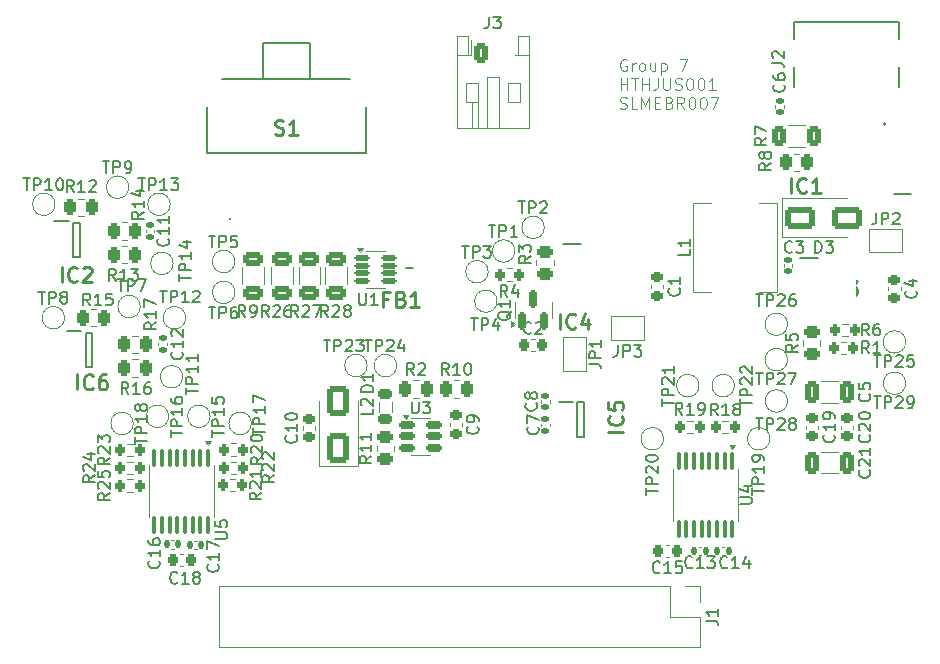
<source format=gbr>
%TF.GenerationSoftware,KiCad,Pcbnew,7.0.11*%
%TF.CreationDate,2025-03-28T01:33:45+02:00*%
%TF.ProjectId,Project,50726f6a-6563-4742-9e6b-696361645f70,rev?*%
%TF.SameCoordinates,Original*%
%TF.FileFunction,Legend,Top*%
%TF.FilePolarity,Positive*%
%FSLAX46Y46*%
G04 Gerber Fmt 4.6, Leading zero omitted, Abs format (unit mm)*
G04 Created by KiCad (PCBNEW 7.0.11) date 2025-03-28 01:33:45*
%MOMM*%
%LPD*%
G01*
G04 APERTURE LIST*
G04 Aperture macros list*
%AMRoundRect*
0 Rectangle with rounded corners*
0 $1 Rounding radius*
0 $2 $3 $4 $5 $6 $7 $8 $9 X,Y pos of 4 corners*
0 Add a 4 corners polygon primitive as box body*
4,1,4,$2,$3,$4,$5,$6,$7,$8,$9,$2,$3,0*
0 Add four circle primitives for the rounded corners*
1,1,$1+$1,$2,$3*
1,1,$1+$1,$4,$5*
1,1,$1+$1,$6,$7*
1,1,$1+$1,$8,$9*
0 Add four rect primitives between the rounded corners*
20,1,$1+$1,$2,$3,$4,$5,0*
20,1,$1+$1,$4,$5,$6,$7,0*
20,1,$1+$1,$6,$7,$8,$9,0*
20,1,$1+$1,$8,$9,$2,$3,0*%
%AMFreePoly0*
4,1,6,0.500000,-0.750000,-0.650000,-0.750000,-0.150000,0.000000,-0.650000,0.750000,0.500000,0.750000,0.500000,-0.750000,0.500000,-0.750000,$1*%
%AMFreePoly1*
4,1,6,1.000000,0.000000,0.500000,-0.750000,-0.500000,-0.750000,-0.500000,0.750000,0.500000,0.750000,1.000000,0.000000,1.000000,0.000000,$1*%
G04 Aperture macros list end*
%ADD10C,0.100000*%
%ADD11C,0.150000*%
%ADD12C,0.254000*%
%ADD13C,0.120000*%
%ADD14C,0.200000*%
%ADD15C,0.127000*%
%ADD16C,0.010000*%
%ADD17C,5.700000*%
%ADD18O,1.700000X1.700000*%
%ADD19R,1.700000X1.700000*%
%ADD20R,1.200000X0.600000*%
%ADD21RoundRect,0.200000X-0.200000X-0.275000X0.200000X-0.275000X0.200000X0.275000X-0.200000X0.275000X0*%
%ADD22RoundRect,0.200000X0.200000X0.275000X-0.200000X0.275000X-0.200000X-0.275000X0.200000X-0.275000X0*%
%ADD23RoundRect,0.250000X0.625000X-0.312500X0.625000X0.312500X-0.625000X0.312500X-0.625000X-0.312500X0*%
%ADD24RoundRect,0.140000X-0.140000X-0.170000X0.140000X-0.170000X0.140000X0.170000X-0.140000X0.170000X0*%
%ADD25RoundRect,0.250000X-0.325000X-0.650000X0.325000X-0.650000X0.325000X0.650000X-0.325000X0.650000X0*%
%ADD26C,1.500000*%
%ADD27RoundRect,0.140000X-0.170000X0.140000X-0.170000X-0.140000X0.170000X-0.140000X0.170000X0.140000X0*%
%ADD28RoundRect,0.225000X0.225000X0.250000X-0.225000X0.250000X-0.225000X-0.250000X0.225000X-0.250000X0*%
%ADD29RoundRect,0.250000X0.450000X-0.262500X0.450000X0.262500X-0.450000X0.262500X-0.450000X-0.262500X0*%
%ADD30RoundRect,0.250000X0.262500X0.450000X-0.262500X0.450000X-0.262500X-0.450000X0.262500X-0.450000X0*%
%ADD31RoundRect,0.225000X0.250000X-0.225000X0.250000X0.225000X-0.250000X0.225000X-0.250000X-0.225000X0*%
%ADD32RoundRect,0.225000X-0.225000X-0.250000X0.225000X-0.250000X0.225000X0.250000X-0.225000X0.250000X0*%
%ADD33O,1.104000X1.904000*%
%ADD34O,1.104000X2.204000*%
%ADD35C,0.600000*%
%ADD36RoundRect,0.140000X0.140000X0.170000X-0.140000X0.170000X-0.140000X-0.170000X0.140000X-0.170000X0*%
%ADD37R,1.250000X0.600000*%
%ADD38R,1.525000X0.700000*%
%ADD39R,2.513000X3.402000*%
%ADD40RoundRect,0.140000X0.170000X-0.140000X0.170000X0.140000X-0.170000X0.140000X-0.170000X-0.140000X0*%
%ADD41RoundRect,0.250000X-1.000000X-0.650000X1.000000X-0.650000X1.000000X0.650000X-1.000000X0.650000X0*%
%ADD42RoundRect,0.225000X-0.250000X0.225000X-0.250000X-0.225000X0.250000X-0.225000X0.250000X0.225000X0*%
%ADD43RoundRect,0.150000X-0.512500X-0.150000X0.512500X-0.150000X0.512500X0.150000X-0.512500X0.150000X0*%
%ADD44RoundRect,0.250000X-0.262500X-0.450000X0.262500X-0.450000X0.262500X0.450000X-0.262500X0.450000X0*%
%ADD45RoundRect,0.250000X-0.312500X-0.625000X0.312500X-0.625000X0.312500X0.625000X-0.312500X0.625000X0*%
%ADD46RoundRect,0.250000X0.650000X-1.000000X0.650000X1.000000X-0.650000X1.000000X-0.650000X-1.000000X0*%
%ADD47RoundRect,0.250000X-0.350000X-0.625000X0.350000X-0.625000X0.350000X0.625000X-0.350000X0.625000X0*%
%ADD48O,1.200000X1.750000*%
%ADD49FreePoly0,0.000000*%
%ADD50FreePoly1,0.000000*%
%ADD51R,1.400000X0.700000*%
%ADD52R,2.300000X3.200000*%
%ADD53R,2.310000X2.460000*%
%ADD54RoundRect,0.100000X-0.100000X0.687500X-0.100000X-0.687500X0.100000X-0.687500X0.100000X0.687500X0*%
%ADD55RoundRect,0.125000X-0.537500X-0.125000X0.537500X-0.125000X0.537500X0.125000X-0.537500X0.125000X0*%
%ADD56R,3.500000X2.350000*%
%ADD57RoundRect,0.218750X0.381250X-0.218750X0.381250X0.218750X-0.381250X0.218750X-0.381250X-0.218750X0*%
%ADD58R,2.400000X2.400000*%
%ADD59C,2.400000*%
%ADD60C,2.250000*%
%ADD61RoundRect,0.150000X0.150000X-0.587500X0.150000X0.587500X-0.150000X0.587500X-0.150000X-0.587500X0*%
%ADD62R,2.600000X3.100000*%
%ADD63R,1.525000X0.650000*%
%ADD64R,1.000000X0.900000*%
%ADD65FreePoly1,270.000000*%
%ADD66FreePoly0,270.000000*%
G04 APERTURE END LIST*
D10*
X120427693Y-143100038D02*
X120332455Y-143052419D01*
X120332455Y-143052419D02*
X120189598Y-143052419D01*
X120189598Y-143052419D02*
X120046741Y-143100038D01*
X120046741Y-143100038D02*
X119951503Y-143195276D01*
X119951503Y-143195276D02*
X119903884Y-143290514D01*
X119903884Y-143290514D02*
X119856265Y-143480990D01*
X119856265Y-143480990D02*
X119856265Y-143623847D01*
X119856265Y-143623847D02*
X119903884Y-143814323D01*
X119903884Y-143814323D02*
X119951503Y-143909561D01*
X119951503Y-143909561D02*
X120046741Y-144004800D01*
X120046741Y-144004800D02*
X120189598Y-144052419D01*
X120189598Y-144052419D02*
X120284836Y-144052419D01*
X120284836Y-144052419D02*
X120427693Y-144004800D01*
X120427693Y-144004800D02*
X120475312Y-143957180D01*
X120475312Y-143957180D02*
X120475312Y-143623847D01*
X120475312Y-143623847D02*
X120284836Y-143623847D01*
X120903884Y-144052419D02*
X120903884Y-143385752D01*
X120903884Y-143576228D02*
X120951503Y-143480990D01*
X120951503Y-143480990D02*
X120999122Y-143433371D01*
X120999122Y-143433371D02*
X121094360Y-143385752D01*
X121094360Y-143385752D02*
X121189598Y-143385752D01*
X121665789Y-144052419D02*
X121570551Y-144004800D01*
X121570551Y-144004800D02*
X121522932Y-143957180D01*
X121522932Y-143957180D02*
X121475313Y-143861942D01*
X121475313Y-143861942D02*
X121475313Y-143576228D01*
X121475313Y-143576228D02*
X121522932Y-143480990D01*
X121522932Y-143480990D02*
X121570551Y-143433371D01*
X121570551Y-143433371D02*
X121665789Y-143385752D01*
X121665789Y-143385752D02*
X121808646Y-143385752D01*
X121808646Y-143385752D02*
X121903884Y-143433371D01*
X121903884Y-143433371D02*
X121951503Y-143480990D01*
X121951503Y-143480990D02*
X121999122Y-143576228D01*
X121999122Y-143576228D02*
X121999122Y-143861942D01*
X121999122Y-143861942D02*
X121951503Y-143957180D01*
X121951503Y-143957180D02*
X121903884Y-144004800D01*
X121903884Y-144004800D02*
X121808646Y-144052419D01*
X121808646Y-144052419D02*
X121665789Y-144052419D01*
X122856265Y-143385752D02*
X122856265Y-144052419D01*
X122427694Y-143385752D02*
X122427694Y-143909561D01*
X122427694Y-143909561D02*
X122475313Y-144004800D01*
X122475313Y-144004800D02*
X122570551Y-144052419D01*
X122570551Y-144052419D02*
X122713408Y-144052419D01*
X122713408Y-144052419D02*
X122808646Y-144004800D01*
X122808646Y-144004800D02*
X122856265Y-143957180D01*
X123332456Y-143385752D02*
X123332456Y-144385752D01*
X123332456Y-143433371D02*
X123427694Y-143385752D01*
X123427694Y-143385752D02*
X123618170Y-143385752D01*
X123618170Y-143385752D02*
X123713408Y-143433371D01*
X123713408Y-143433371D02*
X123761027Y-143480990D01*
X123761027Y-143480990D02*
X123808646Y-143576228D01*
X123808646Y-143576228D02*
X123808646Y-143861942D01*
X123808646Y-143861942D02*
X123761027Y-143957180D01*
X123761027Y-143957180D02*
X123713408Y-144004800D01*
X123713408Y-144004800D02*
X123618170Y-144052419D01*
X123618170Y-144052419D02*
X123427694Y-144052419D01*
X123427694Y-144052419D02*
X123332456Y-144004800D01*
X124903885Y-143052419D02*
X125570551Y-143052419D01*
X125570551Y-143052419D02*
X125141980Y-144052419D01*
X119903884Y-145662419D02*
X119903884Y-144662419D01*
X119903884Y-145138609D02*
X120475312Y-145138609D01*
X120475312Y-145662419D02*
X120475312Y-144662419D01*
X120808646Y-144662419D02*
X121380074Y-144662419D01*
X121094360Y-145662419D02*
X121094360Y-144662419D01*
X121713408Y-145662419D02*
X121713408Y-144662419D01*
X121713408Y-145138609D02*
X122284836Y-145138609D01*
X122284836Y-145662419D02*
X122284836Y-144662419D01*
X123046741Y-144662419D02*
X123046741Y-145376704D01*
X123046741Y-145376704D02*
X122999122Y-145519561D01*
X122999122Y-145519561D02*
X122903884Y-145614800D01*
X122903884Y-145614800D02*
X122761027Y-145662419D01*
X122761027Y-145662419D02*
X122665789Y-145662419D01*
X123522932Y-144662419D02*
X123522932Y-145471942D01*
X123522932Y-145471942D02*
X123570551Y-145567180D01*
X123570551Y-145567180D02*
X123618170Y-145614800D01*
X123618170Y-145614800D02*
X123713408Y-145662419D01*
X123713408Y-145662419D02*
X123903884Y-145662419D01*
X123903884Y-145662419D02*
X123999122Y-145614800D01*
X123999122Y-145614800D02*
X124046741Y-145567180D01*
X124046741Y-145567180D02*
X124094360Y-145471942D01*
X124094360Y-145471942D02*
X124094360Y-144662419D01*
X124522932Y-145614800D02*
X124665789Y-145662419D01*
X124665789Y-145662419D02*
X124903884Y-145662419D01*
X124903884Y-145662419D02*
X124999122Y-145614800D01*
X124999122Y-145614800D02*
X125046741Y-145567180D01*
X125046741Y-145567180D02*
X125094360Y-145471942D01*
X125094360Y-145471942D02*
X125094360Y-145376704D01*
X125094360Y-145376704D02*
X125046741Y-145281466D01*
X125046741Y-145281466D02*
X124999122Y-145233847D01*
X124999122Y-145233847D02*
X124903884Y-145186228D01*
X124903884Y-145186228D02*
X124713408Y-145138609D01*
X124713408Y-145138609D02*
X124618170Y-145090990D01*
X124618170Y-145090990D02*
X124570551Y-145043371D01*
X124570551Y-145043371D02*
X124522932Y-144948133D01*
X124522932Y-144948133D02*
X124522932Y-144852895D01*
X124522932Y-144852895D02*
X124570551Y-144757657D01*
X124570551Y-144757657D02*
X124618170Y-144710038D01*
X124618170Y-144710038D02*
X124713408Y-144662419D01*
X124713408Y-144662419D02*
X124951503Y-144662419D01*
X124951503Y-144662419D02*
X125094360Y-144710038D01*
X125713408Y-144662419D02*
X125808646Y-144662419D01*
X125808646Y-144662419D02*
X125903884Y-144710038D01*
X125903884Y-144710038D02*
X125951503Y-144757657D01*
X125951503Y-144757657D02*
X125999122Y-144852895D01*
X125999122Y-144852895D02*
X126046741Y-145043371D01*
X126046741Y-145043371D02*
X126046741Y-145281466D01*
X126046741Y-145281466D02*
X125999122Y-145471942D01*
X125999122Y-145471942D02*
X125951503Y-145567180D01*
X125951503Y-145567180D02*
X125903884Y-145614800D01*
X125903884Y-145614800D02*
X125808646Y-145662419D01*
X125808646Y-145662419D02*
X125713408Y-145662419D01*
X125713408Y-145662419D02*
X125618170Y-145614800D01*
X125618170Y-145614800D02*
X125570551Y-145567180D01*
X125570551Y-145567180D02*
X125522932Y-145471942D01*
X125522932Y-145471942D02*
X125475313Y-145281466D01*
X125475313Y-145281466D02*
X125475313Y-145043371D01*
X125475313Y-145043371D02*
X125522932Y-144852895D01*
X125522932Y-144852895D02*
X125570551Y-144757657D01*
X125570551Y-144757657D02*
X125618170Y-144710038D01*
X125618170Y-144710038D02*
X125713408Y-144662419D01*
X126665789Y-144662419D02*
X126761027Y-144662419D01*
X126761027Y-144662419D02*
X126856265Y-144710038D01*
X126856265Y-144710038D02*
X126903884Y-144757657D01*
X126903884Y-144757657D02*
X126951503Y-144852895D01*
X126951503Y-144852895D02*
X126999122Y-145043371D01*
X126999122Y-145043371D02*
X126999122Y-145281466D01*
X126999122Y-145281466D02*
X126951503Y-145471942D01*
X126951503Y-145471942D02*
X126903884Y-145567180D01*
X126903884Y-145567180D02*
X126856265Y-145614800D01*
X126856265Y-145614800D02*
X126761027Y-145662419D01*
X126761027Y-145662419D02*
X126665789Y-145662419D01*
X126665789Y-145662419D02*
X126570551Y-145614800D01*
X126570551Y-145614800D02*
X126522932Y-145567180D01*
X126522932Y-145567180D02*
X126475313Y-145471942D01*
X126475313Y-145471942D02*
X126427694Y-145281466D01*
X126427694Y-145281466D02*
X126427694Y-145043371D01*
X126427694Y-145043371D02*
X126475313Y-144852895D01*
X126475313Y-144852895D02*
X126522932Y-144757657D01*
X126522932Y-144757657D02*
X126570551Y-144710038D01*
X126570551Y-144710038D02*
X126665789Y-144662419D01*
X127951503Y-145662419D02*
X127380075Y-145662419D01*
X127665789Y-145662419D02*
X127665789Y-144662419D01*
X127665789Y-144662419D02*
X127570551Y-144805276D01*
X127570551Y-144805276D02*
X127475313Y-144900514D01*
X127475313Y-144900514D02*
X127380075Y-144948133D01*
X119856265Y-147224800D02*
X119999122Y-147272419D01*
X119999122Y-147272419D02*
X120237217Y-147272419D01*
X120237217Y-147272419D02*
X120332455Y-147224800D01*
X120332455Y-147224800D02*
X120380074Y-147177180D01*
X120380074Y-147177180D02*
X120427693Y-147081942D01*
X120427693Y-147081942D02*
X120427693Y-146986704D01*
X120427693Y-146986704D02*
X120380074Y-146891466D01*
X120380074Y-146891466D02*
X120332455Y-146843847D01*
X120332455Y-146843847D02*
X120237217Y-146796228D01*
X120237217Y-146796228D02*
X120046741Y-146748609D01*
X120046741Y-146748609D02*
X119951503Y-146700990D01*
X119951503Y-146700990D02*
X119903884Y-146653371D01*
X119903884Y-146653371D02*
X119856265Y-146558133D01*
X119856265Y-146558133D02*
X119856265Y-146462895D01*
X119856265Y-146462895D02*
X119903884Y-146367657D01*
X119903884Y-146367657D02*
X119951503Y-146320038D01*
X119951503Y-146320038D02*
X120046741Y-146272419D01*
X120046741Y-146272419D02*
X120284836Y-146272419D01*
X120284836Y-146272419D02*
X120427693Y-146320038D01*
X121332455Y-147272419D02*
X120856265Y-147272419D01*
X120856265Y-147272419D02*
X120856265Y-146272419D01*
X121665789Y-147272419D02*
X121665789Y-146272419D01*
X121665789Y-146272419D02*
X121999122Y-146986704D01*
X121999122Y-146986704D02*
X122332455Y-146272419D01*
X122332455Y-146272419D02*
X122332455Y-147272419D01*
X122808646Y-146748609D02*
X123141979Y-146748609D01*
X123284836Y-147272419D02*
X122808646Y-147272419D01*
X122808646Y-147272419D02*
X122808646Y-146272419D01*
X122808646Y-146272419D02*
X123284836Y-146272419D01*
X124046741Y-146748609D02*
X124189598Y-146796228D01*
X124189598Y-146796228D02*
X124237217Y-146843847D01*
X124237217Y-146843847D02*
X124284836Y-146939085D01*
X124284836Y-146939085D02*
X124284836Y-147081942D01*
X124284836Y-147081942D02*
X124237217Y-147177180D01*
X124237217Y-147177180D02*
X124189598Y-147224800D01*
X124189598Y-147224800D02*
X124094360Y-147272419D01*
X124094360Y-147272419D02*
X123713408Y-147272419D01*
X123713408Y-147272419D02*
X123713408Y-146272419D01*
X123713408Y-146272419D02*
X124046741Y-146272419D01*
X124046741Y-146272419D02*
X124141979Y-146320038D01*
X124141979Y-146320038D02*
X124189598Y-146367657D01*
X124189598Y-146367657D02*
X124237217Y-146462895D01*
X124237217Y-146462895D02*
X124237217Y-146558133D01*
X124237217Y-146558133D02*
X124189598Y-146653371D01*
X124189598Y-146653371D02*
X124141979Y-146700990D01*
X124141979Y-146700990D02*
X124046741Y-146748609D01*
X124046741Y-146748609D02*
X123713408Y-146748609D01*
X125284836Y-147272419D02*
X124951503Y-146796228D01*
X124713408Y-147272419D02*
X124713408Y-146272419D01*
X124713408Y-146272419D02*
X125094360Y-146272419D01*
X125094360Y-146272419D02*
X125189598Y-146320038D01*
X125189598Y-146320038D02*
X125237217Y-146367657D01*
X125237217Y-146367657D02*
X125284836Y-146462895D01*
X125284836Y-146462895D02*
X125284836Y-146605752D01*
X125284836Y-146605752D02*
X125237217Y-146700990D01*
X125237217Y-146700990D02*
X125189598Y-146748609D01*
X125189598Y-146748609D02*
X125094360Y-146796228D01*
X125094360Y-146796228D02*
X124713408Y-146796228D01*
X125903884Y-146272419D02*
X125999122Y-146272419D01*
X125999122Y-146272419D02*
X126094360Y-146320038D01*
X126094360Y-146320038D02*
X126141979Y-146367657D01*
X126141979Y-146367657D02*
X126189598Y-146462895D01*
X126189598Y-146462895D02*
X126237217Y-146653371D01*
X126237217Y-146653371D02*
X126237217Y-146891466D01*
X126237217Y-146891466D02*
X126189598Y-147081942D01*
X126189598Y-147081942D02*
X126141979Y-147177180D01*
X126141979Y-147177180D02*
X126094360Y-147224800D01*
X126094360Y-147224800D02*
X125999122Y-147272419D01*
X125999122Y-147272419D02*
X125903884Y-147272419D01*
X125903884Y-147272419D02*
X125808646Y-147224800D01*
X125808646Y-147224800D02*
X125761027Y-147177180D01*
X125761027Y-147177180D02*
X125713408Y-147081942D01*
X125713408Y-147081942D02*
X125665789Y-146891466D01*
X125665789Y-146891466D02*
X125665789Y-146653371D01*
X125665789Y-146653371D02*
X125713408Y-146462895D01*
X125713408Y-146462895D02*
X125761027Y-146367657D01*
X125761027Y-146367657D02*
X125808646Y-146320038D01*
X125808646Y-146320038D02*
X125903884Y-146272419D01*
X126856265Y-146272419D02*
X126951503Y-146272419D01*
X126951503Y-146272419D02*
X127046741Y-146320038D01*
X127046741Y-146320038D02*
X127094360Y-146367657D01*
X127094360Y-146367657D02*
X127141979Y-146462895D01*
X127141979Y-146462895D02*
X127189598Y-146653371D01*
X127189598Y-146653371D02*
X127189598Y-146891466D01*
X127189598Y-146891466D02*
X127141979Y-147081942D01*
X127141979Y-147081942D02*
X127094360Y-147177180D01*
X127094360Y-147177180D02*
X127046741Y-147224800D01*
X127046741Y-147224800D02*
X126951503Y-147272419D01*
X126951503Y-147272419D02*
X126856265Y-147272419D01*
X126856265Y-147272419D02*
X126761027Y-147224800D01*
X126761027Y-147224800D02*
X126713408Y-147177180D01*
X126713408Y-147177180D02*
X126665789Y-147081942D01*
X126665789Y-147081942D02*
X126618170Y-146891466D01*
X126618170Y-146891466D02*
X126618170Y-146653371D01*
X126618170Y-146653371D02*
X126665789Y-146462895D01*
X126665789Y-146462895D02*
X126713408Y-146367657D01*
X126713408Y-146367657D02*
X126761027Y-146320038D01*
X126761027Y-146320038D02*
X126856265Y-146272419D01*
X127522932Y-146272419D02*
X128189598Y-146272419D01*
X128189598Y-146272419D02*
X127761027Y-147272419D01*
D11*
X127124819Y-190603333D02*
X127839104Y-190603333D01*
X127839104Y-190603333D02*
X127981961Y-190650952D01*
X127981961Y-190650952D02*
X128077200Y-190746190D01*
X128077200Y-190746190D02*
X128124819Y-190889047D01*
X128124819Y-190889047D02*
X128124819Y-190984285D01*
X128124819Y-189603333D02*
X128124819Y-190174761D01*
X128124819Y-189889047D02*
X127124819Y-189889047D01*
X127124819Y-189889047D02*
X127267676Y-189984285D01*
X127267676Y-189984285D02*
X127362914Y-190079523D01*
X127362914Y-190079523D02*
X127410533Y-190174761D01*
D12*
X120124318Y-174589762D02*
X118854318Y-174589762D01*
X120003365Y-173259285D02*
X120063842Y-173319761D01*
X120063842Y-173319761D02*
X120124318Y-173501190D01*
X120124318Y-173501190D02*
X120124318Y-173622142D01*
X120124318Y-173622142D02*
X120063842Y-173803571D01*
X120063842Y-173803571D02*
X119942889Y-173924523D01*
X119942889Y-173924523D02*
X119821937Y-173985000D01*
X119821937Y-173985000D02*
X119580032Y-174045476D01*
X119580032Y-174045476D02*
X119398603Y-174045476D01*
X119398603Y-174045476D02*
X119156699Y-173985000D01*
X119156699Y-173985000D02*
X119035746Y-173924523D01*
X119035746Y-173924523D02*
X118914794Y-173803571D01*
X118914794Y-173803571D02*
X118854318Y-173622142D01*
X118854318Y-173622142D02*
X118854318Y-173501190D01*
X118854318Y-173501190D02*
X118914794Y-173319761D01*
X118914794Y-173319761D02*
X118975270Y-173259285D01*
X118854318Y-172110238D02*
X118854318Y-172715000D01*
X118854318Y-172715000D02*
X119459080Y-172775476D01*
X119459080Y-172775476D02*
X119398603Y-172715000D01*
X119398603Y-172715000D02*
X119338127Y-172594047D01*
X119338127Y-172594047D02*
X119338127Y-172291666D01*
X119338127Y-172291666D02*
X119398603Y-172170714D01*
X119398603Y-172170714D02*
X119459080Y-172110238D01*
X119459080Y-172110238D02*
X119580032Y-172049761D01*
X119580032Y-172049761D02*
X119882413Y-172049761D01*
X119882413Y-172049761D02*
X120003365Y-172110238D01*
X120003365Y-172110238D02*
X120063842Y-172170714D01*
X120063842Y-172170714D02*
X120124318Y-172291666D01*
X120124318Y-172291666D02*
X120124318Y-172594047D01*
X120124318Y-172594047D02*
X120063842Y-172715000D01*
X120063842Y-172715000D02*
X120003365Y-172775476D01*
D11*
X76654819Y-176792857D02*
X76178628Y-177126190D01*
X76654819Y-177364285D02*
X75654819Y-177364285D01*
X75654819Y-177364285D02*
X75654819Y-176983333D01*
X75654819Y-176983333D02*
X75702438Y-176888095D01*
X75702438Y-176888095D02*
X75750057Y-176840476D01*
X75750057Y-176840476D02*
X75845295Y-176792857D01*
X75845295Y-176792857D02*
X75988152Y-176792857D01*
X75988152Y-176792857D02*
X76083390Y-176840476D01*
X76083390Y-176840476D02*
X76131009Y-176888095D01*
X76131009Y-176888095D02*
X76178628Y-176983333D01*
X76178628Y-176983333D02*
X76178628Y-177364285D01*
X75750057Y-176411904D02*
X75702438Y-176364285D01*
X75702438Y-176364285D02*
X75654819Y-176269047D01*
X75654819Y-176269047D02*
X75654819Y-176030952D01*
X75654819Y-176030952D02*
X75702438Y-175935714D01*
X75702438Y-175935714D02*
X75750057Y-175888095D01*
X75750057Y-175888095D02*
X75845295Y-175840476D01*
X75845295Y-175840476D02*
X75940533Y-175840476D01*
X75940533Y-175840476D02*
X76083390Y-175888095D01*
X76083390Y-175888095D02*
X76654819Y-176459523D01*
X76654819Y-176459523D02*
X76654819Y-175840476D01*
X75654819Y-175507142D02*
X75654819Y-174888095D01*
X75654819Y-174888095D02*
X76035771Y-175221428D01*
X76035771Y-175221428D02*
X76035771Y-175078571D01*
X76035771Y-175078571D02*
X76083390Y-174983333D01*
X76083390Y-174983333D02*
X76131009Y-174935714D01*
X76131009Y-174935714D02*
X76226247Y-174888095D01*
X76226247Y-174888095D02*
X76464342Y-174888095D01*
X76464342Y-174888095D02*
X76559580Y-174935714D01*
X76559580Y-174935714D02*
X76607200Y-174983333D01*
X76607200Y-174983333D02*
X76654819Y-175078571D01*
X76654819Y-175078571D02*
X76654819Y-175364285D01*
X76654819Y-175364285D02*
X76607200Y-175459523D01*
X76607200Y-175459523D02*
X76559580Y-175507142D01*
X125132142Y-173154819D02*
X124798809Y-172678628D01*
X124560714Y-173154819D02*
X124560714Y-172154819D01*
X124560714Y-172154819D02*
X124941666Y-172154819D01*
X124941666Y-172154819D02*
X125036904Y-172202438D01*
X125036904Y-172202438D02*
X125084523Y-172250057D01*
X125084523Y-172250057D02*
X125132142Y-172345295D01*
X125132142Y-172345295D02*
X125132142Y-172488152D01*
X125132142Y-172488152D02*
X125084523Y-172583390D01*
X125084523Y-172583390D02*
X125036904Y-172631009D01*
X125036904Y-172631009D02*
X124941666Y-172678628D01*
X124941666Y-172678628D02*
X124560714Y-172678628D01*
X126084523Y-173154819D02*
X125513095Y-173154819D01*
X125798809Y-173154819D02*
X125798809Y-172154819D01*
X125798809Y-172154819D02*
X125703571Y-172297676D01*
X125703571Y-172297676D02*
X125608333Y-172392914D01*
X125608333Y-172392914D02*
X125513095Y-172440533D01*
X126560714Y-173154819D02*
X126751190Y-173154819D01*
X126751190Y-173154819D02*
X126846428Y-173107200D01*
X126846428Y-173107200D02*
X126894047Y-173059580D01*
X126894047Y-173059580D02*
X126989285Y-172916723D01*
X126989285Y-172916723D02*
X127036904Y-172726247D01*
X127036904Y-172726247D02*
X127036904Y-172345295D01*
X127036904Y-172345295D02*
X126989285Y-172250057D01*
X126989285Y-172250057D02*
X126941666Y-172202438D01*
X126941666Y-172202438D02*
X126846428Y-172154819D01*
X126846428Y-172154819D02*
X126655952Y-172154819D01*
X126655952Y-172154819D02*
X126560714Y-172202438D01*
X126560714Y-172202438D02*
X126513095Y-172250057D01*
X126513095Y-172250057D02*
X126465476Y-172345295D01*
X126465476Y-172345295D02*
X126465476Y-172583390D01*
X126465476Y-172583390D02*
X126513095Y-172678628D01*
X126513095Y-172678628D02*
X126560714Y-172726247D01*
X126560714Y-172726247D02*
X126655952Y-172773866D01*
X126655952Y-172773866D02*
X126846428Y-172773866D01*
X126846428Y-172773866D02*
X126941666Y-172726247D01*
X126941666Y-172726247D02*
X126989285Y-172678628D01*
X126989285Y-172678628D02*
X127036904Y-172583390D01*
X95157142Y-164892319D02*
X94823809Y-164416128D01*
X94585714Y-164892319D02*
X94585714Y-163892319D01*
X94585714Y-163892319D02*
X94966666Y-163892319D01*
X94966666Y-163892319D02*
X95061904Y-163939938D01*
X95061904Y-163939938D02*
X95109523Y-163987557D01*
X95109523Y-163987557D02*
X95157142Y-164082795D01*
X95157142Y-164082795D02*
X95157142Y-164225652D01*
X95157142Y-164225652D02*
X95109523Y-164320890D01*
X95109523Y-164320890D02*
X95061904Y-164368509D01*
X95061904Y-164368509D02*
X94966666Y-164416128D01*
X94966666Y-164416128D02*
X94585714Y-164416128D01*
X95538095Y-163987557D02*
X95585714Y-163939938D01*
X95585714Y-163939938D02*
X95680952Y-163892319D01*
X95680952Y-163892319D02*
X95919047Y-163892319D01*
X95919047Y-163892319D02*
X96014285Y-163939938D01*
X96014285Y-163939938D02*
X96061904Y-163987557D01*
X96061904Y-163987557D02*
X96109523Y-164082795D01*
X96109523Y-164082795D02*
X96109523Y-164178033D01*
X96109523Y-164178033D02*
X96061904Y-164320890D01*
X96061904Y-164320890D02*
X95490476Y-164892319D01*
X95490476Y-164892319D02*
X96109523Y-164892319D01*
X96680952Y-164320890D02*
X96585714Y-164273271D01*
X96585714Y-164273271D02*
X96538095Y-164225652D01*
X96538095Y-164225652D02*
X96490476Y-164130414D01*
X96490476Y-164130414D02*
X96490476Y-164082795D01*
X96490476Y-164082795D02*
X96538095Y-163987557D01*
X96538095Y-163987557D02*
X96585714Y-163939938D01*
X96585714Y-163939938D02*
X96680952Y-163892319D01*
X96680952Y-163892319D02*
X96871428Y-163892319D01*
X96871428Y-163892319D02*
X96966666Y-163939938D01*
X96966666Y-163939938D02*
X97014285Y-163987557D01*
X97014285Y-163987557D02*
X97061904Y-164082795D01*
X97061904Y-164082795D02*
X97061904Y-164130414D01*
X97061904Y-164130414D02*
X97014285Y-164225652D01*
X97014285Y-164225652D02*
X96966666Y-164273271D01*
X96966666Y-164273271D02*
X96871428Y-164320890D01*
X96871428Y-164320890D02*
X96680952Y-164320890D01*
X96680952Y-164320890D02*
X96585714Y-164368509D01*
X96585714Y-164368509D02*
X96538095Y-164416128D01*
X96538095Y-164416128D02*
X96490476Y-164511366D01*
X96490476Y-164511366D02*
X96490476Y-164701842D01*
X96490476Y-164701842D02*
X96538095Y-164797080D01*
X96538095Y-164797080D02*
X96585714Y-164844700D01*
X96585714Y-164844700D02*
X96680952Y-164892319D01*
X96680952Y-164892319D02*
X96871428Y-164892319D01*
X96871428Y-164892319D02*
X96966666Y-164844700D01*
X96966666Y-164844700D02*
X97014285Y-164797080D01*
X97014285Y-164797080D02*
X97061904Y-164701842D01*
X97061904Y-164701842D02*
X97061904Y-164511366D01*
X97061904Y-164511366D02*
X97014285Y-164416128D01*
X97014285Y-164416128D02*
X96966666Y-164368509D01*
X96966666Y-164368509D02*
X96871428Y-164320890D01*
X125977142Y-186059580D02*
X125929523Y-186107200D01*
X125929523Y-186107200D02*
X125786666Y-186154819D01*
X125786666Y-186154819D02*
X125691428Y-186154819D01*
X125691428Y-186154819D02*
X125548571Y-186107200D01*
X125548571Y-186107200D02*
X125453333Y-186011961D01*
X125453333Y-186011961D02*
X125405714Y-185916723D01*
X125405714Y-185916723D02*
X125358095Y-185726247D01*
X125358095Y-185726247D02*
X125358095Y-185583390D01*
X125358095Y-185583390D02*
X125405714Y-185392914D01*
X125405714Y-185392914D02*
X125453333Y-185297676D01*
X125453333Y-185297676D02*
X125548571Y-185202438D01*
X125548571Y-185202438D02*
X125691428Y-185154819D01*
X125691428Y-185154819D02*
X125786666Y-185154819D01*
X125786666Y-185154819D02*
X125929523Y-185202438D01*
X125929523Y-185202438D02*
X125977142Y-185250057D01*
X126929523Y-186154819D02*
X126358095Y-186154819D01*
X126643809Y-186154819D02*
X126643809Y-185154819D01*
X126643809Y-185154819D02*
X126548571Y-185297676D01*
X126548571Y-185297676D02*
X126453333Y-185392914D01*
X126453333Y-185392914D02*
X126358095Y-185440533D01*
X127262857Y-185154819D02*
X127881904Y-185154819D01*
X127881904Y-185154819D02*
X127548571Y-185535771D01*
X127548571Y-185535771D02*
X127691428Y-185535771D01*
X127691428Y-185535771D02*
X127786666Y-185583390D01*
X127786666Y-185583390D02*
X127834285Y-185631009D01*
X127834285Y-185631009D02*
X127881904Y-185726247D01*
X127881904Y-185726247D02*
X127881904Y-185964342D01*
X127881904Y-185964342D02*
X127834285Y-186059580D01*
X127834285Y-186059580D02*
X127786666Y-186107200D01*
X127786666Y-186107200D02*
X127691428Y-186154819D01*
X127691428Y-186154819D02*
X127405714Y-186154819D01*
X127405714Y-186154819D02*
X127310476Y-186107200D01*
X127310476Y-186107200D02*
X127262857Y-186059580D01*
X92617142Y-164892319D02*
X92283809Y-164416128D01*
X92045714Y-164892319D02*
X92045714Y-163892319D01*
X92045714Y-163892319D02*
X92426666Y-163892319D01*
X92426666Y-163892319D02*
X92521904Y-163939938D01*
X92521904Y-163939938D02*
X92569523Y-163987557D01*
X92569523Y-163987557D02*
X92617142Y-164082795D01*
X92617142Y-164082795D02*
X92617142Y-164225652D01*
X92617142Y-164225652D02*
X92569523Y-164320890D01*
X92569523Y-164320890D02*
X92521904Y-164368509D01*
X92521904Y-164368509D02*
X92426666Y-164416128D01*
X92426666Y-164416128D02*
X92045714Y-164416128D01*
X92998095Y-163987557D02*
X93045714Y-163939938D01*
X93045714Y-163939938D02*
X93140952Y-163892319D01*
X93140952Y-163892319D02*
X93379047Y-163892319D01*
X93379047Y-163892319D02*
X93474285Y-163939938D01*
X93474285Y-163939938D02*
X93521904Y-163987557D01*
X93521904Y-163987557D02*
X93569523Y-164082795D01*
X93569523Y-164082795D02*
X93569523Y-164178033D01*
X93569523Y-164178033D02*
X93521904Y-164320890D01*
X93521904Y-164320890D02*
X92950476Y-164892319D01*
X92950476Y-164892319D02*
X93569523Y-164892319D01*
X93902857Y-163892319D02*
X94569523Y-163892319D01*
X94569523Y-163892319D02*
X94140952Y-164892319D01*
X140959580Y-177867857D02*
X141007200Y-177915476D01*
X141007200Y-177915476D02*
X141054819Y-178058333D01*
X141054819Y-178058333D02*
X141054819Y-178153571D01*
X141054819Y-178153571D02*
X141007200Y-178296428D01*
X141007200Y-178296428D02*
X140911961Y-178391666D01*
X140911961Y-178391666D02*
X140816723Y-178439285D01*
X140816723Y-178439285D02*
X140626247Y-178486904D01*
X140626247Y-178486904D02*
X140483390Y-178486904D01*
X140483390Y-178486904D02*
X140292914Y-178439285D01*
X140292914Y-178439285D02*
X140197676Y-178391666D01*
X140197676Y-178391666D02*
X140102438Y-178296428D01*
X140102438Y-178296428D02*
X140054819Y-178153571D01*
X140054819Y-178153571D02*
X140054819Y-178058333D01*
X140054819Y-178058333D02*
X140102438Y-177915476D01*
X140102438Y-177915476D02*
X140150057Y-177867857D01*
X140150057Y-177486904D02*
X140102438Y-177439285D01*
X140102438Y-177439285D02*
X140054819Y-177344047D01*
X140054819Y-177344047D02*
X140054819Y-177105952D01*
X140054819Y-177105952D02*
X140102438Y-177010714D01*
X140102438Y-177010714D02*
X140150057Y-176963095D01*
X140150057Y-176963095D02*
X140245295Y-176915476D01*
X140245295Y-176915476D02*
X140340533Y-176915476D01*
X140340533Y-176915476D02*
X140483390Y-176963095D01*
X140483390Y-176963095D02*
X141054819Y-177534523D01*
X141054819Y-177534523D02*
X141054819Y-176915476D01*
X141054819Y-175963095D02*
X141054819Y-176534523D01*
X141054819Y-176248809D02*
X140054819Y-176248809D01*
X140054819Y-176248809D02*
X140197676Y-176344047D01*
X140197676Y-176344047D02*
X140292914Y-176439285D01*
X140292914Y-176439285D02*
X140340533Y-176534523D01*
X130054819Y-172438094D02*
X130054819Y-171866666D01*
X131054819Y-172152380D02*
X130054819Y-172152380D01*
X131054819Y-171533332D02*
X130054819Y-171533332D01*
X130054819Y-171533332D02*
X130054819Y-171152380D01*
X130054819Y-171152380D02*
X130102438Y-171057142D01*
X130102438Y-171057142D02*
X130150057Y-171009523D01*
X130150057Y-171009523D02*
X130245295Y-170961904D01*
X130245295Y-170961904D02*
X130388152Y-170961904D01*
X130388152Y-170961904D02*
X130483390Y-171009523D01*
X130483390Y-171009523D02*
X130531009Y-171057142D01*
X130531009Y-171057142D02*
X130578628Y-171152380D01*
X130578628Y-171152380D02*
X130578628Y-171533332D01*
X130150057Y-170580951D02*
X130102438Y-170533332D01*
X130102438Y-170533332D02*
X130054819Y-170438094D01*
X130054819Y-170438094D02*
X130054819Y-170199999D01*
X130054819Y-170199999D02*
X130102438Y-170104761D01*
X130102438Y-170104761D02*
X130150057Y-170057142D01*
X130150057Y-170057142D02*
X130245295Y-170009523D01*
X130245295Y-170009523D02*
X130340533Y-170009523D01*
X130340533Y-170009523D02*
X130483390Y-170057142D01*
X130483390Y-170057142D02*
X131054819Y-170628570D01*
X131054819Y-170628570D02*
X131054819Y-170009523D01*
X130150057Y-169628570D02*
X130102438Y-169580951D01*
X130102438Y-169580951D02*
X130054819Y-169485713D01*
X130054819Y-169485713D02*
X130054819Y-169247618D01*
X130054819Y-169247618D02*
X130102438Y-169152380D01*
X130102438Y-169152380D02*
X130150057Y-169104761D01*
X130150057Y-169104761D02*
X130245295Y-169057142D01*
X130245295Y-169057142D02*
X130340533Y-169057142D01*
X130340533Y-169057142D02*
X130483390Y-169104761D01*
X130483390Y-169104761D02*
X131054819Y-169676189D01*
X131054819Y-169676189D02*
X131054819Y-169057142D01*
X131361905Y-169602819D02*
X131933333Y-169602819D01*
X131647619Y-170602819D02*
X131647619Y-169602819D01*
X132266667Y-170602819D02*
X132266667Y-169602819D01*
X132266667Y-169602819D02*
X132647619Y-169602819D01*
X132647619Y-169602819D02*
X132742857Y-169650438D01*
X132742857Y-169650438D02*
X132790476Y-169698057D01*
X132790476Y-169698057D02*
X132838095Y-169793295D01*
X132838095Y-169793295D02*
X132838095Y-169936152D01*
X132838095Y-169936152D02*
X132790476Y-170031390D01*
X132790476Y-170031390D02*
X132742857Y-170079009D01*
X132742857Y-170079009D02*
X132647619Y-170126628D01*
X132647619Y-170126628D02*
X132266667Y-170126628D01*
X133219048Y-169698057D02*
X133266667Y-169650438D01*
X133266667Y-169650438D02*
X133361905Y-169602819D01*
X133361905Y-169602819D02*
X133600000Y-169602819D01*
X133600000Y-169602819D02*
X133695238Y-169650438D01*
X133695238Y-169650438D02*
X133742857Y-169698057D01*
X133742857Y-169698057D02*
X133790476Y-169793295D01*
X133790476Y-169793295D02*
X133790476Y-169888533D01*
X133790476Y-169888533D02*
X133742857Y-170031390D01*
X133742857Y-170031390D02*
X133171429Y-170602819D01*
X133171429Y-170602819D02*
X133790476Y-170602819D01*
X134123810Y-169602819D02*
X134790476Y-169602819D01*
X134790476Y-169602819D02*
X134361905Y-170602819D01*
X112909580Y-174196666D02*
X112957200Y-174244285D01*
X112957200Y-174244285D02*
X113004819Y-174387142D01*
X113004819Y-174387142D02*
X113004819Y-174482380D01*
X113004819Y-174482380D02*
X112957200Y-174625237D01*
X112957200Y-174625237D02*
X112861961Y-174720475D01*
X112861961Y-174720475D02*
X112766723Y-174768094D01*
X112766723Y-174768094D02*
X112576247Y-174815713D01*
X112576247Y-174815713D02*
X112433390Y-174815713D01*
X112433390Y-174815713D02*
X112242914Y-174768094D01*
X112242914Y-174768094D02*
X112147676Y-174720475D01*
X112147676Y-174720475D02*
X112052438Y-174625237D01*
X112052438Y-174625237D02*
X112004819Y-174482380D01*
X112004819Y-174482380D02*
X112004819Y-174387142D01*
X112004819Y-174387142D02*
X112052438Y-174244285D01*
X112052438Y-174244285D02*
X112100057Y-174196666D01*
X112004819Y-173863332D02*
X112004819Y-173196666D01*
X112004819Y-173196666D02*
X113004819Y-173625237D01*
X140933333Y-167954819D02*
X140600000Y-167478628D01*
X140361905Y-167954819D02*
X140361905Y-166954819D01*
X140361905Y-166954819D02*
X140742857Y-166954819D01*
X140742857Y-166954819D02*
X140838095Y-167002438D01*
X140838095Y-167002438D02*
X140885714Y-167050057D01*
X140885714Y-167050057D02*
X140933333Y-167145295D01*
X140933333Y-167145295D02*
X140933333Y-167288152D01*
X140933333Y-167288152D02*
X140885714Y-167383390D01*
X140885714Y-167383390D02*
X140838095Y-167431009D01*
X140838095Y-167431009D02*
X140742857Y-167478628D01*
X140742857Y-167478628D02*
X140361905Y-167478628D01*
X141885714Y-167954819D02*
X141314286Y-167954819D01*
X141600000Y-167954819D02*
X141600000Y-166954819D01*
X141600000Y-166954819D02*
X141504762Y-167097676D01*
X141504762Y-167097676D02*
X141409524Y-167192914D01*
X141409524Y-167192914D02*
X141314286Y-167240533D01*
X123232142Y-186489580D02*
X123184523Y-186537200D01*
X123184523Y-186537200D02*
X123041666Y-186584819D01*
X123041666Y-186584819D02*
X122946428Y-186584819D01*
X122946428Y-186584819D02*
X122803571Y-186537200D01*
X122803571Y-186537200D02*
X122708333Y-186441961D01*
X122708333Y-186441961D02*
X122660714Y-186346723D01*
X122660714Y-186346723D02*
X122613095Y-186156247D01*
X122613095Y-186156247D02*
X122613095Y-186013390D01*
X122613095Y-186013390D02*
X122660714Y-185822914D01*
X122660714Y-185822914D02*
X122708333Y-185727676D01*
X122708333Y-185727676D02*
X122803571Y-185632438D01*
X122803571Y-185632438D02*
X122946428Y-185584819D01*
X122946428Y-185584819D02*
X123041666Y-185584819D01*
X123041666Y-185584819D02*
X123184523Y-185632438D01*
X123184523Y-185632438D02*
X123232142Y-185680057D01*
X124184523Y-186584819D02*
X123613095Y-186584819D01*
X123898809Y-186584819D02*
X123898809Y-185584819D01*
X123898809Y-185584819D02*
X123803571Y-185727676D01*
X123803571Y-185727676D02*
X123708333Y-185822914D01*
X123708333Y-185822914D02*
X123613095Y-185870533D01*
X125089285Y-185584819D02*
X124613095Y-185584819D01*
X124613095Y-185584819D02*
X124565476Y-186061009D01*
X124565476Y-186061009D02*
X124613095Y-186013390D01*
X124613095Y-186013390D02*
X124708333Y-185965771D01*
X124708333Y-185965771D02*
X124946428Y-185965771D01*
X124946428Y-185965771D02*
X125041666Y-186013390D01*
X125041666Y-186013390D02*
X125089285Y-186061009D01*
X125089285Y-186061009D02*
X125136904Y-186156247D01*
X125136904Y-186156247D02*
X125136904Y-186394342D01*
X125136904Y-186394342D02*
X125089285Y-186489580D01*
X125089285Y-186489580D02*
X125041666Y-186537200D01*
X125041666Y-186537200D02*
X124946428Y-186584819D01*
X124946428Y-186584819D02*
X124708333Y-186584819D01*
X124708333Y-186584819D02*
X124613095Y-186537200D01*
X124613095Y-186537200D02*
X124565476Y-186489580D01*
X90117142Y-164892319D02*
X89783809Y-164416128D01*
X89545714Y-164892319D02*
X89545714Y-163892319D01*
X89545714Y-163892319D02*
X89926666Y-163892319D01*
X89926666Y-163892319D02*
X90021904Y-163939938D01*
X90021904Y-163939938D02*
X90069523Y-163987557D01*
X90069523Y-163987557D02*
X90117142Y-164082795D01*
X90117142Y-164082795D02*
X90117142Y-164225652D01*
X90117142Y-164225652D02*
X90069523Y-164320890D01*
X90069523Y-164320890D02*
X90021904Y-164368509D01*
X90021904Y-164368509D02*
X89926666Y-164416128D01*
X89926666Y-164416128D02*
X89545714Y-164416128D01*
X90498095Y-163987557D02*
X90545714Y-163939938D01*
X90545714Y-163939938D02*
X90640952Y-163892319D01*
X90640952Y-163892319D02*
X90879047Y-163892319D01*
X90879047Y-163892319D02*
X90974285Y-163939938D01*
X90974285Y-163939938D02*
X91021904Y-163987557D01*
X91021904Y-163987557D02*
X91069523Y-164082795D01*
X91069523Y-164082795D02*
X91069523Y-164178033D01*
X91069523Y-164178033D02*
X91021904Y-164320890D01*
X91021904Y-164320890D02*
X90450476Y-164892319D01*
X90450476Y-164892319D02*
X91069523Y-164892319D01*
X91926666Y-163892319D02*
X91736190Y-163892319D01*
X91736190Y-163892319D02*
X91640952Y-163939938D01*
X91640952Y-163939938D02*
X91593333Y-163987557D01*
X91593333Y-163987557D02*
X91498095Y-164130414D01*
X91498095Y-164130414D02*
X91450476Y-164320890D01*
X91450476Y-164320890D02*
X91450476Y-164701842D01*
X91450476Y-164701842D02*
X91498095Y-164797080D01*
X91498095Y-164797080D02*
X91545714Y-164844700D01*
X91545714Y-164844700D02*
X91640952Y-164892319D01*
X91640952Y-164892319D02*
X91831428Y-164892319D01*
X91831428Y-164892319D02*
X91926666Y-164844700D01*
X91926666Y-164844700D02*
X91974285Y-164797080D01*
X91974285Y-164797080D02*
X92021904Y-164701842D01*
X92021904Y-164701842D02*
X92021904Y-164463747D01*
X92021904Y-164463747D02*
X91974285Y-164368509D01*
X91974285Y-164368509D02*
X91926666Y-164320890D01*
X91926666Y-164320890D02*
X91831428Y-164273271D01*
X91831428Y-164273271D02*
X91640952Y-164273271D01*
X91640952Y-164273271D02*
X91545714Y-164320890D01*
X91545714Y-164320890D02*
X91498095Y-164368509D01*
X91498095Y-164368509D02*
X91450476Y-164463747D01*
X80899405Y-162654819D02*
X81470833Y-162654819D01*
X81185119Y-163654819D02*
X81185119Y-162654819D01*
X81804167Y-163654819D02*
X81804167Y-162654819D01*
X81804167Y-162654819D02*
X82185119Y-162654819D01*
X82185119Y-162654819D02*
X82280357Y-162702438D01*
X82280357Y-162702438D02*
X82327976Y-162750057D01*
X82327976Y-162750057D02*
X82375595Y-162845295D01*
X82375595Y-162845295D02*
X82375595Y-162988152D01*
X82375595Y-162988152D02*
X82327976Y-163083390D01*
X82327976Y-163083390D02*
X82280357Y-163131009D01*
X82280357Y-163131009D02*
X82185119Y-163178628D01*
X82185119Y-163178628D02*
X81804167Y-163178628D01*
X83327976Y-163654819D02*
X82756548Y-163654819D01*
X83042262Y-163654819D02*
X83042262Y-162654819D01*
X83042262Y-162654819D02*
X82947024Y-162797676D01*
X82947024Y-162797676D02*
X82851786Y-162892914D01*
X82851786Y-162892914D02*
X82756548Y-162940533D01*
X83708929Y-162750057D02*
X83756548Y-162702438D01*
X83756548Y-162702438D02*
X83851786Y-162654819D01*
X83851786Y-162654819D02*
X84089881Y-162654819D01*
X84089881Y-162654819D02*
X84185119Y-162702438D01*
X84185119Y-162702438D02*
X84232738Y-162750057D01*
X84232738Y-162750057D02*
X84280357Y-162845295D01*
X84280357Y-162845295D02*
X84280357Y-162940533D01*
X84280357Y-162940533D02*
X84232738Y-163083390D01*
X84232738Y-163083390D02*
X83661310Y-163654819D01*
X83661310Y-163654819D02*
X84280357Y-163654819D01*
X112304819Y-159716666D02*
X111828628Y-160049999D01*
X112304819Y-160288094D02*
X111304819Y-160288094D01*
X111304819Y-160288094D02*
X111304819Y-159907142D01*
X111304819Y-159907142D02*
X111352438Y-159811904D01*
X111352438Y-159811904D02*
X111400057Y-159764285D01*
X111400057Y-159764285D02*
X111495295Y-159716666D01*
X111495295Y-159716666D02*
X111638152Y-159716666D01*
X111638152Y-159716666D02*
X111733390Y-159764285D01*
X111733390Y-159764285D02*
X111781009Y-159811904D01*
X111781009Y-159811904D02*
X111828628Y-159907142D01*
X111828628Y-159907142D02*
X111828628Y-160288094D01*
X111304819Y-159383332D02*
X111304819Y-158764285D01*
X111304819Y-158764285D02*
X111685771Y-159097618D01*
X111685771Y-159097618D02*
X111685771Y-158954761D01*
X111685771Y-158954761D02*
X111733390Y-158859523D01*
X111733390Y-158859523D02*
X111781009Y-158811904D01*
X111781009Y-158811904D02*
X111876247Y-158764285D01*
X111876247Y-158764285D02*
X112114342Y-158764285D01*
X112114342Y-158764285D02*
X112209580Y-158811904D01*
X112209580Y-158811904D02*
X112257200Y-158859523D01*
X112257200Y-158859523D02*
X112304819Y-158954761D01*
X112304819Y-158954761D02*
X112304819Y-159240475D01*
X112304819Y-159240475D02*
X112257200Y-159335713D01*
X112257200Y-159335713D02*
X112209580Y-159383332D01*
X98804819Y-176642857D02*
X98328628Y-176976190D01*
X98804819Y-177214285D02*
X97804819Y-177214285D01*
X97804819Y-177214285D02*
X97804819Y-176833333D01*
X97804819Y-176833333D02*
X97852438Y-176738095D01*
X97852438Y-176738095D02*
X97900057Y-176690476D01*
X97900057Y-176690476D02*
X97995295Y-176642857D01*
X97995295Y-176642857D02*
X98138152Y-176642857D01*
X98138152Y-176642857D02*
X98233390Y-176690476D01*
X98233390Y-176690476D02*
X98281009Y-176738095D01*
X98281009Y-176738095D02*
X98328628Y-176833333D01*
X98328628Y-176833333D02*
X98328628Y-177214285D01*
X98804819Y-175690476D02*
X98804819Y-176261904D01*
X98804819Y-175976190D02*
X97804819Y-175976190D01*
X97804819Y-175976190D02*
X97947676Y-176071428D01*
X97947676Y-176071428D02*
X98042914Y-176166666D01*
X98042914Y-176166666D02*
X98090533Y-176261904D01*
X98804819Y-174738095D02*
X98804819Y-175309523D01*
X98804819Y-175023809D02*
X97804819Y-175023809D01*
X97804819Y-175023809D02*
X97947676Y-175119047D01*
X97947676Y-175119047D02*
X98042914Y-175214285D01*
X98042914Y-175214285D02*
X98090533Y-175309523D01*
X79529819Y-155992857D02*
X79053628Y-156326190D01*
X79529819Y-156564285D02*
X78529819Y-156564285D01*
X78529819Y-156564285D02*
X78529819Y-156183333D01*
X78529819Y-156183333D02*
X78577438Y-156088095D01*
X78577438Y-156088095D02*
X78625057Y-156040476D01*
X78625057Y-156040476D02*
X78720295Y-155992857D01*
X78720295Y-155992857D02*
X78863152Y-155992857D01*
X78863152Y-155992857D02*
X78958390Y-156040476D01*
X78958390Y-156040476D02*
X79006009Y-156088095D01*
X79006009Y-156088095D02*
X79053628Y-156183333D01*
X79053628Y-156183333D02*
X79053628Y-156564285D01*
X79529819Y-155040476D02*
X79529819Y-155611904D01*
X79529819Y-155326190D02*
X78529819Y-155326190D01*
X78529819Y-155326190D02*
X78672676Y-155421428D01*
X78672676Y-155421428D02*
X78767914Y-155516666D01*
X78767914Y-155516666D02*
X78815533Y-155611904D01*
X78863152Y-154183333D02*
X79529819Y-154183333D01*
X78482200Y-154421428D02*
X79196485Y-154659523D01*
X79196485Y-154659523D02*
X79196485Y-154040476D01*
X140959580Y-174867857D02*
X141007200Y-174915476D01*
X141007200Y-174915476D02*
X141054819Y-175058333D01*
X141054819Y-175058333D02*
X141054819Y-175153571D01*
X141054819Y-175153571D02*
X141007200Y-175296428D01*
X141007200Y-175296428D02*
X140911961Y-175391666D01*
X140911961Y-175391666D02*
X140816723Y-175439285D01*
X140816723Y-175439285D02*
X140626247Y-175486904D01*
X140626247Y-175486904D02*
X140483390Y-175486904D01*
X140483390Y-175486904D02*
X140292914Y-175439285D01*
X140292914Y-175439285D02*
X140197676Y-175391666D01*
X140197676Y-175391666D02*
X140102438Y-175296428D01*
X140102438Y-175296428D02*
X140054819Y-175153571D01*
X140054819Y-175153571D02*
X140054819Y-175058333D01*
X140054819Y-175058333D02*
X140102438Y-174915476D01*
X140102438Y-174915476D02*
X140150057Y-174867857D01*
X140150057Y-174486904D02*
X140102438Y-174439285D01*
X140102438Y-174439285D02*
X140054819Y-174344047D01*
X140054819Y-174344047D02*
X140054819Y-174105952D01*
X140054819Y-174105952D02*
X140102438Y-174010714D01*
X140102438Y-174010714D02*
X140150057Y-173963095D01*
X140150057Y-173963095D02*
X140245295Y-173915476D01*
X140245295Y-173915476D02*
X140340533Y-173915476D01*
X140340533Y-173915476D02*
X140483390Y-173963095D01*
X140483390Y-173963095D02*
X141054819Y-174534523D01*
X141054819Y-174534523D02*
X141054819Y-173915476D01*
X140054819Y-173296428D02*
X140054819Y-173201190D01*
X140054819Y-173201190D02*
X140102438Y-173105952D01*
X140102438Y-173105952D02*
X140150057Y-173058333D01*
X140150057Y-173058333D02*
X140245295Y-173010714D01*
X140245295Y-173010714D02*
X140435771Y-172963095D01*
X140435771Y-172963095D02*
X140673866Y-172963095D01*
X140673866Y-172963095D02*
X140864342Y-173010714D01*
X140864342Y-173010714D02*
X140959580Y-173058333D01*
X140959580Y-173058333D02*
X141007200Y-173105952D01*
X141007200Y-173105952D02*
X141054819Y-173201190D01*
X141054819Y-173201190D02*
X141054819Y-173296428D01*
X141054819Y-173296428D02*
X141007200Y-173391666D01*
X141007200Y-173391666D02*
X140959580Y-173439285D01*
X140959580Y-173439285D02*
X140864342Y-173486904D01*
X140864342Y-173486904D02*
X140673866Y-173534523D01*
X140673866Y-173534523D02*
X140435771Y-173534523D01*
X140435771Y-173534523D02*
X140245295Y-173486904D01*
X140245295Y-173486904D02*
X140150057Y-173439285D01*
X140150057Y-173439285D02*
X140102438Y-173391666D01*
X140102438Y-173391666D02*
X140054819Y-173296428D01*
X140959580Y-171391666D02*
X141007200Y-171439285D01*
X141007200Y-171439285D02*
X141054819Y-171582142D01*
X141054819Y-171582142D02*
X141054819Y-171677380D01*
X141054819Y-171677380D02*
X141007200Y-171820237D01*
X141007200Y-171820237D02*
X140911961Y-171915475D01*
X140911961Y-171915475D02*
X140816723Y-171963094D01*
X140816723Y-171963094D02*
X140626247Y-172010713D01*
X140626247Y-172010713D02*
X140483390Y-172010713D01*
X140483390Y-172010713D02*
X140292914Y-171963094D01*
X140292914Y-171963094D02*
X140197676Y-171915475D01*
X140197676Y-171915475D02*
X140102438Y-171820237D01*
X140102438Y-171820237D02*
X140054819Y-171677380D01*
X140054819Y-171677380D02*
X140054819Y-171582142D01*
X140054819Y-171582142D02*
X140102438Y-171439285D01*
X140102438Y-171439285D02*
X140150057Y-171391666D01*
X140054819Y-170486904D02*
X140054819Y-170963094D01*
X140054819Y-170963094D02*
X140531009Y-171010713D01*
X140531009Y-171010713D02*
X140483390Y-170963094D01*
X140483390Y-170963094D02*
X140435771Y-170867856D01*
X140435771Y-170867856D02*
X140435771Y-170629761D01*
X140435771Y-170629761D02*
X140483390Y-170534523D01*
X140483390Y-170534523D02*
X140531009Y-170486904D01*
X140531009Y-170486904D02*
X140626247Y-170439285D01*
X140626247Y-170439285D02*
X140864342Y-170439285D01*
X140864342Y-170439285D02*
X140959580Y-170486904D01*
X140959580Y-170486904D02*
X141007200Y-170534523D01*
X141007200Y-170534523D02*
X141054819Y-170629761D01*
X141054819Y-170629761D02*
X141054819Y-170867856D01*
X141054819Y-170867856D02*
X141007200Y-170963094D01*
X141007200Y-170963094D02*
X140959580Y-171010713D01*
X82382142Y-187359580D02*
X82334523Y-187407200D01*
X82334523Y-187407200D02*
X82191666Y-187454819D01*
X82191666Y-187454819D02*
X82096428Y-187454819D01*
X82096428Y-187454819D02*
X81953571Y-187407200D01*
X81953571Y-187407200D02*
X81858333Y-187311961D01*
X81858333Y-187311961D02*
X81810714Y-187216723D01*
X81810714Y-187216723D02*
X81763095Y-187026247D01*
X81763095Y-187026247D02*
X81763095Y-186883390D01*
X81763095Y-186883390D02*
X81810714Y-186692914D01*
X81810714Y-186692914D02*
X81858333Y-186597676D01*
X81858333Y-186597676D02*
X81953571Y-186502438D01*
X81953571Y-186502438D02*
X82096428Y-186454819D01*
X82096428Y-186454819D02*
X82191666Y-186454819D01*
X82191666Y-186454819D02*
X82334523Y-186502438D01*
X82334523Y-186502438D02*
X82382142Y-186550057D01*
X83334523Y-187454819D02*
X82763095Y-187454819D01*
X83048809Y-187454819D02*
X83048809Y-186454819D01*
X83048809Y-186454819D02*
X82953571Y-186597676D01*
X82953571Y-186597676D02*
X82858333Y-186692914D01*
X82858333Y-186692914D02*
X82763095Y-186740533D01*
X83905952Y-186883390D02*
X83810714Y-186835771D01*
X83810714Y-186835771D02*
X83763095Y-186788152D01*
X83763095Y-186788152D02*
X83715476Y-186692914D01*
X83715476Y-186692914D02*
X83715476Y-186645295D01*
X83715476Y-186645295D02*
X83763095Y-186550057D01*
X83763095Y-186550057D02*
X83810714Y-186502438D01*
X83810714Y-186502438D02*
X83905952Y-186454819D01*
X83905952Y-186454819D02*
X84096428Y-186454819D01*
X84096428Y-186454819D02*
X84191666Y-186502438D01*
X84191666Y-186502438D02*
X84239285Y-186550057D01*
X84239285Y-186550057D02*
X84286904Y-186645295D01*
X84286904Y-186645295D02*
X84286904Y-186692914D01*
X84286904Y-186692914D02*
X84239285Y-186788152D01*
X84239285Y-186788152D02*
X84191666Y-186835771D01*
X84191666Y-186835771D02*
X84096428Y-186883390D01*
X84096428Y-186883390D02*
X83905952Y-186883390D01*
X83905952Y-186883390D02*
X83810714Y-186931009D01*
X83810714Y-186931009D02*
X83763095Y-186978628D01*
X83763095Y-186978628D02*
X83715476Y-187073866D01*
X83715476Y-187073866D02*
X83715476Y-187264342D01*
X83715476Y-187264342D02*
X83763095Y-187359580D01*
X83763095Y-187359580D02*
X83810714Y-187407200D01*
X83810714Y-187407200D02*
X83905952Y-187454819D01*
X83905952Y-187454819D02*
X84096428Y-187454819D01*
X84096428Y-187454819D02*
X84191666Y-187407200D01*
X84191666Y-187407200D02*
X84239285Y-187359580D01*
X84239285Y-187359580D02*
X84286904Y-187264342D01*
X84286904Y-187264342D02*
X84286904Y-187073866D01*
X84286904Y-187073866D02*
X84239285Y-186978628D01*
X84239285Y-186978628D02*
X84191666Y-186931009D01*
X84191666Y-186931009D02*
X84096428Y-186883390D01*
X85038095Y-164004819D02*
X85609523Y-164004819D01*
X85323809Y-165004819D02*
X85323809Y-164004819D01*
X85942857Y-165004819D02*
X85942857Y-164004819D01*
X85942857Y-164004819D02*
X86323809Y-164004819D01*
X86323809Y-164004819D02*
X86419047Y-164052438D01*
X86419047Y-164052438D02*
X86466666Y-164100057D01*
X86466666Y-164100057D02*
X86514285Y-164195295D01*
X86514285Y-164195295D02*
X86514285Y-164338152D01*
X86514285Y-164338152D02*
X86466666Y-164433390D01*
X86466666Y-164433390D02*
X86419047Y-164481009D01*
X86419047Y-164481009D02*
X86323809Y-164528628D01*
X86323809Y-164528628D02*
X85942857Y-164528628D01*
X87371428Y-164004819D02*
X87180952Y-164004819D01*
X87180952Y-164004819D02*
X87085714Y-164052438D01*
X87085714Y-164052438D02*
X87038095Y-164100057D01*
X87038095Y-164100057D02*
X86942857Y-164242914D01*
X86942857Y-164242914D02*
X86895238Y-164433390D01*
X86895238Y-164433390D02*
X86895238Y-164814342D01*
X86895238Y-164814342D02*
X86942857Y-164909580D01*
X86942857Y-164909580D02*
X86990476Y-164957200D01*
X86990476Y-164957200D02*
X87085714Y-165004819D01*
X87085714Y-165004819D02*
X87276190Y-165004819D01*
X87276190Y-165004819D02*
X87371428Y-164957200D01*
X87371428Y-164957200D02*
X87419047Y-164909580D01*
X87419047Y-164909580D02*
X87466666Y-164814342D01*
X87466666Y-164814342D02*
X87466666Y-164576247D01*
X87466666Y-164576247D02*
X87419047Y-164481009D01*
X87419047Y-164481009D02*
X87371428Y-164433390D01*
X87371428Y-164433390D02*
X87276190Y-164385771D01*
X87276190Y-164385771D02*
X87085714Y-164385771D01*
X87085714Y-164385771D02*
X86990476Y-164433390D01*
X86990476Y-164433390D02*
X86942857Y-164481009D01*
X86942857Y-164481009D02*
X86895238Y-164576247D01*
X137959580Y-174867857D02*
X138007200Y-174915476D01*
X138007200Y-174915476D02*
X138054819Y-175058333D01*
X138054819Y-175058333D02*
X138054819Y-175153571D01*
X138054819Y-175153571D02*
X138007200Y-175296428D01*
X138007200Y-175296428D02*
X137911961Y-175391666D01*
X137911961Y-175391666D02*
X137816723Y-175439285D01*
X137816723Y-175439285D02*
X137626247Y-175486904D01*
X137626247Y-175486904D02*
X137483390Y-175486904D01*
X137483390Y-175486904D02*
X137292914Y-175439285D01*
X137292914Y-175439285D02*
X137197676Y-175391666D01*
X137197676Y-175391666D02*
X137102438Y-175296428D01*
X137102438Y-175296428D02*
X137054819Y-175153571D01*
X137054819Y-175153571D02*
X137054819Y-175058333D01*
X137054819Y-175058333D02*
X137102438Y-174915476D01*
X137102438Y-174915476D02*
X137150057Y-174867857D01*
X138054819Y-173915476D02*
X138054819Y-174486904D01*
X138054819Y-174201190D02*
X137054819Y-174201190D01*
X137054819Y-174201190D02*
X137197676Y-174296428D01*
X137197676Y-174296428D02*
X137292914Y-174391666D01*
X137292914Y-174391666D02*
X137340533Y-174486904D01*
X138054819Y-173439285D02*
X138054819Y-173248809D01*
X138054819Y-173248809D02*
X138007200Y-173153571D01*
X138007200Y-173153571D02*
X137959580Y-173105952D01*
X137959580Y-173105952D02*
X137816723Y-173010714D01*
X137816723Y-173010714D02*
X137626247Y-172963095D01*
X137626247Y-172963095D02*
X137245295Y-172963095D01*
X137245295Y-172963095D02*
X137150057Y-173010714D01*
X137150057Y-173010714D02*
X137102438Y-173058333D01*
X137102438Y-173058333D02*
X137054819Y-173153571D01*
X137054819Y-173153571D02*
X137054819Y-173344047D01*
X137054819Y-173344047D02*
X137102438Y-173439285D01*
X137102438Y-173439285D02*
X137150057Y-173486904D01*
X137150057Y-173486904D02*
X137245295Y-173534523D01*
X137245295Y-173534523D02*
X137483390Y-173534523D01*
X137483390Y-173534523D02*
X137578628Y-173486904D01*
X137578628Y-173486904D02*
X137626247Y-173439285D01*
X137626247Y-173439285D02*
X137673866Y-173344047D01*
X137673866Y-173344047D02*
X137673866Y-173153571D01*
X137673866Y-173153571D02*
X137626247Y-173058333D01*
X137626247Y-173058333D02*
X137578628Y-173010714D01*
X137578628Y-173010714D02*
X137483390Y-172963095D01*
X123406819Y-172438094D02*
X123406819Y-171866666D01*
X124406819Y-172152380D02*
X123406819Y-172152380D01*
X124406819Y-171533332D02*
X123406819Y-171533332D01*
X123406819Y-171533332D02*
X123406819Y-171152380D01*
X123406819Y-171152380D02*
X123454438Y-171057142D01*
X123454438Y-171057142D02*
X123502057Y-171009523D01*
X123502057Y-171009523D02*
X123597295Y-170961904D01*
X123597295Y-170961904D02*
X123740152Y-170961904D01*
X123740152Y-170961904D02*
X123835390Y-171009523D01*
X123835390Y-171009523D02*
X123883009Y-171057142D01*
X123883009Y-171057142D02*
X123930628Y-171152380D01*
X123930628Y-171152380D02*
X123930628Y-171533332D01*
X123502057Y-170580951D02*
X123454438Y-170533332D01*
X123454438Y-170533332D02*
X123406819Y-170438094D01*
X123406819Y-170438094D02*
X123406819Y-170199999D01*
X123406819Y-170199999D02*
X123454438Y-170104761D01*
X123454438Y-170104761D02*
X123502057Y-170057142D01*
X123502057Y-170057142D02*
X123597295Y-170009523D01*
X123597295Y-170009523D02*
X123692533Y-170009523D01*
X123692533Y-170009523D02*
X123835390Y-170057142D01*
X123835390Y-170057142D02*
X124406819Y-170628570D01*
X124406819Y-170628570D02*
X124406819Y-170009523D01*
X124406819Y-169057142D02*
X124406819Y-169628570D01*
X124406819Y-169342856D02*
X123406819Y-169342856D01*
X123406819Y-169342856D02*
X123549676Y-169438094D01*
X123549676Y-169438094D02*
X123644914Y-169533332D01*
X123644914Y-169533332D02*
X123692533Y-169628570D01*
X132754819Y-143383333D02*
X133469104Y-143383333D01*
X133469104Y-143383333D02*
X133611961Y-143430952D01*
X133611961Y-143430952D02*
X133707200Y-143526190D01*
X133707200Y-143526190D02*
X133754819Y-143669047D01*
X133754819Y-143669047D02*
X133754819Y-143764285D01*
X132850057Y-142954761D02*
X132802438Y-142907142D01*
X132802438Y-142907142D02*
X132754819Y-142811904D01*
X132754819Y-142811904D02*
X132754819Y-142573809D01*
X132754819Y-142573809D02*
X132802438Y-142478571D01*
X132802438Y-142478571D02*
X132850057Y-142430952D01*
X132850057Y-142430952D02*
X132945295Y-142383333D01*
X132945295Y-142383333D02*
X133040533Y-142383333D01*
X133040533Y-142383333D02*
X133183390Y-142430952D01*
X133183390Y-142430952D02*
X133754819Y-143002380D01*
X133754819Y-143002380D02*
X133754819Y-142383333D01*
X81594580Y-158262857D02*
X81642200Y-158310476D01*
X81642200Y-158310476D02*
X81689819Y-158453333D01*
X81689819Y-158453333D02*
X81689819Y-158548571D01*
X81689819Y-158548571D02*
X81642200Y-158691428D01*
X81642200Y-158691428D02*
X81546961Y-158786666D01*
X81546961Y-158786666D02*
X81451723Y-158834285D01*
X81451723Y-158834285D02*
X81261247Y-158881904D01*
X81261247Y-158881904D02*
X81118390Y-158881904D01*
X81118390Y-158881904D02*
X80927914Y-158834285D01*
X80927914Y-158834285D02*
X80832676Y-158786666D01*
X80832676Y-158786666D02*
X80737438Y-158691428D01*
X80737438Y-158691428D02*
X80689819Y-158548571D01*
X80689819Y-158548571D02*
X80689819Y-158453333D01*
X80689819Y-158453333D02*
X80737438Y-158310476D01*
X80737438Y-158310476D02*
X80785057Y-158262857D01*
X81689819Y-157310476D02*
X81689819Y-157881904D01*
X81689819Y-157596190D02*
X80689819Y-157596190D01*
X80689819Y-157596190D02*
X80832676Y-157691428D01*
X80832676Y-157691428D02*
X80927914Y-157786666D01*
X80927914Y-157786666D02*
X80975533Y-157881904D01*
X81689819Y-156358095D02*
X81689819Y-156929523D01*
X81689819Y-156643809D02*
X80689819Y-156643809D01*
X80689819Y-156643809D02*
X80832676Y-156739047D01*
X80832676Y-156739047D02*
X80927914Y-156834285D01*
X80927914Y-156834285D02*
X80975533Y-156929523D01*
X82747080Y-167842857D02*
X82794700Y-167890476D01*
X82794700Y-167890476D02*
X82842319Y-168033333D01*
X82842319Y-168033333D02*
X82842319Y-168128571D01*
X82842319Y-168128571D02*
X82794700Y-168271428D01*
X82794700Y-168271428D02*
X82699461Y-168366666D01*
X82699461Y-168366666D02*
X82604223Y-168414285D01*
X82604223Y-168414285D02*
X82413747Y-168461904D01*
X82413747Y-168461904D02*
X82270890Y-168461904D01*
X82270890Y-168461904D02*
X82080414Y-168414285D01*
X82080414Y-168414285D02*
X81985176Y-168366666D01*
X81985176Y-168366666D02*
X81889938Y-168271428D01*
X81889938Y-168271428D02*
X81842319Y-168128571D01*
X81842319Y-168128571D02*
X81842319Y-168033333D01*
X81842319Y-168033333D02*
X81889938Y-167890476D01*
X81889938Y-167890476D02*
X81937557Y-167842857D01*
X82842319Y-166890476D02*
X82842319Y-167461904D01*
X82842319Y-167176190D02*
X81842319Y-167176190D01*
X81842319Y-167176190D02*
X81985176Y-167271428D01*
X81985176Y-167271428D02*
X82080414Y-167366666D01*
X82080414Y-167366666D02*
X82128033Y-167461904D01*
X81937557Y-166509523D02*
X81889938Y-166461904D01*
X81889938Y-166461904D02*
X81842319Y-166366666D01*
X81842319Y-166366666D02*
X81842319Y-166128571D01*
X81842319Y-166128571D02*
X81889938Y-166033333D01*
X81889938Y-166033333D02*
X81937557Y-165985714D01*
X81937557Y-165985714D02*
X82032795Y-165938095D01*
X82032795Y-165938095D02*
X82128033Y-165938095D01*
X82128033Y-165938095D02*
X82270890Y-165985714D01*
X82270890Y-165985714D02*
X82842319Y-166557142D01*
X82842319Y-166557142D02*
X82842319Y-165938095D01*
X85302819Y-175038094D02*
X85302819Y-174466666D01*
X86302819Y-174752380D02*
X85302819Y-174752380D01*
X86302819Y-174133332D02*
X85302819Y-174133332D01*
X85302819Y-174133332D02*
X85302819Y-173752380D01*
X85302819Y-173752380D02*
X85350438Y-173657142D01*
X85350438Y-173657142D02*
X85398057Y-173609523D01*
X85398057Y-173609523D02*
X85493295Y-173561904D01*
X85493295Y-173561904D02*
X85636152Y-173561904D01*
X85636152Y-173561904D02*
X85731390Y-173609523D01*
X85731390Y-173609523D02*
X85779009Y-173657142D01*
X85779009Y-173657142D02*
X85826628Y-173752380D01*
X85826628Y-173752380D02*
X85826628Y-174133332D01*
X86302819Y-172609523D02*
X86302819Y-173180951D01*
X86302819Y-172895237D02*
X85302819Y-172895237D01*
X85302819Y-172895237D02*
X85445676Y-172990475D01*
X85445676Y-172990475D02*
X85540914Y-173085713D01*
X85540914Y-173085713D02*
X85588533Y-173180951D01*
X85302819Y-171704761D02*
X85302819Y-172180951D01*
X85302819Y-172180951D02*
X85779009Y-172228570D01*
X85779009Y-172228570D02*
X85731390Y-172180951D01*
X85731390Y-172180951D02*
X85683771Y-172085713D01*
X85683771Y-172085713D02*
X85683771Y-171847618D01*
X85683771Y-171847618D02*
X85731390Y-171752380D01*
X85731390Y-171752380D02*
X85779009Y-171704761D01*
X85779009Y-171704761D02*
X85874247Y-171657142D01*
X85874247Y-171657142D02*
X86112342Y-171657142D01*
X86112342Y-171657142D02*
X86207580Y-171704761D01*
X86207580Y-171704761D02*
X86255200Y-171752380D01*
X86255200Y-171752380D02*
X86302819Y-171847618D01*
X86302819Y-171847618D02*
X86302819Y-172085713D01*
X86302819Y-172085713D02*
X86255200Y-172180951D01*
X86255200Y-172180951D02*
X86207580Y-172228570D01*
X131361905Y-162954819D02*
X131933333Y-162954819D01*
X131647619Y-163954819D02*
X131647619Y-162954819D01*
X132266667Y-163954819D02*
X132266667Y-162954819D01*
X132266667Y-162954819D02*
X132647619Y-162954819D01*
X132647619Y-162954819D02*
X132742857Y-163002438D01*
X132742857Y-163002438D02*
X132790476Y-163050057D01*
X132790476Y-163050057D02*
X132838095Y-163145295D01*
X132838095Y-163145295D02*
X132838095Y-163288152D01*
X132838095Y-163288152D02*
X132790476Y-163383390D01*
X132790476Y-163383390D02*
X132742857Y-163431009D01*
X132742857Y-163431009D02*
X132647619Y-163478628D01*
X132647619Y-163478628D02*
X132266667Y-163478628D01*
X133219048Y-163050057D02*
X133266667Y-163002438D01*
X133266667Y-163002438D02*
X133361905Y-162954819D01*
X133361905Y-162954819D02*
X133600000Y-162954819D01*
X133600000Y-162954819D02*
X133695238Y-163002438D01*
X133695238Y-163002438D02*
X133742857Y-163050057D01*
X133742857Y-163050057D02*
X133790476Y-163145295D01*
X133790476Y-163145295D02*
X133790476Y-163240533D01*
X133790476Y-163240533D02*
X133742857Y-163383390D01*
X133742857Y-163383390D02*
X133171429Y-163954819D01*
X133171429Y-163954819D02*
X133790476Y-163954819D01*
X134647619Y-162954819D02*
X134457143Y-162954819D01*
X134457143Y-162954819D02*
X134361905Y-163002438D01*
X134361905Y-163002438D02*
X134314286Y-163050057D01*
X134314286Y-163050057D02*
X134219048Y-163192914D01*
X134219048Y-163192914D02*
X134171429Y-163383390D01*
X134171429Y-163383390D02*
X134171429Y-163764342D01*
X134171429Y-163764342D02*
X134219048Y-163859580D01*
X134219048Y-163859580D02*
X134266667Y-163907200D01*
X134266667Y-163907200D02*
X134361905Y-163954819D01*
X134361905Y-163954819D02*
X134552381Y-163954819D01*
X134552381Y-163954819D02*
X134647619Y-163907200D01*
X134647619Y-163907200D02*
X134695238Y-163859580D01*
X134695238Y-163859580D02*
X134742857Y-163764342D01*
X134742857Y-163764342D02*
X134742857Y-163526247D01*
X134742857Y-163526247D02*
X134695238Y-163431009D01*
X134695238Y-163431009D02*
X134647619Y-163383390D01*
X134647619Y-163383390D02*
X134552381Y-163335771D01*
X134552381Y-163335771D02*
X134361905Y-163335771D01*
X134361905Y-163335771D02*
X134266667Y-163383390D01*
X134266667Y-163383390D02*
X134219048Y-163431009D01*
X134219048Y-163431009D02*
X134171429Y-163526247D01*
X80809580Y-185542857D02*
X80857200Y-185590476D01*
X80857200Y-185590476D02*
X80904819Y-185733333D01*
X80904819Y-185733333D02*
X80904819Y-185828571D01*
X80904819Y-185828571D02*
X80857200Y-185971428D01*
X80857200Y-185971428D02*
X80761961Y-186066666D01*
X80761961Y-186066666D02*
X80666723Y-186114285D01*
X80666723Y-186114285D02*
X80476247Y-186161904D01*
X80476247Y-186161904D02*
X80333390Y-186161904D01*
X80333390Y-186161904D02*
X80142914Y-186114285D01*
X80142914Y-186114285D02*
X80047676Y-186066666D01*
X80047676Y-186066666D02*
X79952438Y-185971428D01*
X79952438Y-185971428D02*
X79904819Y-185828571D01*
X79904819Y-185828571D02*
X79904819Y-185733333D01*
X79904819Y-185733333D02*
X79952438Y-185590476D01*
X79952438Y-185590476D02*
X80000057Y-185542857D01*
X80904819Y-184590476D02*
X80904819Y-185161904D01*
X80904819Y-184876190D02*
X79904819Y-184876190D01*
X79904819Y-184876190D02*
X80047676Y-184971428D01*
X80047676Y-184971428D02*
X80142914Y-185066666D01*
X80142914Y-185066666D02*
X80190533Y-185161904D01*
X79904819Y-183733333D02*
X79904819Y-183923809D01*
X79904819Y-183923809D02*
X79952438Y-184019047D01*
X79952438Y-184019047D02*
X80000057Y-184066666D01*
X80000057Y-184066666D02*
X80142914Y-184161904D01*
X80142914Y-184161904D02*
X80333390Y-184209523D01*
X80333390Y-184209523D02*
X80714342Y-184209523D01*
X80714342Y-184209523D02*
X80809580Y-184161904D01*
X80809580Y-184161904D02*
X80857200Y-184114285D01*
X80857200Y-184114285D02*
X80904819Y-184019047D01*
X80904819Y-184019047D02*
X80904819Y-183828571D01*
X80904819Y-183828571D02*
X80857200Y-183733333D01*
X80857200Y-183733333D02*
X80809580Y-183685714D01*
X80809580Y-183685714D02*
X80714342Y-183638095D01*
X80714342Y-183638095D02*
X80476247Y-183638095D01*
X80476247Y-183638095D02*
X80381009Y-183685714D01*
X80381009Y-183685714D02*
X80333390Y-183733333D01*
X80333390Y-183733333D02*
X80285771Y-183828571D01*
X80285771Y-183828571D02*
X80285771Y-184019047D01*
X80285771Y-184019047D02*
X80333390Y-184114285D01*
X80333390Y-184114285D02*
X80381009Y-184161904D01*
X80381009Y-184161904D02*
X80476247Y-184209523D01*
X85809580Y-185842857D02*
X85857200Y-185890476D01*
X85857200Y-185890476D02*
X85904819Y-186033333D01*
X85904819Y-186033333D02*
X85904819Y-186128571D01*
X85904819Y-186128571D02*
X85857200Y-186271428D01*
X85857200Y-186271428D02*
X85761961Y-186366666D01*
X85761961Y-186366666D02*
X85666723Y-186414285D01*
X85666723Y-186414285D02*
X85476247Y-186461904D01*
X85476247Y-186461904D02*
X85333390Y-186461904D01*
X85333390Y-186461904D02*
X85142914Y-186414285D01*
X85142914Y-186414285D02*
X85047676Y-186366666D01*
X85047676Y-186366666D02*
X84952438Y-186271428D01*
X84952438Y-186271428D02*
X84904819Y-186128571D01*
X84904819Y-186128571D02*
X84904819Y-186033333D01*
X84904819Y-186033333D02*
X84952438Y-185890476D01*
X84952438Y-185890476D02*
X85000057Y-185842857D01*
X85904819Y-184890476D02*
X85904819Y-185461904D01*
X85904819Y-185176190D02*
X84904819Y-185176190D01*
X84904819Y-185176190D02*
X85047676Y-185271428D01*
X85047676Y-185271428D02*
X85142914Y-185366666D01*
X85142914Y-185366666D02*
X85190533Y-185461904D01*
X84904819Y-184557142D02*
X84904819Y-183890476D01*
X84904819Y-183890476D02*
X85904819Y-184319047D01*
X112333333Y-166229580D02*
X112285714Y-166277200D01*
X112285714Y-166277200D02*
X112142857Y-166324819D01*
X112142857Y-166324819D02*
X112047619Y-166324819D01*
X112047619Y-166324819D02*
X111904762Y-166277200D01*
X111904762Y-166277200D02*
X111809524Y-166181961D01*
X111809524Y-166181961D02*
X111761905Y-166086723D01*
X111761905Y-166086723D02*
X111714286Y-165896247D01*
X111714286Y-165896247D02*
X111714286Y-165753390D01*
X111714286Y-165753390D02*
X111761905Y-165562914D01*
X111761905Y-165562914D02*
X111809524Y-165467676D01*
X111809524Y-165467676D02*
X111904762Y-165372438D01*
X111904762Y-165372438D02*
X112047619Y-165324819D01*
X112047619Y-165324819D02*
X112142857Y-165324819D01*
X112142857Y-165324819D02*
X112285714Y-165372438D01*
X112285714Y-165372438D02*
X112333333Y-165420057D01*
X112714286Y-165420057D02*
X112761905Y-165372438D01*
X112761905Y-165372438D02*
X112857143Y-165324819D01*
X112857143Y-165324819D02*
X113095238Y-165324819D01*
X113095238Y-165324819D02*
X113190476Y-165372438D01*
X113190476Y-165372438D02*
X113238095Y-165420057D01*
X113238095Y-165420057D02*
X113285714Y-165515295D01*
X113285714Y-165515295D02*
X113285714Y-165610533D01*
X113285714Y-165610533D02*
X113238095Y-165753390D01*
X113238095Y-165753390D02*
X112666667Y-166324819D01*
X112666667Y-166324819D02*
X113285714Y-166324819D01*
X78802819Y-175638094D02*
X78802819Y-175066666D01*
X79802819Y-175352380D02*
X78802819Y-175352380D01*
X79802819Y-174733332D02*
X78802819Y-174733332D01*
X78802819Y-174733332D02*
X78802819Y-174352380D01*
X78802819Y-174352380D02*
X78850438Y-174257142D01*
X78850438Y-174257142D02*
X78898057Y-174209523D01*
X78898057Y-174209523D02*
X78993295Y-174161904D01*
X78993295Y-174161904D02*
X79136152Y-174161904D01*
X79136152Y-174161904D02*
X79231390Y-174209523D01*
X79231390Y-174209523D02*
X79279009Y-174257142D01*
X79279009Y-174257142D02*
X79326628Y-174352380D01*
X79326628Y-174352380D02*
X79326628Y-174733332D01*
X79802819Y-173209523D02*
X79802819Y-173780951D01*
X79802819Y-173495237D02*
X78802819Y-173495237D01*
X78802819Y-173495237D02*
X78945676Y-173590475D01*
X78945676Y-173590475D02*
X79040914Y-173685713D01*
X79040914Y-173685713D02*
X79088533Y-173780951D01*
X79231390Y-172638094D02*
X79183771Y-172733332D01*
X79183771Y-172733332D02*
X79136152Y-172780951D01*
X79136152Y-172780951D02*
X79040914Y-172828570D01*
X79040914Y-172828570D02*
X78993295Y-172828570D01*
X78993295Y-172828570D02*
X78898057Y-172780951D01*
X78898057Y-172780951D02*
X78850438Y-172733332D01*
X78850438Y-172733332D02*
X78802819Y-172638094D01*
X78802819Y-172638094D02*
X78802819Y-172447618D01*
X78802819Y-172447618D02*
X78850438Y-172352380D01*
X78850438Y-172352380D02*
X78898057Y-172304761D01*
X78898057Y-172304761D02*
X78993295Y-172257142D01*
X78993295Y-172257142D02*
X79040914Y-172257142D01*
X79040914Y-172257142D02*
X79136152Y-172304761D01*
X79136152Y-172304761D02*
X79183771Y-172352380D01*
X79183771Y-172352380D02*
X79231390Y-172447618D01*
X79231390Y-172447618D02*
X79231390Y-172638094D01*
X79231390Y-172638094D02*
X79279009Y-172733332D01*
X79279009Y-172733332D02*
X79326628Y-172780951D01*
X79326628Y-172780951D02*
X79421866Y-172828570D01*
X79421866Y-172828570D02*
X79612342Y-172828570D01*
X79612342Y-172828570D02*
X79707580Y-172780951D01*
X79707580Y-172780951D02*
X79755200Y-172733332D01*
X79755200Y-172733332D02*
X79802819Y-172638094D01*
X79802819Y-172638094D02*
X79802819Y-172447618D01*
X79802819Y-172447618D02*
X79755200Y-172352380D01*
X79755200Y-172352380D02*
X79707580Y-172304761D01*
X79707580Y-172304761D02*
X79612342Y-172257142D01*
X79612342Y-172257142D02*
X79421866Y-172257142D01*
X79421866Y-172257142D02*
X79326628Y-172304761D01*
X79326628Y-172304761D02*
X79279009Y-172352380D01*
X79279009Y-172352380D02*
X79231390Y-172447618D01*
D12*
X72585237Y-161924318D02*
X72585237Y-160654318D01*
X73915714Y-161803365D02*
X73855238Y-161863842D01*
X73855238Y-161863842D02*
X73673809Y-161924318D01*
X73673809Y-161924318D02*
X73552857Y-161924318D01*
X73552857Y-161924318D02*
X73371428Y-161863842D01*
X73371428Y-161863842D02*
X73250476Y-161742889D01*
X73250476Y-161742889D02*
X73189999Y-161621937D01*
X73189999Y-161621937D02*
X73129523Y-161380032D01*
X73129523Y-161380032D02*
X73129523Y-161198603D01*
X73129523Y-161198603D02*
X73189999Y-160956699D01*
X73189999Y-160956699D02*
X73250476Y-160835746D01*
X73250476Y-160835746D02*
X73371428Y-160714794D01*
X73371428Y-160714794D02*
X73552857Y-160654318D01*
X73552857Y-160654318D02*
X73673809Y-160654318D01*
X73673809Y-160654318D02*
X73855238Y-160714794D01*
X73855238Y-160714794D02*
X73915714Y-160775270D01*
X74399523Y-160775270D02*
X74459999Y-160714794D01*
X74459999Y-160714794D02*
X74580952Y-160654318D01*
X74580952Y-160654318D02*
X74883333Y-160654318D01*
X74883333Y-160654318D02*
X75004285Y-160714794D01*
X75004285Y-160714794D02*
X75064761Y-160775270D01*
X75064761Y-160775270D02*
X75125238Y-160896222D01*
X75125238Y-160896222D02*
X75125238Y-161017175D01*
X75125238Y-161017175D02*
X75064761Y-161198603D01*
X75064761Y-161198603D02*
X74339047Y-161924318D01*
X74339047Y-161924318D02*
X75125238Y-161924318D01*
D11*
X79086905Y-153156819D02*
X79658333Y-153156819D01*
X79372619Y-154156819D02*
X79372619Y-153156819D01*
X79991667Y-154156819D02*
X79991667Y-153156819D01*
X79991667Y-153156819D02*
X80372619Y-153156819D01*
X80372619Y-153156819D02*
X80467857Y-153204438D01*
X80467857Y-153204438D02*
X80515476Y-153252057D01*
X80515476Y-153252057D02*
X80563095Y-153347295D01*
X80563095Y-153347295D02*
X80563095Y-153490152D01*
X80563095Y-153490152D02*
X80515476Y-153585390D01*
X80515476Y-153585390D02*
X80467857Y-153633009D01*
X80467857Y-153633009D02*
X80372619Y-153680628D01*
X80372619Y-153680628D02*
X79991667Y-153680628D01*
X81515476Y-154156819D02*
X80944048Y-154156819D01*
X81229762Y-154156819D02*
X81229762Y-153156819D01*
X81229762Y-153156819D02*
X81134524Y-153299676D01*
X81134524Y-153299676D02*
X81039286Y-153394914D01*
X81039286Y-153394914D02*
X80944048Y-153442533D01*
X81848810Y-153156819D02*
X82467857Y-153156819D01*
X82467857Y-153156819D02*
X82134524Y-153537771D01*
X82134524Y-153537771D02*
X82277381Y-153537771D01*
X82277381Y-153537771D02*
X82372619Y-153585390D01*
X82372619Y-153585390D02*
X82420238Y-153633009D01*
X82420238Y-153633009D02*
X82467857Y-153728247D01*
X82467857Y-153728247D02*
X82467857Y-153966342D01*
X82467857Y-153966342D02*
X82420238Y-154061580D01*
X82420238Y-154061580D02*
X82372619Y-154109200D01*
X82372619Y-154109200D02*
X82277381Y-154156819D01*
X82277381Y-154156819D02*
X81991667Y-154156819D01*
X81991667Y-154156819D02*
X81896429Y-154109200D01*
X81896429Y-154109200D02*
X81848810Y-154061580D01*
X83092319Y-171438094D02*
X83092319Y-170866666D01*
X84092319Y-171152380D02*
X83092319Y-171152380D01*
X84092319Y-170533332D02*
X83092319Y-170533332D01*
X83092319Y-170533332D02*
X83092319Y-170152380D01*
X83092319Y-170152380D02*
X83139938Y-170057142D01*
X83139938Y-170057142D02*
X83187557Y-170009523D01*
X83187557Y-170009523D02*
X83282795Y-169961904D01*
X83282795Y-169961904D02*
X83425652Y-169961904D01*
X83425652Y-169961904D02*
X83520890Y-170009523D01*
X83520890Y-170009523D02*
X83568509Y-170057142D01*
X83568509Y-170057142D02*
X83616128Y-170152380D01*
X83616128Y-170152380D02*
X83616128Y-170533332D01*
X84092319Y-169009523D02*
X84092319Y-169580951D01*
X84092319Y-169295237D02*
X83092319Y-169295237D01*
X83092319Y-169295237D02*
X83235176Y-169390475D01*
X83235176Y-169390475D02*
X83330414Y-169485713D01*
X83330414Y-169485713D02*
X83378033Y-169580951D01*
X84092319Y-168057142D02*
X84092319Y-168628570D01*
X84092319Y-168342856D02*
X83092319Y-168342856D01*
X83092319Y-168342856D02*
X83235176Y-168438094D01*
X83235176Y-168438094D02*
X83330414Y-168533332D01*
X83330414Y-168533332D02*
X83378033Y-168628570D01*
X75404819Y-178292857D02*
X74928628Y-178626190D01*
X75404819Y-178864285D02*
X74404819Y-178864285D01*
X74404819Y-178864285D02*
X74404819Y-178483333D01*
X74404819Y-178483333D02*
X74452438Y-178388095D01*
X74452438Y-178388095D02*
X74500057Y-178340476D01*
X74500057Y-178340476D02*
X74595295Y-178292857D01*
X74595295Y-178292857D02*
X74738152Y-178292857D01*
X74738152Y-178292857D02*
X74833390Y-178340476D01*
X74833390Y-178340476D02*
X74881009Y-178388095D01*
X74881009Y-178388095D02*
X74928628Y-178483333D01*
X74928628Y-178483333D02*
X74928628Y-178864285D01*
X74500057Y-177911904D02*
X74452438Y-177864285D01*
X74452438Y-177864285D02*
X74404819Y-177769047D01*
X74404819Y-177769047D02*
X74404819Y-177530952D01*
X74404819Y-177530952D02*
X74452438Y-177435714D01*
X74452438Y-177435714D02*
X74500057Y-177388095D01*
X74500057Y-177388095D02*
X74595295Y-177340476D01*
X74595295Y-177340476D02*
X74690533Y-177340476D01*
X74690533Y-177340476D02*
X74833390Y-177388095D01*
X74833390Y-177388095D02*
X75404819Y-177959523D01*
X75404819Y-177959523D02*
X75404819Y-177340476D01*
X74738152Y-176483333D02*
X75404819Y-176483333D01*
X74357200Y-176721428D02*
X75071485Y-176959523D01*
X75071485Y-176959523D02*
X75071485Y-176340476D01*
D12*
X114760237Y-165874318D02*
X114760237Y-164604318D01*
X116090714Y-165753365D02*
X116030238Y-165813842D01*
X116030238Y-165813842D02*
X115848809Y-165874318D01*
X115848809Y-165874318D02*
X115727857Y-165874318D01*
X115727857Y-165874318D02*
X115546428Y-165813842D01*
X115546428Y-165813842D02*
X115425476Y-165692889D01*
X115425476Y-165692889D02*
X115364999Y-165571937D01*
X115364999Y-165571937D02*
X115304523Y-165330032D01*
X115304523Y-165330032D02*
X115304523Y-165148603D01*
X115304523Y-165148603D02*
X115364999Y-164906699D01*
X115364999Y-164906699D02*
X115425476Y-164785746D01*
X115425476Y-164785746D02*
X115546428Y-164664794D01*
X115546428Y-164664794D02*
X115727857Y-164604318D01*
X115727857Y-164604318D02*
X115848809Y-164604318D01*
X115848809Y-164604318D02*
X116030238Y-164664794D01*
X116030238Y-164664794D02*
X116090714Y-164725270D01*
X117179285Y-165027651D02*
X117179285Y-165874318D01*
X116876904Y-164543842D02*
X116574523Y-165450984D01*
X116574523Y-165450984D02*
X117360714Y-165450984D01*
D11*
X112749580Y-172196666D02*
X112797200Y-172244285D01*
X112797200Y-172244285D02*
X112844819Y-172387142D01*
X112844819Y-172387142D02*
X112844819Y-172482380D01*
X112844819Y-172482380D02*
X112797200Y-172625237D01*
X112797200Y-172625237D02*
X112701961Y-172720475D01*
X112701961Y-172720475D02*
X112606723Y-172768094D01*
X112606723Y-172768094D02*
X112416247Y-172815713D01*
X112416247Y-172815713D02*
X112273390Y-172815713D01*
X112273390Y-172815713D02*
X112082914Y-172768094D01*
X112082914Y-172768094D02*
X111987676Y-172720475D01*
X111987676Y-172720475D02*
X111892438Y-172625237D01*
X111892438Y-172625237D02*
X111844819Y-172482380D01*
X111844819Y-172482380D02*
X111844819Y-172387142D01*
X111844819Y-172387142D02*
X111892438Y-172244285D01*
X111892438Y-172244285D02*
X111940057Y-172196666D01*
X112273390Y-171625237D02*
X112225771Y-171720475D01*
X112225771Y-171720475D02*
X112178152Y-171768094D01*
X112178152Y-171768094D02*
X112082914Y-171815713D01*
X112082914Y-171815713D02*
X112035295Y-171815713D01*
X112035295Y-171815713D02*
X111940057Y-171768094D01*
X111940057Y-171768094D02*
X111892438Y-171720475D01*
X111892438Y-171720475D02*
X111844819Y-171625237D01*
X111844819Y-171625237D02*
X111844819Y-171434761D01*
X111844819Y-171434761D02*
X111892438Y-171339523D01*
X111892438Y-171339523D02*
X111940057Y-171291904D01*
X111940057Y-171291904D02*
X112035295Y-171244285D01*
X112035295Y-171244285D02*
X112082914Y-171244285D01*
X112082914Y-171244285D02*
X112178152Y-171291904D01*
X112178152Y-171291904D02*
X112225771Y-171339523D01*
X112225771Y-171339523D02*
X112273390Y-171434761D01*
X112273390Y-171434761D02*
X112273390Y-171625237D01*
X112273390Y-171625237D02*
X112321009Y-171720475D01*
X112321009Y-171720475D02*
X112368628Y-171768094D01*
X112368628Y-171768094D02*
X112463866Y-171815713D01*
X112463866Y-171815713D02*
X112654342Y-171815713D01*
X112654342Y-171815713D02*
X112749580Y-171768094D01*
X112749580Y-171768094D02*
X112797200Y-171720475D01*
X112797200Y-171720475D02*
X112844819Y-171625237D01*
X112844819Y-171625237D02*
X112844819Y-171434761D01*
X112844819Y-171434761D02*
X112797200Y-171339523D01*
X112797200Y-171339523D02*
X112749580Y-171291904D01*
X112749580Y-171291904D02*
X112654342Y-171244285D01*
X112654342Y-171244285D02*
X112463866Y-171244285D01*
X112463866Y-171244285D02*
X112368628Y-171291904D01*
X112368628Y-171291904D02*
X112321009Y-171339523D01*
X112321009Y-171339523D02*
X112273390Y-171434761D01*
X136361905Y-159454819D02*
X136361905Y-158454819D01*
X136361905Y-158454819D02*
X136600000Y-158454819D01*
X136600000Y-158454819D02*
X136742857Y-158502438D01*
X136742857Y-158502438D02*
X136838095Y-158597676D01*
X136838095Y-158597676D02*
X136885714Y-158692914D01*
X136885714Y-158692914D02*
X136933333Y-158883390D01*
X136933333Y-158883390D02*
X136933333Y-159026247D01*
X136933333Y-159026247D02*
X136885714Y-159216723D01*
X136885714Y-159216723D02*
X136838095Y-159311961D01*
X136838095Y-159311961D02*
X136742857Y-159407200D01*
X136742857Y-159407200D02*
X136600000Y-159454819D01*
X136600000Y-159454819D02*
X136361905Y-159454819D01*
X137266667Y-158454819D02*
X137885714Y-158454819D01*
X137885714Y-158454819D02*
X137552381Y-158835771D01*
X137552381Y-158835771D02*
X137695238Y-158835771D01*
X137695238Y-158835771D02*
X137790476Y-158883390D01*
X137790476Y-158883390D02*
X137838095Y-158931009D01*
X137838095Y-158931009D02*
X137885714Y-159026247D01*
X137885714Y-159026247D02*
X137885714Y-159264342D01*
X137885714Y-159264342D02*
X137838095Y-159359580D01*
X137838095Y-159359580D02*
X137790476Y-159407200D01*
X137790476Y-159407200D02*
X137695238Y-159454819D01*
X137695238Y-159454819D02*
X137409524Y-159454819D01*
X137409524Y-159454819D02*
X137314286Y-159407200D01*
X137314286Y-159407200D02*
X137266667Y-159359580D01*
X144889580Y-162666666D02*
X144937200Y-162714285D01*
X144937200Y-162714285D02*
X144984819Y-162857142D01*
X144984819Y-162857142D02*
X144984819Y-162952380D01*
X144984819Y-162952380D02*
X144937200Y-163095237D01*
X144937200Y-163095237D02*
X144841961Y-163190475D01*
X144841961Y-163190475D02*
X144746723Y-163238094D01*
X144746723Y-163238094D02*
X144556247Y-163285713D01*
X144556247Y-163285713D02*
X144413390Y-163285713D01*
X144413390Y-163285713D02*
X144222914Y-163238094D01*
X144222914Y-163238094D02*
X144127676Y-163190475D01*
X144127676Y-163190475D02*
X144032438Y-163095237D01*
X144032438Y-163095237D02*
X143984819Y-162952380D01*
X143984819Y-162952380D02*
X143984819Y-162857142D01*
X143984819Y-162857142D02*
X144032438Y-162714285D01*
X144032438Y-162714285D02*
X144080057Y-162666666D01*
X144318152Y-161809523D02*
X144984819Y-161809523D01*
X143937200Y-162047618D02*
X144651485Y-162285713D01*
X144651485Y-162285713D02*
X144651485Y-161666666D01*
X102238095Y-172054819D02*
X102238095Y-172864342D01*
X102238095Y-172864342D02*
X102285714Y-172959580D01*
X102285714Y-172959580D02*
X102333333Y-173007200D01*
X102333333Y-173007200D02*
X102428571Y-173054819D01*
X102428571Y-173054819D02*
X102619047Y-173054819D01*
X102619047Y-173054819D02*
X102714285Y-173007200D01*
X102714285Y-173007200D02*
X102761904Y-172959580D01*
X102761904Y-172959580D02*
X102809523Y-172864342D01*
X102809523Y-172864342D02*
X102809523Y-172054819D01*
X103190476Y-172054819D02*
X103809523Y-172054819D01*
X103809523Y-172054819D02*
X103476190Y-172435771D01*
X103476190Y-172435771D02*
X103619047Y-172435771D01*
X103619047Y-172435771D02*
X103714285Y-172483390D01*
X103714285Y-172483390D02*
X103761904Y-172531009D01*
X103761904Y-172531009D02*
X103809523Y-172626247D01*
X103809523Y-172626247D02*
X103809523Y-172864342D01*
X103809523Y-172864342D02*
X103761904Y-172959580D01*
X103761904Y-172959580D02*
X103714285Y-173007200D01*
X103714285Y-173007200D02*
X103619047Y-173054819D01*
X103619047Y-173054819D02*
X103333333Y-173054819D01*
X103333333Y-173054819D02*
X103238095Y-173007200D01*
X103238095Y-173007200D02*
X103190476Y-172959580D01*
X98261905Y-166806819D02*
X98833333Y-166806819D01*
X98547619Y-167806819D02*
X98547619Y-166806819D01*
X99166667Y-167806819D02*
X99166667Y-166806819D01*
X99166667Y-166806819D02*
X99547619Y-166806819D01*
X99547619Y-166806819D02*
X99642857Y-166854438D01*
X99642857Y-166854438D02*
X99690476Y-166902057D01*
X99690476Y-166902057D02*
X99738095Y-166997295D01*
X99738095Y-166997295D02*
X99738095Y-167140152D01*
X99738095Y-167140152D02*
X99690476Y-167235390D01*
X99690476Y-167235390D02*
X99642857Y-167283009D01*
X99642857Y-167283009D02*
X99547619Y-167330628D01*
X99547619Y-167330628D02*
X99166667Y-167330628D01*
X100119048Y-166902057D02*
X100166667Y-166854438D01*
X100166667Y-166854438D02*
X100261905Y-166806819D01*
X100261905Y-166806819D02*
X100500000Y-166806819D01*
X100500000Y-166806819D02*
X100595238Y-166854438D01*
X100595238Y-166854438D02*
X100642857Y-166902057D01*
X100642857Y-166902057D02*
X100690476Y-166997295D01*
X100690476Y-166997295D02*
X100690476Y-167092533D01*
X100690476Y-167092533D02*
X100642857Y-167235390D01*
X100642857Y-167235390D02*
X100071429Y-167806819D01*
X100071429Y-167806819D02*
X100690476Y-167806819D01*
X101547619Y-167140152D02*
X101547619Y-167806819D01*
X101309524Y-166759200D02*
X101071429Y-167473485D01*
X101071429Y-167473485D02*
X101690476Y-167473485D01*
X141361905Y-168102819D02*
X141933333Y-168102819D01*
X141647619Y-169102819D02*
X141647619Y-168102819D01*
X142266667Y-169102819D02*
X142266667Y-168102819D01*
X142266667Y-168102819D02*
X142647619Y-168102819D01*
X142647619Y-168102819D02*
X142742857Y-168150438D01*
X142742857Y-168150438D02*
X142790476Y-168198057D01*
X142790476Y-168198057D02*
X142838095Y-168293295D01*
X142838095Y-168293295D02*
X142838095Y-168436152D01*
X142838095Y-168436152D02*
X142790476Y-168531390D01*
X142790476Y-168531390D02*
X142742857Y-168579009D01*
X142742857Y-168579009D02*
X142647619Y-168626628D01*
X142647619Y-168626628D02*
X142266667Y-168626628D01*
X143219048Y-168198057D02*
X143266667Y-168150438D01*
X143266667Y-168150438D02*
X143361905Y-168102819D01*
X143361905Y-168102819D02*
X143600000Y-168102819D01*
X143600000Y-168102819D02*
X143695238Y-168150438D01*
X143695238Y-168150438D02*
X143742857Y-168198057D01*
X143742857Y-168198057D02*
X143790476Y-168293295D01*
X143790476Y-168293295D02*
X143790476Y-168388533D01*
X143790476Y-168388533D02*
X143742857Y-168531390D01*
X143742857Y-168531390D02*
X143171429Y-169102819D01*
X143171429Y-169102819D02*
X143790476Y-169102819D01*
X144695238Y-168102819D02*
X144219048Y-168102819D01*
X144219048Y-168102819D02*
X144171429Y-168579009D01*
X144171429Y-168579009D02*
X144219048Y-168531390D01*
X144219048Y-168531390D02*
X144314286Y-168483771D01*
X144314286Y-168483771D02*
X144552381Y-168483771D01*
X144552381Y-168483771D02*
X144647619Y-168531390D01*
X144647619Y-168531390D02*
X144695238Y-168579009D01*
X144695238Y-168579009D02*
X144742857Y-168674247D01*
X144742857Y-168674247D02*
X144742857Y-168912342D01*
X144742857Y-168912342D02*
X144695238Y-169007580D01*
X144695238Y-169007580D02*
X144647619Y-169055200D01*
X144647619Y-169055200D02*
X144552381Y-169102819D01*
X144552381Y-169102819D02*
X144314286Y-169102819D01*
X144314286Y-169102819D02*
X144219048Y-169055200D01*
X144219048Y-169055200D02*
X144171429Y-169007580D01*
X110333333Y-163184819D02*
X110000000Y-162708628D01*
X109761905Y-163184819D02*
X109761905Y-162184819D01*
X109761905Y-162184819D02*
X110142857Y-162184819D01*
X110142857Y-162184819D02*
X110238095Y-162232438D01*
X110238095Y-162232438D02*
X110285714Y-162280057D01*
X110285714Y-162280057D02*
X110333333Y-162375295D01*
X110333333Y-162375295D02*
X110333333Y-162518152D01*
X110333333Y-162518152D02*
X110285714Y-162613390D01*
X110285714Y-162613390D02*
X110238095Y-162661009D01*
X110238095Y-162661009D02*
X110142857Y-162708628D01*
X110142857Y-162708628D02*
X109761905Y-162708628D01*
X111190476Y-162518152D02*
X111190476Y-163184819D01*
X110952381Y-162137200D02*
X110714286Y-162851485D01*
X110714286Y-162851485D02*
X111333333Y-162851485D01*
X131361905Y-173454819D02*
X131933333Y-173454819D01*
X131647619Y-174454819D02*
X131647619Y-173454819D01*
X132266667Y-174454819D02*
X132266667Y-173454819D01*
X132266667Y-173454819D02*
X132647619Y-173454819D01*
X132647619Y-173454819D02*
X132742857Y-173502438D01*
X132742857Y-173502438D02*
X132790476Y-173550057D01*
X132790476Y-173550057D02*
X132838095Y-173645295D01*
X132838095Y-173645295D02*
X132838095Y-173788152D01*
X132838095Y-173788152D02*
X132790476Y-173883390D01*
X132790476Y-173883390D02*
X132742857Y-173931009D01*
X132742857Y-173931009D02*
X132647619Y-173978628D01*
X132647619Y-173978628D02*
X132266667Y-173978628D01*
X133219048Y-173550057D02*
X133266667Y-173502438D01*
X133266667Y-173502438D02*
X133361905Y-173454819D01*
X133361905Y-173454819D02*
X133600000Y-173454819D01*
X133600000Y-173454819D02*
X133695238Y-173502438D01*
X133695238Y-173502438D02*
X133742857Y-173550057D01*
X133742857Y-173550057D02*
X133790476Y-173645295D01*
X133790476Y-173645295D02*
X133790476Y-173740533D01*
X133790476Y-173740533D02*
X133742857Y-173883390D01*
X133742857Y-173883390D02*
X133171429Y-174454819D01*
X133171429Y-174454819D02*
X133790476Y-174454819D01*
X134361905Y-173883390D02*
X134266667Y-173835771D01*
X134266667Y-173835771D02*
X134219048Y-173788152D01*
X134219048Y-173788152D02*
X134171429Y-173692914D01*
X134171429Y-173692914D02*
X134171429Y-173645295D01*
X134171429Y-173645295D02*
X134219048Y-173550057D01*
X134219048Y-173550057D02*
X134266667Y-173502438D01*
X134266667Y-173502438D02*
X134361905Y-173454819D01*
X134361905Y-173454819D02*
X134552381Y-173454819D01*
X134552381Y-173454819D02*
X134647619Y-173502438D01*
X134647619Y-173502438D02*
X134695238Y-173550057D01*
X134695238Y-173550057D02*
X134742857Y-173645295D01*
X134742857Y-173645295D02*
X134742857Y-173692914D01*
X134742857Y-173692914D02*
X134695238Y-173788152D01*
X134695238Y-173788152D02*
X134647619Y-173835771D01*
X134647619Y-173835771D02*
X134552381Y-173883390D01*
X134552381Y-173883390D02*
X134361905Y-173883390D01*
X134361905Y-173883390D02*
X134266667Y-173931009D01*
X134266667Y-173931009D02*
X134219048Y-173978628D01*
X134219048Y-173978628D02*
X134171429Y-174073866D01*
X134171429Y-174073866D02*
X134171429Y-174264342D01*
X134171429Y-174264342D02*
X134219048Y-174359580D01*
X134219048Y-174359580D02*
X134266667Y-174407200D01*
X134266667Y-174407200D02*
X134361905Y-174454819D01*
X134361905Y-174454819D02*
X134552381Y-174454819D01*
X134552381Y-174454819D02*
X134647619Y-174407200D01*
X134647619Y-174407200D02*
X134695238Y-174359580D01*
X134695238Y-174359580D02*
X134742857Y-174264342D01*
X134742857Y-174264342D02*
X134742857Y-174073866D01*
X134742857Y-174073866D02*
X134695238Y-173978628D01*
X134695238Y-173978628D02*
X134647619Y-173931009D01*
X134647619Y-173931009D02*
X134552381Y-173883390D01*
X105357142Y-169804819D02*
X105023809Y-169328628D01*
X104785714Y-169804819D02*
X104785714Y-168804819D01*
X104785714Y-168804819D02*
X105166666Y-168804819D01*
X105166666Y-168804819D02*
X105261904Y-168852438D01*
X105261904Y-168852438D02*
X105309523Y-168900057D01*
X105309523Y-168900057D02*
X105357142Y-168995295D01*
X105357142Y-168995295D02*
X105357142Y-169138152D01*
X105357142Y-169138152D02*
X105309523Y-169233390D01*
X105309523Y-169233390D02*
X105261904Y-169281009D01*
X105261904Y-169281009D02*
X105166666Y-169328628D01*
X105166666Y-169328628D02*
X104785714Y-169328628D01*
X106309523Y-169804819D02*
X105738095Y-169804819D01*
X106023809Y-169804819D02*
X106023809Y-168804819D01*
X106023809Y-168804819D02*
X105928571Y-168947676D01*
X105928571Y-168947676D02*
X105833333Y-169042914D01*
X105833333Y-169042914D02*
X105738095Y-169090533D01*
X106928571Y-168804819D02*
X107023809Y-168804819D01*
X107023809Y-168804819D02*
X107119047Y-168852438D01*
X107119047Y-168852438D02*
X107166666Y-168900057D01*
X107166666Y-168900057D02*
X107214285Y-168995295D01*
X107214285Y-168995295D02*
X107261904Y-169185771D01*
X107261904Y-169185771D02*
X107261904Y-169423866D01*
X107261904Y-169423866D02*
X107214285Y-169614342D01*
X107214285Y-169614342D02*
X107166666Y-169709580D01*
X107166666Y-169709580D02*
X107119047Y-169757200D01*
X107119047Y-169757200D02*
X107023809Y-169804819D01*
X107023809Y-169804819D02*
X106928571Y-169804819D01*
X106928571Y-169804819D02*
X106833333Y-169757200D01*
X106833333Y-169757200D02*
X106785714Y-169709580D01*
X106785714Y-169709580D02*
X106738095Y-169614342D01*
X106738095Y-169614342D02*
X106690476Y-169423866D01*
X106690476Y-169423866D02*
X106690476Y-169185771D01*
X106690476Y-169185771D02*
X106738095Y-168995295D01*
X106738095Y-168995295D02*
X106785714Y-168900057D01*
X106785714Y-168900057D02*
X106833333Y-168852438D01*
X106833333Y-168852438D02*
X106928571Y-168804819D01*
X132254819Y-149716666D02*
X131778628Y-150049999D01*
X132254819Y-150288094D02*
X131254819Y-150288094D01*
X131254819Y-150288094D02*
X131254819Y-149907142D01*
X131254819Y-149907142D02*
X131302438Y-149811904D01*
X131302438Y-149811904D02*
X131350057Y-149764285D01*
X131350057Y-149764285D02*
X131445295Y-149716666D01*
X131445295Y-149716666D02*
X131588152Y-149716666D01*
X131588152Y-149716666D02*
X131683390Y-149764285D01*
X131683390Y-149764285D02*
X131731009Y-149811904D01*
X131731009Y-149811904D02*
X131778628Y-149907142D01*
X131778628Y-149907142D02*
X131778628Y-150288094D01*
X131254819Y-149383332D02*
X131254819Y-148716666D01*
X131254819Y-148716666D02*
X132254819Y-149145237D01*
X78244642Y-171404819D02*
X77911309Y-170928628D01*
X77673214Y-171404819D02*
X77673214Y-170404819D01*
X77673214Y-170404819D02*
X78054166Y-170404819D01*
X78054166Y-170404819D02*
X78149404Y-170452438D01*
X78149404Y-170452438D02*
X78197023Y-170500057D01*
X78197023Y-170500057D02*
X78244642Y-170595295D01*
X78244642Y-170595295D02*
X78244642Y-170738152D01*
X78244642Y-170738152D02*
X78197023Y-170833390D01*
X78197023Y-170833390D02*
X78149404Y-170881009D01*
X78149404Y-170881009D02*
X78054166Y-170928628D01*
X78054166Y-170928628D02*
X77673214Y-170928628D01*
X79197023Y-171404819D02*
X78625595Y-171404819D01*
X78911309Y-171404819D02*
X78911309Y-170404819D01*
X78911309Y-170404819D02*
X78816071Y-170547676D01*
X78816071Y-170547676D02*
X78720833Y-170642914D01*
X78720833Y-170642914D02*
X78625595Y-170690533D01*
X80054166Y-170404819D02*
X79863690Y-170404819D01*
X79863690Y-170404819D02*
X79768452Y-170452438D01*
X79768452Y-170452438D02*
X79720833Y-170500057D01*
X79720833Y-170500057D02*
X79625595Y-170642914D01*
X79625595Y-170642914D02*
X79577976Y-170833390D01*
X79577976Y-170833390D02*
X79577976Y-171214342D01*
X79577976Y-171214342D02*
X79625595Y-171309580D01*
X79625595Y-171309580D02*
X79673214Y-171357200D01*
X79673214Y-171357200D02*
X79768452Y-171404819D01*
X79768452Y-171404819D02*
X79958928Y-171404819D01*
X79958928Y-171404819D02*
X80054166Y-171357200D01*
X80054166Y-171357200D02*
X80101785Y-171309580D01*
X80101785Y-171309580D02*
X80149404Y-171214342D01*
X80149404Y-171214342D02*
X80149404Y-170976247D01*
X80149404Y-170976247D02*
X80101785Y-170881009D01*
X80101785Y-170881009D02*
X80054166Y-170833390D01*
X80054166Y-170833390D02*
X79958928Y-170785771D01*
X79958928Y-170785771D02*
X79768452Y-170785771D01*
X79768452Y-170785771D02*
X79673214Y-170833390D01*
X79673214Y-170833390D02*
X79625595Y-170881009D01*
X79625595Y-170881009D02*
X79577976Y-170976247D01*
X141361905Y-171602819D02*
X141933333Y-171602819D01*
X141647619Y-172602819D02*
X141647619Y-171602819D01*
X142266667Y-172602819D02*
X142266667Y-171602819D01*
X142266667Y-171602819D02*
X142647619Y-171602819D01*
X142647619Y-171602819D02*
X142742857Y-171650438D01*
X142742857Y-171650438D02*
X142790476Y-171698057D01*
X142790476Y-171698057D02*
X142838095Y-171793295D01*
X142838095Y-171793295D02*
X142838095Y-171936152D01*
X142838095Y-171936152D02*
X142790476Y-172031390D01*
X142790476Y-172031390D02*
X142742857Y-172079009D01*
X142742857Y-172079009D02*
X142647619Y-172126628D01*
X142647619Y-172126628D02*
X142266667Y-172126628D01*
X143219048Y-171698057D02*
X143266667Y-171650438D01*
X143266667Y-171650438D02*
X143361905Y-171602819D01*
X143361905Y-171602819D02*
X143600000Y-171602819D01*
X143600000Y-171602819D02*
X143695238Y-171650438D01*
X143695238Y-171650438D02*
X143742857Y-171698057D01*
X143742857Y-171698057D02*
X143790476Y-171793295D01*
X143790476Y-171793295D02*
X143790476Y-171888533D01*
X143790476Y-171888533D02*
X143742857Y-172031390D01*
X143742857Y-172031390D02*
X143171429Y-172602819D01*
X143171429Y-172602819D02*
X143790476Y-172602819D01*
X144266667Y-172602819D02*
X144457143Y-172602819D01*
X144457143Y-172602819D02*
X144552381Y-172555200D01*
X144552381Y-172555200D02*
X144600000Y-172507580D01*
X144600000Y-172507580D02*
X144695238Y-172364723D01*
X144695238Y-172364723D02*
X144742857Y-172174247D01*
X144742857Y-172174247D02*
X144742857Y-171793295D01*
X144742857Y-171793295D02*
X144695238Y-171698057D01*
X144695238Y-171698057D02*
X144647619Y-171650438D01*
X144647619Y-171650438D02*
X144552381Y-171602819D01*
X144552381Y-171602819D02*
X144361905Y-171602819D01*
X144361905Y-171602819D02*
X144266667Y-171650438D01*
X144266667Y-171650438D02*
X144219048Y-171698057D01*
X144219048Y-171698057D02*
X144171429Y-171793295D01*
X144171429Y-171793295D02*
X144171429Y-172031390D01*
X144171429Y-172031390D02*
X144219048Y-172126628D01*
X144219048Y-172126628D02*
X144266667Y-172174247D01*
X144266667Y-172174247D02*
X144361905Y-172221866D01*
X144361905Y-172221866D02*
X144552381Y-172221866D01*
X144552381Y-172221866D02*
X144647619Y-172174247D01*
X144647619Y-172174247D02*
X144695238Y-172126628D01*
X144695238Y-172126628D02*
X144742857Y-172031390D01*
X134904819Y-167254166D02*
X134428628Y-167587499D01*
X134904819Y-167825594D02*
X133904819Y-167825594D01*
X133904819Y-167825594D02*
X133904819Y-167444642D01*
X133904819Y-167444642D02*
X133952438Y-167349404D01*
X133952438Y-167349404D02*
X134000057Y-167301785D01*
X134000057Y-167301785D02*
X134095295Y-167254166D01*
X134095295Y-167254166D02*
X134238152Y-167254166D01*
X134238152Y-167254166D02*
X134333390Y-167301785D01*
X134333390Y-167301785D02*
X134381009Y-167349404D01*
X134381009Y-167349404D02*
X134428628Y-167444642D01*
X134428628Y-167444642D02*
X134428628Y-167825594D01*
X133904819Y-166349404D02*
X133904819Y-166825594D01*
X133904819Y-166825594D02*
X134381009Y-166873213D01*
X134381009Y-166873213D02*
X134333390Y-166825594D01*
X134333390Y-166825594D02*
X134285771Y-166730356D01*
X134285771Y-166730356D02*
X134285771Y-166492261D01*
X134285771Y-166492261D02*
X134333390Y-166397023D01*
X134333390Y-166397023D02*
X134381009Y-166349404D01*
X134381009Y-166349404D02*
X134476247Y-166301785D01*
X134476247Y-166301785D02*
X134714342Y-166301785D01*
X134714342Y-166301785D02*
X134809580Y-166349404D01*
X134809580Y-166349404D02*
X134857200Y-166397023D01*
X134857200Y-166397023D02*
X134904819Y-166492261D01*
X134904819Y-166492261D02*
X134904819Y-166730356D01*
X134904819Y-166730356D02*
X134857200Y-166825594D01*
X134857200Y-166825594D02*
X134809580Y-166873213D01*
X111238095Y-155106819D02*
X111809523Y-155106819D01*
X111523809Y-156106819D02*
X111523809Y-155106819D01*
X112142857Y-156106819D02*
X112142857Y-155106819D01*
X112142857Y-155106819D02*
X112523809Y-155106819D01*
X112523809Y-155106819D02*
X112619047Y-155154438D01*
X112619047Y-155154438D02*
X112666666Y-155202057D01*
X112666666Y-155202057D02*
X112714285Y-155297295D01*
X112714285Y-155297295D02*
X112714285Y-155440152D01*
X112714285Y-155440152D02*
X112666666Y-155535390D01*
X112666666Y-155535390D02*
X112619047Y-155583009D01*
X112619047Y-155583009D02*
X112523809Y-155630628D01*
X112523809Y-155630628D02*
X112142857Y-155630628D01*
X113095238Y-155202057D02*
X113142857Y-155154438D01*
X113142857Y-155154438D02*
X113238095Y-155106819D01*
X113238095Y-155106819D02*
X113476190Y-155106819D01*
X113476190Y-155106819D02*
X113571428Y-155154438D01*
X113571428Y-155154438D02*
X113619047Y-155202057D01*
X113619047Y-155202057D02*
X113666666Y-155297295D01*
X113666666Y-155297295D02*
X113666666Y-155392533D01*
X113666666Y-155392533D02*
X113619047Y-155535390D01*
X113619047Y-155535390D02*
X113047619Y-156106819D01*
X113047619Y-156106819D02*
X113666666Y-156106819D01*
X131054819Y-179938094D02*
X131054819Y-179366666D01*
X132054819Y-179652380D02*
X131054819Y-179652380D01*
X132054819Y-179033332D02*
X131054819Y-179033332D01*
X131054819Y-179033332D02*
X131054819Y-178652380D01*
X131054819Y-178652380D02*
X131102438Y-178557142D01*
X131102438Y-178557142D02*
X131150057Y-178509523D01*
X131150057Y-178509523D02*
X131245295Y-178461904D01*
X131245295Y-178461904D02*
X131388152Y-178461904D01*
X131388152Y-178461904D02*
X131483390Y-178509523D01*
X131483390Y-178509523D02*
X131531009Y-178557142D01*
X131531009Y-178557142D02*
X131578628Y-178652380D01*
X131578628Y-178652380D02*
X131578628Y-179033332D01*
X132054819Y-177509523D02*
X132054819Y-178080951D01*
X132054819Y-177795237D02*
X131054819Y-177795237D01*
X131054819Y-177795237D02*
X131197676Y-177890475D01*
X131197676Y-177890475D02*
X131292914Y-177985713D01*
X131292914Y-177985713D02*
X131340533Y-178080951D01*
X132054819Y-177033332D02*
X132054819Y-176842856D01*
X132054819Y-176842856D02*
X132007200Y-176747618D01*
X132007200Y-176747618D02*
X131959580Y-176699999D01*
X131959580Y-176699999D02*
X131816723Y-176604761D01*
X131816723Y-176604761D02*
X131626247Y-176557142D01*
X131626247Y-176557142D02*
X131245295Y-176557142D01*
X131245295Y-176557142D02*
X131150057Y-176604761D01*
X131150057Y-176604761D02*
X131102438Y-176652380D01*
X131102438Y-176652380D02*
X131054819Y-176747618D01*
X131054819Y-176747618D02*
X131054819Y-176938094D01*
X131054819Y-176938094D02*
X131102438Y-177033332D01*
X131102438Y-177033332D02*
X131150057Y-177080951D01*
X131150057Y-177080951D02*
X131245295Y-177128570D01*
X131245295Y-177128570D02*
X131483390Y-177128570D01*
X131483390Y-177128570D02*
X131578628Y-177080951D01*
X131578628Y-177080951D02*
X131626247Y-177033332D01*
X131626247Y-177033332D02*
X131673866Y-176938094D01*
X131673866Y-176938094D02*
X131673866Y-176747618D01*
X131673866Y-176747618D02*
X131626247Y-176652380D01*
X131626247Y-176652380D02*
X131578628Y-176604761D01*
X131578628Y-176604761D02*
X131483390Y-176557142D01*
X77288095Y-161704819D02*
X77859523Y-161704819D01*
X77573809Y-162704819D02*
X77573809Y-161704819D01*
X78192857Y-162704819D02*
X78192857Y-161704819D01*
X78192857Y-161704819D02*
X78573809Y-161704819D01*
X78573809Y-161704819D02*
X78669047Y-161752438D01*
X78669047Y-161752438D02*
X78716666Y-161800057D01*
X78716666Y-161800057D02*
X78764285Y-161895295D01*
X78764285Y-161895295D02*
X78764285Y-162038152D01*
X78764285Y-162038152D02*
X78716666Y-162133390D01*
X78716666Y-162133390D02*
X78669047Y-162181009D01*
X78669047Y-162181009D02*
X78573809Y-162228628D01*
X78573809Y-162228628D02*
X78192857Y-162228628D01*
X79097619Y-161704819D02*
X79764285Y-161704819D01*
X79764285Y-161704819D02*
X79335714Y-162704819D01*
X98954819Y-171238094D02*
X97954819Y-171238094D01*
X97954819Y-171238094D02*
X97954819Y-170999999D01*
X97954819Y-170999999D02*
X98002438Y-170857142D01*
X98002438Y-170857142D02*
X98097676Y-170761904D01*
X98097676Y-170761904D02*
X98192914Y-170714285D01*
X98192914Y-170714285D02*
X98383390Y-170666666D01*
X98383390Y-170666666D02*
X98526247Y-170666666D01*
X98526247Y-170666666D02*
X98716723Y-170714285D01*
X98716723Y-170714285D02*
X98811961Y-170761904D01*
X98811961Y-170761904D02*
X98907200Y-170857142D01*
X98907200Y-170857142D02*
X98954819Y-170999999D01*
X98954819Y-170999999D02*
X98954819Y-171238094D01*
X98954819Y-169714285D02*
X98954819Y-170285713D01*
X98954819Y-169999999D02*
X97954819Y-169999999D01*
X97954819Y-169999999D02*
X98097676Y-170095237D01*
X98097676Y-170095237D02*
X98192914Y-170190475D01*
X98192914Y-170190475D02*
X98240533Y-170285713D01*
X74994642Y-163904819D02*
X74661309Y-163428628D01*
X74423214Y-163904819D02*
X74423214Y-162904819D01*
X74423214Y-162904819D02*
X74804166Y-162904819D01*
X74804166Y-162904819D02*
X74899404Y-162952438D01*
X74899404Y-162952438D02*
X74947023Y-163000057D01*
X74947023Y-163000057D02*
X74994642Y-163095295D01*
X74994642Y-163095295D02*
X74994642Y-163238152D01*
X74994642Y-163238152D02*
X74947023Y-163333390D01*
X74947023Y-163333390D02*
X74899404Y-163381009D01*
X74899404Y-163381009D02*
X74804166Y-163428628D01*
X74804166Y-163428628D02*
X74423214Y-163428628D01*
X75947023Y-163904819D02*
X75375595Y-163904819D01*
X75661309Y-163904819D02*
X75661309Y-162904819D01*
X75661309Y-162904819D02*
X75566071Y-163047676D01*
X75566071Y-163047676D02*
X75470833Y-163142914D01*
X75470833Y-163142914D02*
X75375595Y-163190533D01*
X76851785Y-162904819D02*
X76375595Y-162904819D01*
X76375595Y-162904819D02*
X76327976Y-163381009D01*
X76327976Y-163381009D02*
X76375595Y-163333390D01*
X76375595Y-163333390D02*
X76470833Y-163285771D01*
X76470833Y-163285771D02*
X76708928Y-163285771D01*
X76708928Y-163285771D02*
X76804166Y-163333390D01*
X76804166Y-163333390D02*
X76851785Y-163381009D01*
X76851785Y-163381009D02*
X76899404Y-163476247D01*
X76899404Y-163476247D02*
X76899404Y-163714342D01*
X76899404Y-163714342D02*
X76851785Y-163809580D01*
X76851785Y-163809580D02*
X76804166Y-163857200D01*
X76804166Y-163857200D02*
X76708928Y-163904819D01*
X76708928Y-163904819D02*
X76470833Y-163904819D01*
X76470833Y-163904819D02*
X76375595Y-163857200D01*
X76375595Y-163857200D02*
X76327976Y-163809580D01*
X70625595Y-162756819D02*
X71197023Y-162756819D01*
X70911309Y-163756819D02*
X70911309Y-162756819D01*
X71530357Y-163756819D02*
X71530357Y-162756819D01*
X71530357Y-162756819D02*
X71911309Y-162756819D01*
X71911309Y-162756819D02*
X72006547Y-162804438D01*
X72006547Y-162804438D02*
X72054166Y-162852057D01*
X72054166Y-162852057D02*
X72101785Y-162947295D01*
X72101785Y-162947295D02*
X72101785Y-163090152D01*
X72101785Y-163090152D02*
X72054166Y-163185390D01*
X72054166Y-163185390D02*
X72006547Y-163233009D01*
X72006547Y-163233009D02*
X71911309Y-163280628D01*
X71911309Y-163280628D02*
X71530357Y-163280628D01*
X72673214Y-163185390D02*
X72577976Y-163137771D01*
X72577976Y-163137771D02*
X72530357Y-163090152D01*
X72530357Y-163090152D02*
X72482738Y-162994914D01*
X72482738Y-162994914D02*
X72482738Y-162947295D01*
X72482738Y-162947295D02*
X72530357Y-162852057D01*
X72530357Y-162852057D02*
X72577976Y-162804438D01*
X72577976Y-162804438D02*
X72673214Y-162756819D01*
X72673214Y-162756819D02*
X72863690Y-162756819D01*
X72863690Y-162756819D02*
X72958928Y-162804438D01*
X72958928Y-162804438D02*
X73006547Y-162852057D01*
X73006547Y-162852057D02*
X73054166Y-162947295D01*
X73054166Y-162947295D02*
X73054166Y-162994914D01*
X73054166Y-162994914D02*
X73006547Y-163090152D01*
X73006547Y-163090152D02*
X72958928Y-163137771D01*
X72958928Y-163137771D02*
X72863690Y-163185390D01*
X72863690Y-163185390D02*
X72673214Y-163185390D01*
X72673214Y-163185390D02*
X72577976Y-163233009D01*
X72577976Y-163233009D02*
X72530357Y-163280628D01*
X72530357Y-163280628D02*
X72482738Y-163375866D01*
X72482738Y-163375866D02*
X72482738Y-163566342D01*
X72482738Y-163566342D02*
X72530357Y-163661580D01*
X72530357Y-163661580D02*
X72577976Y-163709200D01*
X72577976Y-163709200D02*
X72673214Y-163756819D01*
X72673214Y-163756819D02*
X72863690Y-163756819D01*
X72863690Y-163756819D02*
X72958928Y-163709200D01*
X72958928Y-163709200D02*
X73006547Y-163661580D01*
X73006547Y-163661580D02*
X73054166Y-163566342D01*
X73054166Y-163566342D02*
X73054166Y-163375866D01*
X73054166Y-163375866D02*
X73006547Y-163280628D01*
X73006547Y-163280628D02*
X72958928Y-163233009D01*
X72958928Y-163233009D02*
X72863690Y-163185390D01*
X128132142Y-173224819D02*
X127798809Y-172748628D01*
X127560714Y-173224819D02*
X127560714Y-172224819D01*
X127560714Y-172224819D02*
X127941666Y-172224819D01*
X127941666Y-172224819D02*
X128036904Y-172272438D01*
X128036904Y-172272438D02*
X128084523Y-172320057D01*
X128084523Y-172320057D02*
X128132142Y-172415295D01*
X128132142Y-172415295D02*
X128132142Y-172558152D01*
X128132142Y-172558152D02*
X128084523Y-172653390D01*
X128084523Y-172653390D02*
X128036904Y-172701009D01*
X128036904Y-172701009D02*
X127941666Y-172748628D01*
X127941666Y-172748628D02*
X127560714Y-172748628D01*
X129084523Y-173224819D02*
X128513095Y-173224819D01*
X128798809Y-173224819D02*
X128798809Y-172224819D01*
X128798809Y-172224819D02*
X128703571Y-172367676D01*
X128703571Y-172367676D02*
X128608333Y-172462914D01*
X128608333Y-172462914D02*
X128513095Y-172510533D01*
X129655952Y-172653390D02*
X129560714Y-172605771D01*
X129560714Y-172605771D02*
X129513095Y-172558152D01*
X129513095Y-172558152D02*
X129465476Y-172462914D01*
X129465476Y-172462914D02*
X129465476Y-172415295D01*
X129465476Y-172415295D02*
X129513095Y-172320057D01*
X129513095Y-172320057D02*
X129560714Y-172272438D01*
X129560714Y-172272438D02*
X129655952Y-172224819D01*
X129655952Y-172224819D02*
X129846428Y-172224819D01*
X129846428Y-172224819D02*
X129941666Y-172272438D01*
X129941666Y-172272438D02*
X129989285Y-172320057D01*
X129989285Y-172320057D02*
X130036904Y-172415295D01*
X130036904Y-172415295D02*
X130036904Y-172462914D01*
X130036904Y-172462914D02*
X129989285Y-172558152D01*
X129989285Y-172558152D02*
X129941666Y-172605771D01*
X129941666Y-172605771D02*
X129846428Y-172653390D01*
X129846428Y-172653390D02*
X129655952Y-172653390D01*
X129655952Y-172653390D02*
X129560714Y-172701009D01*
X129560714Y-172701009D02*
X129513095Y-172748628D01*
X129513095Y-172748628D02*
X129465476Y-172843866D01*
X129465476Y-172843866D02*
X129465476Y-173034342D01*
X129465476Y-173034342D02*
X129513095Y-173129580D01*
X129513095Y-173129580D02*
X129560714Y-173177200D01*
X129560714Y-173177200D02*
X129655952Y-173224819D01*
X129655952Y-173224819D02*
X129846428Y-173224819D01*
X129846428Y-173224819D02*
X129941666Y-173177200D01*
X129941666Y-173177200D02*
X129989285Y-173129580D01*
X129989285Y-173129580D02*
X130036904Y-173034342D01*
X130036904Y-173034342D02*
X130036904Y-172843866D01*
X130036904Y-172843866D02*
X129989285Y-172748628D01*
X129989285Y-172748628D02*
X129941666Y-172701009D01*
X129941666Y-172701009D02*
X129846428Y-172653390D01*
X88133333Y-164892319D02*
X87800000Y-164416128D01*
X87561905Y-164892319D02*
X87561905Y-163892319D01*
X87561905Y-163892319D02*
X87942857Y-163892319D01*
X87942857Y-163892319D02*
X88038095Y-163939938D01*
X88038095Y-163939938D02*
X88085714Y-163987557D01*
X88085714Y-163987557D02*
X88133333Y-164082795D01*
X88133333Y-164082795D02*
X88133333Y-164225652D01*
X88133333Y-164225652D02*
X88085714Y-164320890D01*
X88085714Y-164320890D02*
X88038095Y-164368509D01*
X88038095Y-164368509D02*
X87942857Y-164416128D01*
X87942857Y-164416128D02*
X87561905Y-164416128D01*
X88609524Y-164892319D02*
X88800000Y-164892319D01*
X88800000Y-164892319D02*
X88895238Y-164844700D01*
X88895238Y-164844700D02*
X88942857Y-164797080D01*
X88942857Y-164797080D02*
X89038095Y-164654223D01*
X89038095Y-164654223D02*
X89085714Y-164463747D01*
X89085714Y-164463747D02*
X89085714Y-164082795D01*
X89085714Y-164082795D02*
X89038095Y-163987557D01*
X89038095Y-163987557D02*
X88990476Y-163939938D01*
X88990476Y-163939938D02*
X88895238Y-163892319D01*
X88895238Y-163892319D02*
X88704762Y-163892319D01*
X88704762Y-163892319D02*
X88609524Y-163939938D01*
X88609524Y-163939938D02*
X88561905Y-163987557D01*
X88561905Y-163987557D02*
X88514286Y-164082795D01*
X88514286Y-164082795D02*
X88514286Y-164320890D01*
X88514286Y-164320890D02*
X88561905Y-164416128D01*
X88561905Y-164416128D02*
X88609524Y-164463747D01*
X88609524Y-164463747D02*
X88704762Y-164511366D01*
X88704762Y-164511366D02*
X88895238Y-164511366D01*
X88895238Y-164511366D02*
X88990476Y-164463747D01*
X88990476Y-164463747D02*
X89038095Y-164416128D01*
X89038095Y-164416128D02*
X89085714Y-164320890D01*
X85038095Y-157994319D02*
X85609523Y-157994319D01*
X85323809Y-158994319D02*
X85323809Y-157994319D01*
X85942857Y-158994319D02*
X85942857Y-157994319D01*
X85942857Y-157994319D02*
X86323809Y-157994319D01*
X86323809Y-157994319D02*
X86419047Y-158041938D01*
X86419047Y-158041938D02*
X86466666Y-158089557D01*
X86466666Y-158089557D02*
X86514285Y-158184795D01*
X86514285Y-158184795D02*
X86514285Y-158327652D01*
X86514285Y-158327652D02*
X86466666Y-158422890D01*
X86466666Y-158422890D02*
X86419047Y-158470509D01*
X86419047Y-158470509D02*
X86323809Y-158518128D01*
X86323809Y-158518128D02*
X85942857Y-158518128D01*
X87419047Y-157994319D02*
X86942857Y-157994319D01*
X86942857Y-157994319D02*
X86895238Y-158470509D01*
X86895238Y-158470509D02*
X86942857Y-158422890D01*
X86942857Y-158422890D02*
X87038095Y-158375271D01*
X87038095Y-158375271D02*
X87276190Y-158375271D01*
X87276190Y-158375271D02*
X87371428Y-158422890D01*
X87371428Y-158422890D02*
X87419047Y-158470509D01*
X87419047Y-158470509D02*
X87466666Y-158565747D01*
X87466666Y-158565747D02*
X87466666Y-158803842D01*
X87466666Y-158803842D02*
X87419047Y-158899080D01*
X87419047Y-158899080D02*
X87371428Y-158946700D01*
X87371428Y-158946700D02*
X87276190Y-158994319D01*
X87276190Y-158994319D02*
X87038095Y-158994319D01*
X87038095Y-158994319D02*
X86942857Y-158946700D01*
X86942857Y-158946700D02*
X86895238Y-158899080D01*
X108738095Y-157106819D02*
X109309523Y-157106819D01*
X109023809Y-158106819D02*
X109023809Y-157106819D01*
X109642857Y-158106819D02*
X109642857Y-157106819D01*
X109642857Y-157106819D02*
X110023809Y-157106819D01*
X110023809Y-157106819D02*
X110119047Y-157154438D01*
X110119047Y-157154438D02*
X110166666Y-157202057D01*
X110166666Y-157202057D02*
X110214285Y-157297295D01*
X110214285Y-157297295D02*
X110214285Y-157440152D01*
X110214285Y-157440152D02*
X110166666Y-157535390D01*
X110166666Y-157535390D02*
X110119047Y-157583009D01*
X110119047Y-157583009D02*
X110023809Y-157630628D01*
X110023809Y-157630628D02*
X109642857Y-157630628D01*
X111166666Y-158106819D02*
X110595238Y-158106819D01*
X110880952Y-158106819D02*
X110880952Y-157106819D01*
X110880952Y-157106819D02*
X110785714Y-157249676D01*
X110785714Y-157249676D02*
X110690476Y-157344914D01*
X110690476Y-157344914D02*
X110595238Y-157392533D01*
X107789580Y-174166666D02*
X107837200Y-174214285D01*
X107837200Y-174214285D02*
X107884819Y-174357142D01*
X107884819Y-174357142D02*
X107884819Y-174452380D01*
X107884819Y-174452380D02*
X107837200Y-174595237D01*
X107837200Y-174595237D02*
X107741961Y-174690475D01*
X107741961Y-174690475D02*
X107646723Y-174738094D01*
X107646723Y-174738094D02*
X107456247Y-174785713D01*
X107456247Y-174785713D02*
X107313390Y-174785713D01*
X107313390Y-174785713D02*
X107122914Y-174738094D01*
X107122914Y-174738094D02*
X107027676Y-174690475D01*
X107027676Y-174690475D02*
X106932438Y-174595237D01*
X106932438Y-174595237D02*
X106884819Y-174452380D01*
X106884819Y-174452380D02*
X106884819Y-174357142D01*
X106884819Y-174357142D02*
X106932438Y-174214285D01*
X106932438Y-174214285D02*
X106980057Y-174166666D01*
X107884819Y-173690475D02*
X107884819Y-173499999D01*
X107884819Y-173499999D02*
X107837200Y-173404761D01*
X107837200Y-173404761D02*
X107789580Y-173357142D01*
X107789580Y-173357142D02*
X107646723Y-173261904D01*
X107646723Y-173261904D02*
X107456247Y-173214285D01*
X107456247Y-173214285D02*
X107075295Y-173214285D01*
X107075295Y-173214285D02*
X106980057Y-173261904D01*
X106980057Y-173261904D02*
X106932438Y-173309523D01*
X106932438Y-173309523D02*
X106884819Y-173404761D01*
X106884819Y-173404761D02*
X106884819Y-173595237D01*
X106884819Y-173595237D02*
X106932438Y-173690475D01*
X106932438Y-173690475D02*
X106980057Y-173738094D01*
X106980057Y-173738094D02*
X107075295Y-173785713D01*
X107075295Y-173785713D02*
X107313390Y-173785713D01*
X107313390Y-173785713D02*
X107408628Y-173738094D01*
X107408628Y-173738094D02*
X107456247Y-173690475D01*
X107456247Y-173690475D02*
X107503866Y-173595237D01*
X107503866Y-173595237D02*
X107503866Y-173404761D01*
X107503866Y-173404761D02*
X107456247Y-173309523D01*
X107456247Y-173309523D02*
X107408628Y-173261904D01*
X107408628Y-173261904D02*
X107313390Y-173214285D01*
X76063095Y-151706819D02*
X76634523Y-151706819D01*
X76348809Y-152706819D02*
X76348809Y-151706819D01*
X76967857Y-152706819D02*
X76967857Y-151706819D01*
X76967857Y-151706819D02*
X77348809Y-151706819D01*
X77348809Y-151706819D02*
X77444047Y-151754438D01*
X77444047Y-151754438D02*
X77491666Y-151802057D01*
X77491666Y-151802057D02*
X77539285Y-151897295D01*
X77539285Y-151897295D02*
X77539285Y-152040152D01*
X77539285Y-152040152D02*
X77491666Y-152135390D01*
X77491666Y-152135390D02*
X77444047Y-152183009D01*
X77444047Y-152183009D02*
X77348809Y-152230628D01*
X77348809Y-152230628D02*
X76967857Y-152230628D01*
X78015476Y-152706819D02*
X78205952Y-152706819D01*
X78205952Y-152706819D02*
X78301190Y-152659200D01*
X78301190Y-152659200D02*
X78348809Y-152611580D01*
X78348809Y-152611580D02*
X78444047Y-152468723D01*
X78444047Y-152468723D02*
X78491666Y-152278247D01*
X78491666Y-152278247D02*
X78491666Y-151897295D01*
X78491666Y-151897295D02*
X78444047Y-151802057D01*
X78444047Y-151802057D02*
X78396428Y-151754438D01*
X78396428Y-151754438D02*
X78301190Y-151706819D01*
X78301190Y-151706819D02*
X78110714Y-151706819D01*
X78110714Y-151706819D02*
X78015476Y-151754438D01*
X78015476Y-151754438D02*
X77967857Y-151802057D01*
X77967857Y-151802057D02*
X77920238Y-151897295D01*
X77920238Y-151897295D02*
X77920238Y-152135390D01*
X77920238Y-152135390D02*
X77967857Y-152230628D01*
X77967857Y-152230628D02*
X78015476Y-152278247D01*
X78015476Y-152278247D02*
X78110714Y-152325866D01*
X78110714Y-152325866D02*
X78301190Y-152325866D01*
X78301190Y-152325866D02*
X78396428Y-152278247D01*
X78396428Y-152278247D02*
X78444047Y-152230628D01*
X78444047Y-152230628D02*
X78491666Y-152135390D01*
X107238095Y-165004819D02*
X107809523Y-165004819D01*
X107523809Y-166004819D02*
X107523809Y-165004819D01*
X108142857Y-166004819D02*
X108142857Y-165004819D01*
X108142857Y-165004819D02*
X108523809Y-165004819D01*
X108523809Y-165004819D02*
X108619047Y-165052438D01*
X108619047Y-165052438D02*
X108666666Y-165100057D01*
X108666666Y-165100057D02*
X108714285Y-165195295D01*
X108714285Y-165195295D02*
X108714285Y-165338152D01*
X108714285Y-165338152D02*
X108666666Y-165433390D01*
X108666666Y-165433390D02*
X108619047Y-165481009D01*
X108619047Y-165481009D02*
X108523809Y-165528628D01*
X108523809Y-165528628D02*
X108142857Y-165528628D01*
X109571428Y-165338152D02*
X109571428Y-166004819D01*
X109333333Y-164957200D02*
X109095238Y-165671485D01*
X109095238Y-165671485D02*
X109714285Y-165671485D01*
X77182142Y-161804819D02*
X76848809Y-161328628D01*
X76610714Y-161804819D02*
X76610714Y-160804819D01*
X76610714Y-160804819D02*
X76991666Y-160804819D01*
X76991666Y-160804819D02*
X77086904Y-160852438D01*
X77086904Y-160852438D02*
X77134523Y-160900057D01*
X77134523Y-160900057D02*
X77182142Y-160995295D01*
X77182142Y-160995295D02*
X77182142Y-161138152D01*
X77182142Y-161138152D02*
X77134523Y-161233390D01*
X77134523Y-161233390D02*
X77086904Y-161281009D01*
X77086904Y-161281009D02*
X76991666Y-161328628D01*
X76991666Y-161328628D02*
X76610714Y-161328628D01*
X78134523Y-161804819D02*
X77563095Y-161804819D01*
X77848809Y-161804819D02*
X77848809Y-160804819D01*
X77848809Y-160804819D02*
X77753571Y-160947676D01*
X77753571Y-160947676D02*
X77658333Y-161042914D01*
X77658333Y-161042914D02*
X77563095Y-161090533D01*
X78467857Y-160804819D02*
X79086904Y-160804819D01*
X79086904Y-160804819D02*
X78753571Y-161185771D01*
X78753571Y-161185771D02*
X78896428Y-161185771D01*
X78896428Y-161185771D02*
X78991666Y-161233390D01*
X78991666Y-161233390D02*
X79039285Y-161281009D01*
X79039285Y-161281009D02*
X79086904Y-161376247D01*
X79086904Y-161376247D02*
X79086904Y-161614342D01*
X79086904Y-161614342D02*
X79039285Y-161709580D01*
X79039285Y-161709580D02*
X78991666Y-161757200D01*
X78991666Y-161757200D02*
X78896428Y-161804819D01*
X78896428Y-161804819D02*
X78610714Y-161804819D01*
X78610714Y-161804819D02*
X78515476Y-161757200D01*
X78515476Y-161757200D02*
X78467857Y-161709580D01*
X108766666Y-139454819D02*
X108766666Y-140169104D01*
X108766666Y-140169104D02*
X108719047Y-140311961D01*
X108719047Y-140311961D02*
X108623809Y-140407200D01*
X108623809Y-140407200D02*
X108480952Y-140454819D01*
X108480952Y-140454819D02*
X108385714Y-140454819D01*
X109147619Y-139454819D02*
X109766666Y-139454819D01*
X109766666Y-139454819D02*
X109433333Y-139835771D01*
X109433333Y-139835771D02*
X109576190Y-139835771D01*
X109576190Y-139835771D02*
X109671428Y-139883390D01*
X109671428Y-139883390D02*
X109719047Y-139931009D01*
X109719047Y-139931009D02*
X109766666Y-140026247D01*
X109766666Y-140026247D02*
X109766666Y-140264342D01*
X109766666Y-140264342D02*
X109719047Y-140359580D01*
X109719047Y-140359580D02*
X109671428Y-140407200D01*
X109671428Y-140407200D02*
X109576190Y-140454819D01*
X109576190Y-140454819D02*
X109290476Y-140454819D01*
X109290476Y-140454819D02*
X109195238Y-140407200D01*
X109195238Y-140407200D02*
X109147619Y-140359580D01*
X89504819Y-179762857D02*
X89028628Y-180096190D01*
X89504819Y-180334285D02*
X88504819Y-180334285D01*
X88504819Y-180334285D02*
X88504819Y-179953333D01*
X88504819Y-179953333D02*
X88552438Y-179858095D01*
X88552438Y-179858095D02*
X88600057Y-179810476D01*
X88600057Y-179810476D02*
X88695295Y-179762857D01*
X88695295Y-179762857D02*
X88838152Y-179762857D01*
X88838152Y-179762857D02*
X88933390Y-179810476D01*
X88933390Y-179810476D02*
X88981009Y-179858095D01*
X88981009Y-179858095D02*
X89028628Y-179953333D01*
X89028628Y-179953333D02*
X89028628Y-180334285D01*
X88600057Y-179381904D02*
X88552438Y-179334285D01*
X88552438Y-179334285D02*
X88504819Y-179239047D01*
X88504819Y-179239047D02*
X88504819Y-179000952D01*
X88504819Y-179000952D02*
X88552438Y-178905714D01*
X88552438Y-178905714D02*
X88600057Y-178858095D01*
X88600057Y-178858095D02*
X88695295Y-178810476D01*
X88695295Y-178810476D02*
X88790533Y-178810476D01*
X88790533Y-178810476D02*
X88933390Y-178858095D01*
X88933390Y-178858095D02*
X89504819Y-179429523D01*
X89504819Y-179429523D02*
X89504819Y-178810476D01*
X89504819Y-177858095D02*
X89504819Y-178429523D01*
X89504819Y-178143809D02*
X88504819Y-178143809D01*
X88504819Y-178143809D02*
X88647676Y-178239047D01*
X88647676Y-178239047D02*
X88742914Y-178334285D01*
X88742914Y-178334285D02*
X88790533Y-178429523D01*
X102420833Y-169804819D02*
X102087500Y-169328628D01*
X101849405Y-169804819D02*
X101849405Y-168804819D01*
X101849405Y-168804819D02*
X102230357Y-168804819D01*
X102230357Y-168804819D02*
X102325595Y-168852438D01*
X102325595Y-168852438D02*
X102373214Y-168900057D01*
X102373214Y-168900057D02*
X102420833Y-168995295D01*
X102420833Y-168995295D02*
X102420833Y-169138152D01*
X102420833Y-169138152D02*
X102373214Y-169233390D01*
X102373214Y-169233390D02*
X102325595Y-169281009D01*
X102325595Y-169281009D02*
X102230357Y-169328628D01*
X102230357Y-169328628D02*
X101849405Y-169328628D01*
X102801786Y-168900057D02*
X102849405Y-168852438D01*
X102849405Y-168852438D02*
X102944643Y-168804819D01*
X102944643Y-168804819D02*
X103182738Y-168804819D01*
X103182738Y-168804819D02*
X103277976Y-168852438D01*
X103277976Y-168852438D02*
X103325595Y-168900057D01*
X103325595Y-168900057D02*
X103373214Y-168995295D01*
X103373214Y-168995295D02*
X103373214Y-169090533D01*
X103373214Y-169090533D02*
X103325595Y-169233390D01*
X103325595Y-169233390D02*
X102754167Y-169804819D01*
X102754167Y-169804819D02*
X103373214Y-169804819D01*
X132654819Y-151866666D02*
X132178628Y-152199999D01*
X132654819Y-152438094D02*
X131654819Y-152438094D01*
X131654819Y-152438094D02*
X131654819Y-152057142D01*
X131654819Y-152057142D02*
X131702438Y-151961904D01*
X131702438Y-151961904D02*
X131750057Y-151914285D01*
X131750057Y-151914285D02*
X131845295Y-151866666D01*
X131845295Y-151866666D02*
X131988152Y-151866666D01*
X131988152Y-151866666D02*
X132083390Y-151914285D01*
X132083390Y-151914285D02*
X132131009Y-151961904D01*
X132131009Y-151961904D02*
X132178628Y-152057142D01*
X132178628Y-152057142D02*
X132178628Y-152438094D01*
X132083390Y-151295237D02*
X132035771Y-151390475D01*
X132035771Y-151390475D02*
X131988152Y-151438094D01*
X131988152Y-151438094D02*
X131892914Y-151485713D01*
X131892914Y-151485713D02*
X131845295Y-151485713D01*
X131845295Y-151485713D02*
X131750057Y-151438094D01*
X131750057Y-151438094D02*
X131702438Y-151390475D01*
X131702438Y-151390475D02*
X131654819Y-151295237D01*
X131654819Y-151295237D02*
X131654819Y-151104761D01*
X131654819Y-151104761D02*
X131702438Y-151009523D01*
X131702438Y-151009523D02*
X131750057Y-150961904D01*
X131750057Y-150961904D02*
X131845295Y-150914285D01*
X131845295Y-150914285D02*
X131892914Y-150914285D01*
X131892914Y-150914285D02*
X131988152Y-150961904D01*
X131988152Y-150961904D02*
X132035771Y-151009523D01*
X132035771Y-151009523D02*
X132083390Y-151104761D01*
X132083390Y-151104761D02*
X132083390Y-151295237D01*
X132083390Y-151295237D02*
X132131009Y-151390475D01*
X132131009Y-151390475D02*
X132178628Y-151438094D01*
X132178628Y-151438094D02*
X132273866Y-151485713D01*
X132273866Y-151485713D02*
X132464342Y-151485713D01*
X132464342Y-151485713D02*
X132559580Y-151438094D01*
X132559580Y-151438094D02*
X132607200Y-151390475D01*
X132607200Y-151390475D02*
X132654819Y-151295237D01*
X132654819Y-151295237D02*
X132654819Y-151104761D01*
X132654819Y-151104761D02*
X132607200Y-151009523D01*
X132607200Y-151009523D02*
X132559580Y-150961904D01*
X132559580Y-150961904D02*
X132464342Y-150914285D01*
X132464342Y-150914285D02*
X132273866Y-150914285D01*
X132273866Y-150914285D02*
X132178628Y-150961904D01*
X132178628Y-150961904D02*
X132131009Y-151009523D01*
X132131009Y-151009523D02*
X132083390Y-151104761D01*
X89579819Y-176762857D02*
X89103628Y-177096190D01*
X89579819Y-177334285D02*
X88579819Y-177334285D01*
X88579819Y-177334285D02*
X88579819Y-176953333D01*
X88579819Y-176953333D02*
X88627438Y-176858095D01*
X88627438Y-176858095D02*
X88675057Y-176810476D01*
X88675057Y-176810476D02*
X88770295Y-176762857D01*
X88770295Y-176762857D02*
X88913152Y-176762857D01*
X88913152Y-176762857D02*
X89008390Y-176810476D01*
X89008390Y-176810476D02*
X89056009Y-176858095D01*
X89056009Y-176858095D02*
X89103628Y-176953333D01*
X89103628Y-176953333D02*
X89103628Y-177334285D01*
X88675057Y-176381904D02*
X88627438Y-176334285D01*
X88627438Y-176334285D02*
X88579819Y-176239047D01*
X88579819Y-176239047D02*
X88579819Y-176000952D01*
X88579819Y-176000952D02*
X88627438Y-175905714D01*
X88627438Y-175905714D02*
X88675057Y-175858095D01*
X88675057Y-175858095D02*
X88770295Y-175810476D01*
X88770295Y-175810476D02*
X88865533Y-175810476D01*
X88865533Y-175810476D02*
X89008390Y-175858095D01*
X89008390Y-175858095D02*
X89579819Y-176429523D01*
X89579819Y-176429523D02*
X89579819Y-175810476D01*
X88579819Y-175191428D02*
X88579819Y-175096190D01*
X88579819Y-175096190D02*
X88627438Y-175000952D01*
X88627438Y-175000952D02*
X88675057Y-174953333D01*
X88675057Y-174953333D02*
X88770295Y-174905714D01*
X88770295Y-174905714D02*
X88960771Y-174858095D01*
X88960771Y-174858095D02*
X89198866Y-174858095D01*
X89198866Y-174858095D02*
X89389342Y-174905714D01*
X89389342Y-174905714D02*
X89484580Y-174953333D01*
X89484580Y-174953333D02*
X89532200Y-175000952D01*
X89532200Y-175000952D02*
X89579819Y-175096190D01*
X89579819Y-175096190D02*
X89579819Y-175191428D01*
X89579819Y-175191428D02*
X89532200Y-175286666D01*
X89532200Y-175286666D02*
X89484580Y-175334285D01*
X89484580Y-175334285D02*
X89389342Y-175381904D01*
X89389342Y-175381904D02*
X89198866Y-175429523D01*
X89198866Y-175429523D02*
X88960771Y-175429523D01*
X88960771Y-175429523D02*
X88770295Y-175381904D01*
X88770295Y-175381904D02*
X88675057Y-175334285D01*
X88675057Y-175334285D02*
X88627438Y-175286666D01*
X88627438Y-175286666D02*
X88579819Y-175191428D01*
X141541666Y-156054819D02*
X141541666Y-156769104D01*
X141541666Y-156769104D02*
X141494047Y-156911961D01*
X141494047Y-156911961D02*
X141398809Y-157007200D01*
X141398809Y-157007200D02*
X141255952Y-157054819D01*
X141255952Y-157054819D02*
X141160714Y-157054819D01*
X142017857Y-157054819D02*
X142017857Y-156054819D01*
X142017857Y-156054819D02*
X142398809Y-156054819D01*
X142398809Y-156054819D02*
X142494047Y-156102438D01*
X142494047Y-156102438D02*
X142541666Y-156150057D01*
X142541666Y-156150057D02*
X142589285Y-156245295D01*
X142589285Y-156245295D02*
X142589285Y-156388152D01*
X142589285Y-156388152D02*
X142541666Y-156483390D01*
X142541666Y-156483390D02*
X142494047Y-156531009D01*
X142494047Y-156531009D02*
X142398809Y-156578628D01*
X142398809Y-156578628D02*
X142017857Y-156578628D01*
X142970238Y-156150057D02*
X143017857Y-156102438D01*
X143017857Y-156102438D02*
X143113095Y-156054819D01*
X143113095Y-156054819D02*
X143351190Y-156054819D01*
X143351190Y-156054819D02*
X143446428Y-156102438D01*
X143446428Y-156102438D02*
X143494047Y-156150057D01*
X143494047Y-156150057D02*
X143541666Y-156245295D01*
X143541666Y-156245295D02*
X143541666Y-156340533D01*
X143541666Y-156340533D02*
X143494047Y-156483390D01*
X143494047Y-156483390D02*
X142922619Y-157054819D01*
X142922619Y-157054819D02*
X143541666Y-157054819D01*
X80592319Y-165342857D02*
X80116128Y-165676190D01*
X80592319Y-165914285D02*
X79592319Y-165914285D01*
X79592319Y-165914285D02*
X79592319Y-165533333D01*
X79592319Y-165533333D02*
X79639938Y-165438095D01*
X79639938Y-165438095D02*
X79687557Y-165390476D01*
X79687557Y-165390476D02*
X79782795Y-165342857D01*
X79782795Y-165342857D02*
X79925652Y-165342857D01*
X79925652Y-165342857D02*
X80020890Y-165390476D01*
X80020890Y-165390476D02*
X80068509Y-165438095D01*
X80068509Y-165438095D02*
X80116128Y-165533333D01*
X80116128Y-165533333D02*
X80116128Y-165914285D01*
X80592319Y-164390476D02*
X80592319Y-164961904D01*
X80592319Y-164676190D02*
X79592319Y-164676190D01*
X79592319Y-164676190D02*
X79735176Y-164771428D01*
X79735176Y-164771428D02*
X79830414Y-164866666D01*
X79830414Y-164866666D02*
X79878033Y-164961904D01*
X79592319Y-164057142D02*
X79592319Y-163390476D01*
X79592319Y-163390476D02*
X80592319Y-163819047D01*
X94761905Y-166806819D02*
X95333333Y-166806819D01*
X95047619Y-167806819D02*
X95047619Y-166806819D01*
X95666667Y-167806819D02*
X95666667Y-166806819D01*
X95666667Y-166806819D02*
X96047619Y-166806819D01*
X96047619Y-166806819D02*
X96142857Y-166854438D01*
X96142857Y-166854438D02*
X96190476Y-166902057D01*
X96190476Y-166902057D02*
X96238095Y-166997295D01*
X96238095Y-166997295D02*
X96238095Y-167140152D01*
X96238095Y-167140152D02*
X96190476Y-167235390D01*
X96190476Y-167235390D02*
X96142857Y-167283009D01*
X96142857Y-167283009D02*
X96047619Y-167330628D01*
X96047619Y-167330628D02*
X95666667Y-167330628D01*
X96619048Y-166902057D02*
X96666667Y-166854438D01*
X96666667Y-166854438D02*
X96761905Y-166806819D01*
X96761905Y-166806819D02*
X97000000Y-166806819D01*
X97000000Y-166806819D02*
X97095238Y-166854438D01*
X97095238Y-166854438D02*
X97142857Y-166902057D01*
X97142857Y-166902057D02*
X97190476Y-166997295D01*
X97190476Y-166997295D02*
X97190476Y-167092533D01*
X97190476Y-167092533D02*
X97142857Y-167235390D01*
X97142857Y-167235390D02*
X96571429Y-167806819D01*
X96571429Y-167806819D02*
X97190476Y-167806819D01*
X97523810Y-166806819D02*
X98142857Y-166806819D01*
X98142857Y-166806819D02*
X97809524Y-167187771D01*
X97809524Y-167187771D02*
X97952381Y-167187771D01*
X97952381Y-167187771D02*
X98047619Y-167235390D01*
X98047619Y-167235390D02*
X98095238Y-167283009D01*
X98095238Y-167283009D02*
X98142857Y-167378247D01*
X98142857Y-167378247D02*
X98142857Y-167616342D01*
X98142857Y-167616342D02*
X98095238Y-167711580D01*
X98095238Y-167711580D02*
X98047619Y-167759200D01*
X98047619Y-167759200D02*
X97952381Y-167806819D01*
X97952381Y-167806819D02*
X97666667Y-167806819D01*
X97666667Y-167806819D02*
X97571429Y-167759200D01*
X97571429Y-167759200D02*
X97523810Y-167711580D01*
X90579819Y-178262857D02*
X90103628Y-178596190D01*
X90579819Y-178834285D02*
X89579819Y-178834285D01*
X89579819Y-178834285D02*
X89579819Y-178453333D01*
X89579819Y-178453333D02*
X89627438Y-178358095D01*
X89627438Y-178358095D02*
X89675057Y-178310476D01*
X89675057Y-178310476D02*
X89770295Y-178262857D01*
X89770295Y-178262857D02*
X89913152Y-178262857D01*
X89913152Y-178262857D02*
X90008390Y-178310476D01*
X90008390Y-178310476D02*
X90056009Y-178358095D01*
X90056009Y-178358095D02*
X90103628Y-178453333D01*
X90103628Y-178453333D02*
X90103628Y-178834285D01*
X89675057Y-177881904D02*
X89627438Y-177834285D01*
X89627438Y-177834285D02*
X89579819Y-177739047D01*
X89579819Y-177739047D02*
X89579819Y-177500952D01*
X89579819Y-177500952D02*
X89627438Y-177405714D01*
X89627438Y-177405714D02*
X89675057Y-177358095D01*
X89675057Y-177358095D02*
X89770295Y-177310476D01*
X89770295Y-177310476D02*
X89865533Y-177310476D01*
X89865533Y-177310476D02*
X90008390Y-177358095D01*
X90008390Y-177358095D02*
X90579819Y-177929523D01*
X90579819Y-177929523D02*
X90579819Y-177310476D01*
X89675057Y-176929523D02*
X89627438Y-176881904D01*
X89627438Y-176881904D02*
X89579819Y-176786666D01*
X89579819Y-176786666D02*
X89579819Y-176548571D01*
X89579819Y-176548571D02*
X89627438Y-176453333D01*
X89627438Y-176453333D02*
X89675057Y-176405714D01*
X89675057Y-176405714D02*
X89770295Y-176358095D01*
X89770295Y-176358095D02*
X89865533Y-176358095D01*
X89865533Y-176358095D02*
X90008390Y-176405714D01*
X90008390Y-176405714D02*
X90579819Y-176977142D01*
X90579819Y-176977142D02*
X90579819Y-176358095D01*
D12*
X134310237Y-154374318D02*
X134310237Y-153104318D01*
X135640714Y-154253365D02*
X135580238Y-154313842D01*
X135580238Y-154313842D02*
X135398809Y-154374318D01*
X135398809Y-154374318D02*
X135277857Y-154374318D01*
X135277857Y-154374318D02*
X135096428Y-154313842D01*
X135096428Y-154313842D02*
X134975476Y-154192889D01*
X134975476Y-154192889D02*
X134914999Y-154071937D01*
X134914999Y-154071937D02*
X134854523Y-153830032D01*
X134854523Y-153830032D02*
X134854523Y-153648603D01*
X134854523Y-153648603D02*
X134914999Y-153406699D01*
X134914999Y-153406699D02*
X134975476Y-153285746D01*
X134975476Y-153285746D02*
X135096428Y-153164794D01*
X135096428Y-153164794D02*
X135277857Y-153104318D01*
X135277857Y-153104318D02*
X135398809Y-153104318D01*
X135398809Y-153104318D02*
X135580238Y-153164794D01*
X135580238Y-153164794D02*
X135640714Y-153225270D01*
X136850238Y-154374318D02*
X136124523Y-154374318D01*
X136487380Y-154374318D02*
X136487380Y-153104318D01*
X136487380Y-153104318D02*
X136366428Y-153285746D01*
X136366428Y-153285746D02*
X136245476Y-153406699D01*
X136245476Y-153406699D02*
X136124523Y-153467175D01*
D11*
X69336905Y-153156819D02*
X69908333Y-153156819D01*
X69622619Y-154156819D02*
X69622619Y-153156819D01*
X70241667Y-154156819D02*
X70241667Y-153156819D01*
X70241667Y-153156819D02*
X70622619Y-153156819D01*
X70622619Y-153156819D02*
X70717857Y-153204438D01*
X70717857Y-153204438D02*
X70765476Y-153252057D01*
X70765476Y-153252057D02*
X70813095Y-153347295D01*
X70813095Y-153347295D02*
X70813095Y-153490152D01*
X70813095Y-153490152D02*
X70765476Y-153585390D01*
X70765476Y-153585390D02*
X70717857Y-153633009D01*
X70717857Y-153633009D02*
X70622619Y-153680628D01*
X70622619Y-153680628D02*
X70241667Y-153680628D01*
X71765476Y-154156819D02*
X71194048Y-154156819D01*
X71479762Y-154156819D02*
X71479762Y-153156819D01*
X71479762Y-153156819D02*
X71384524Y-153299676D01*
X71384524Y-153299676D02*
X71289286Y-153394914D01*
X71289286Y-153394914D02*
X71194048Y-153442533D01*
X72384524Y-153156819D02*
X72479762Y-153156819D01*
X72479762Y-153156819D02*
X72575000Y-153204438D01*
X72575000Y-153204438D02*
X72622619Y-153252057D01*
X72622619Y-153252057D02*
X72670238Y-153347295D01*
X72670238Y-153347295D02*
X72717857Y-153537771D01*
X72717857Y-153537771D02*
X72717857Y-153775866D01*
X72717857Y-153775866D02*
X72670238Y-153966342D01*
X72670238Y-153966342D02*
X72622619Y-154061580D01*
X72622619Y-154061580D02*
X72575000Y-154109200D01*
X72575000Y-154109200D02*
X72479762Y-154156819D01*
X72479762Y-154156819D02*
X72384524Y-154156819D01*
X72384524Y-154156819D02*
X72289286Y-154109200D01*
X72289286Y-154109200D02*
X72241667Y-154061580D01*
X72241667Y-154061580D02*
X72194048Y-153966342D01*
X72194048Y-153966342D02*
X72146429Y-153775866D01*
X72146429Y-153775866D02*
X72146429Y-153537771D01*
X72146429Y-153537771D02*
X72194048Y-153347295D01*
X72194048Y-153347295D02*
X72241667Y-153252057D01*
X72241667Y-153252057D02*
X72289286Y-153204438D01*
X72289286Y-153204438D02*
X72384524Y-153156819D01*
X92429580Y-174917857D02*
X92477200Y-174965476D01*
X92477200Y-174965476D02*
X92524819Y-175108333D01*
X92524819Y-175108333D02*
X92524819Y-175203571D01*
X92524819Y-175203571D02*
X92477200Y-175346428D01*
X92477200Y-175346428D02*
X92381961Y-175441666D01*
X92381961Y-175441666D02*
X92286723Y-175489285D01*
X92286723Y-175489285D02*
X92096247Y-175536904D01*
X92096247Y-175536904D02*
X91953390Y-175536904D01*
X91953390Y-175536904D02*
X91762914Y-175489285D01*
X91762914Y-175489285D02*
X91667676Y-175441666D01*
X91667676Y-175441666D02*
X91572438Y-175346428D01*
X91572438Y-175346428D02*
X91524819Y-175203571D01*
X91524819Y-175203571D02*
X91524819Y-175108333D01*
X91524819Y-175108333D02*
X91572438Y-174965476D01*
X91572438Y-174965476D02*
X91620057Y-174917857D01*
X92524819Y-173965476D02*
X92524819Y-174536904D01*
X92524819Y-174251190D02*
X91524819Y-174251190D01*
X91524819Y-174251190D02*
X91667676Y-174346428D01*
X91667676Y-174346428D02*
X91762914Y-174441666D01*
X91762914Y-174441666D02*
X91810533Y-174536904D01*
X91524819Y-173346428D02*
X91524819Y-173251190D01*
X91524819Y-173251190D02*
X91572438Y-173155952D01*
X91572438Y-173155952D02*
X91620057Y-173108333D01*
X91620057Y-173108333D02*
X91715295Y-173060714D01*
X91715295Y-173060714D02*
X91905771Y-173013095D01*
X91905771Y-173013095D02*
X92143866Y-173013095D01*
X92143866Y-173013095D02*
X92334342Y-173060714D01*
X92334342Y-173060714D02*
X92429580Y-173108333D01*
X92429580Y-173108333D02*
X92477200Y-173155952D01*
X92477200Y-173155952D02*
X92524819Y-173251190D01*
X92524819Y-173251190D02*
X92524819Y-173346428D01*
X92524819Y-173346428D02*
X92477200Y-173441666D01*
X92477200Y-173441666D02*
X92429580Y-173489285D01*
X92429580Y-173489285D02*
X92334342Y-173536904D01*
X92334342Y-173536904D02*
X92143866Y-173584523D01*
X92143866Y-173584523D02*
X91905771Y-173584523D01*
X91905771Y-173584523D02*
X91715295Y-173536904D01*
X91715295Y-173536904D02*
X91620057Y-173489285D01*
X91620057Y-173489285D02*
X91572438Y-173441666D01*
X91572438Y-173441666D02*
X91524819Y-173346428D01*
X134433333Y-159359580D02*
X134385714Y-159407200D01*
X134385714Y-159407200D02*
X134242857Y-159454819D01*
X134242857Y-159454819D02*
X134147619Y-159454819D01*
X134147619Y-159454819D02*
X134004762Y-159407200D01*
X134004762Y-159407200D02*
X133909524Y-159311961D01*
X133909524Y-159311961D02*
X133861905Y-159216723D01*
X133861905Y-159216723D02*
X133814286Y-159026247D01*
X133814286Y-159026247D02*
X133814286Y-158883390D01*
X133814286Y-158883390D02*
X133861905Y-158692914D01*
X133861905Y-158692914D02*
X133909524Y-158597676D01*
X133909524Y-158597676D02*
X134004762Y-158502438D01*
X134004762Y-158502438D02*
X134147619Y-158454819D01*
X134147619Y-158454819D02*
X134242857Y-158454819D01*
X134242857Y-158454819D02*
X134385714Y-158502438D01*
X134385714Y-158502438D02*
X134433333Y-158550057D01*
X134766667Y-158454819D02*
X135385714Y-158454819D01*
X135385714Y-158454819D02*
X135052381Y-158835771D01*
X135052381Y-158835771D02*
X135195238Y-158835771D01*
X135195238Y-158835771D02*
X135290476Y-158883390D01*
X135290476Y-158883390D02*
X135338095Y-158931009D01*
X135338095Y-158931009D02*
X135385714Y-159026247D01*
X135385714Y-159026247D02*
X135385714Y-159264342D01*
X135385714Y-159264342D02*
X135338095Y-159359580D01*
X135338095Y-159359580D02*
X135290476Y-159407200D01*
X135290476Y-159407200D02*
X135195238Y-159454819D01*
X135195238Y-159454819D02*
X134909524Y-159454819D01*
X134909524Y-159454819D02*
X134814286Y-159407200D01*
X134814286Y-159407200D02*
X134766667Y-159359580D01*
X130004819Y-180711904D02*
X130814342Y-180711904D01*
X130814342Y-180711904D02*
X130909580Y-180664285D01*
X130909580Y-180664285D02*
X130957200Y-180616666D01*
X130957200Y-180616666D02*
X131004819Y-180521428D01*
X131004819Y-180521428D02*
X131004819Y-180330952D01*
X131004819Y-180330952D02*
X130957200Y-180235714D01*
X130957200Y-180235714D02*
X130909580Y-180188095D01*
X130909580Y-180188095D02*
X130814342Y-180140476D01*
X130814342Y-180140476D02*
X130004819Y-180140476D01*
X130338152Y-179235714D02*
X131004819Y-179235714D01*
X129957200Y-179473809D02*
X130671485Y-179711904D01*
X130671485Y-179711904D02*
X130671485Y-179092857D01*
X106488095Y-158856819D02*
X107059523Y-158856819D01*
X106773809Y-159856819D02*
X106773809Y-158856819D01*
X107392857Y-159856819D02*
X107392857Y-158856819D01*
X107392857Y-158856819D02*
X107773809Y-158856819D01*
X107773809Y-158856819D02*
X107869047Y-158904438D01*
X107869047Y-158904438D02*
X107916666Y-158952057D01*
X107916666Y-158952057D02*
X107964285Y-159047295D01*
X107964285Y-159047295D02*
X107964285Y-159190152D01*
X107964285Y-159190152D02*
X107916666Y-159285390D01*
X107916666Y-159285390D02*
X107869047Y-159333009D01*
X107869047Y-159333009D02*
X107773809Y-159380628D01*
X107773809Y-159380628D02*
X107392857Y-159380628D01*
X108297619Y-158856819D02*
X108916666Y-158856819D01*
X108916666Y-158856819D02*
X108583333Y-159237771D01*
X108583333Y-159237771D02*
X108726190Y-159237771D01*
X108726190Y-159237771D02*
X108821428Y-159285390D01*
X108821428Y-159285390D02*
X108869047Y-159333009D01*
X108869047Y-159333009D02*
X108916666Y-159428247D01*
X108916666Y-159428247D02*
X108916666Y-159666342D01*
X108916666Y-159666342D02*
X108869047Y-159761580D01*
X108869047Y-159761580D02*
X108821428Y-159809200D01*
X108821428Y-159809200D02*
X108726190Y-159856819D01*
X108726190Y-159856819D02*
X108440476Y-159856819D01*
X108440476Y-159856819D02*
X108345238Y-159809200D01*
X108345238Y-159809200D02*
X108297619Y-159761580D01*
X119666666Y-167254819D02*
X119666666Y-167969104D01*
X119666666Y-167969104D02*
X119619047Y-168111961D01*
X119619047Y-168111961D02*
X119523809Y-168207200D01*
X119523809Y-168207200D02*
X119380952Y-168254819D01*
X119380952Y-168254819D02*
X119285714Y-168254819D01*
X120142857Y-168254819D02*
X120142857Y-167254819D01*
X120142857Y-167254819D02*
X120523809Y-167254819D01*
X120523809Y-167254819D02*
X120619047Y-167302438D01*
X120619047Y-167302438D02*
X120666666Y-167350057D01*
X120666666Y-167350057D02*
X120714285Y-167445295D01*
X120714285Y-167445295D02*
X120714285Y-167588152D01*
X120714285Y-167588152D02*
X120666666Y-167683390D01*
X120666666Y-167683390D02*
X120619047Y-167731009D01*
X120619047Y-167731009D02*
X120523809Y-167778628D01*
X120523809Y-167778628D02*
X120142857Y-167778628D01*
X121047619Y-167254819D02*
X121666666Y-167254819D01*
X121666666Y-167254819D02*
X121333333Y-167635771D01*
X121333333Y-167635771D02*
X121476190Y-167635771D01*
X121476190Y-167635771D02*
X121571428Y-167683390D01*
X121571428Y-167683390D02*
X121619047Y-167731009D01*
X121619047Y-167731009D02*
X121666666Y-167826247D01*
X121666666Y-167826247D02*
X121666666Y-168064342D01*
X121666666Y-168064342D02*
X121619047Y-168159580D01*
X121619047Y-168159580D02*
X121571428Y-168207200D01*
X121571428Y-168207200D02*
X121476190Y-168254819D01*
X121476190Y-168254819D02*
X121190476Y-168254819D01*
X121190476Y-168254819D02*
X121095238Y-168207200D01*
X121095238Y-168207200D02*
X121047619Y-168159580D01*
X128957142Y-186059580D02*
X128909523Y-186107200D01*
X128909523Y-186107200D02*
X128766666Y-186154819D01*
X128766666Y-186154819D02*
X128671428Y-186154819D01*
X128671428Y-186154819D02*
X128528571Y-186107200D01*
X128528571Y-186107200D02*
X128433333Y-186011961D01*
X128433333Y-186011961D02*
X128385714Y-185916723D01*
X128385714Y-185916723D02*
X128338095Y-185726247D01*
X128338095Y-185726247D02*
X128338095Y-185583390D01*
X128338095Y-185583390D02*
X128385714Y-185392914D01*
X128385714Y-185392914D02*
X128433333Y-185297676D01*
X128433333Y-185297676D02*
X128528571Y-185202438D01*
X128528571Y-185202438D02*
X128671428Y-185154819D01*
X128671428Y-185154819D02*
X128766666Y-185154819D01*
X128766666Y-185154819D02*
X128909523Y-185202438D01*
X128909523Y-185202438D02*
X128957142Y-185250057D01*
X129909523Y-186154819D02*
X129338095Y-186154819D01*
X129623809Y-186154819D02*
X129623809Y-185154819D01*
X129623809Y-185154819D02*
X129528571Y-185297676D01*
X129528571Y-185297676D02*
X129433333Y-185392914D01*
X129433333Y-185392914D02*
X129338095Y-185440533D01*
X130766666Y-185488152D02*
X130766666Y-186154819D01*
X130528571Y-185107200D02*
X130290476Y-185821485D01*
X130290476Y-185821485D02*
X130909523Y-185821485D01*
X97788095Y-162892319D02*
X97788095Y-163701842D01*
X97788095Y-163701842D02*
X97835714Y-163797080D01*
X97835714Y-163797080D02*
X97883333Y-163844700D01*
X97883333Y-163844700D02*
X97978571Y-163892319D01*
X97978571Y-163892319D02*
X98169047Y-163892319D01*
X98169047Y-163892319D02*
X98264285Y-163844700D01*
X98264285Y-163844700D02*
X98311904Y-163797080D01*
X98311904Y-163797080D02*
X98359523Y-163701842D01*
X98359523Y-163701842D02*
X98359523Y-162892319D01*
X99359523Y-163892319D02*
X98788095Y-163892319D01*
X99073809Y-163892319D02*
X99073809Y-162892319D01*
X99073809Y-162892319D02*
X98978571Y-163035176D01*
X98978571Y-163035176D02*
X98883333Y-163130414D01*
X98883333Y-163130414D02*
X98788095Y-163178033D01*
X133734580Y-145216666D02*
X133782200Y-145264285D01*
X133782200Y-145264285D02*
X133829819Y-145407142D01*
X133829819Y-145407142D02*
X133829819Y-145502380D01*
X133829819Y-145502380D02*
X133782200Y-145645237D01*
X133782200Y-145645237D02*
X133686961Y-145740475D01*
X133686961Y-145740475D02*
X133591723Y-145788094D01*
X133591723Y-145788094D02*
X133401247Y-145835713D01*
X133401247Y-145835713D02*
X133258390Y-145835713D01*
X133258390Y-145835713D02*
X133067914Y-145788094D01*
X133067914Y-145788094D02*
X132972676Y-145740475D01*
X132972676Y-145740475D02*
X132877438Y-145645237D01*
X132877438Y-145645237D02*
X132829819Y-145502380D01*
X132829819Y-145502380D02*
X132829819Y-145407142D01*
X132829819Y-145407142D02*
X132877438Y-145264285D01*
X132877438Y-145264285D02*
X132925057Y-145216666D01*
X132829819Y-144359523D02*
X132829819Y-144549999D01*
X132829819Y-144549999D02*
X132877438Y-144645237D01*
X132877438Y-144645237D02*
X132925057Y-144692856D01*
X132925057Y-144692856D02*
X133067914Y-144788094D01*
X133067914Y-144788094D02*
X133258390Y-144835713D01*
X133258390Y-144835713D02*
X133639342Y-144835713D01*
X133639342Y-144835713D02*
X133734580Y-144788094D01*
X133734580Y-144788094D02*
X133782200Y-144740475D01*
X133782200Y-144740475D02*
X133829819Y-144645237D01*
X133829819Y-144645237D02*
X133829819Y-144454761D01*
X133829819Y-144454761D02*
X133782200Y-144359523D01*
X133782200Y-144359523D02*
X133734580Y-144311904D01*
X133734580Y-144311904D02*
X133639342Y-144264285D01*
X133639342Y-144264285D02*
X133401247Y-144264285D01*
X133401247Y-144264285D02*
X133306009Y-144311904D01*
X133306009Y-144311904D02*
X133258390Y-144359523D01*
X133258390Y-144359523D02*
X133210771Y-144454761D01*
X133210771Y-144454761D02*
X133210771Y-144645237D01*
X133210771Y-144645237D02*
X133258390Y-144740475D01*
X133258390Y-144740475D02*
X133306009Y-144788094D01*
X133306009Y-144788094D02*
X133401247Y-144835713D01*
X81802819Y-175038094D02*
X81802819Y-174466666D01*
X82802819Y-174752380D02*
X81802819Y-174752380D01*
X82802819Y-174133332D02*
X81802819Y-174133332D01*
X81802819Y-174133332D02*
X81802819Y-173752380D01*
X81802819Y-173752380D02*
X81850438Y-173657142D01*
X81850438Y-173657142D02*
X81898057Y-173609523D01*
X81898057Y-173609523D02*
X81993295Y-173561904D01*
X81993295Y-173561904D02*
X82136152Y-173561904D01*
X82136152Y-173561904D02*
X82231390Y-173609523D01*
X82231390Y-173609523D02*
X82279009Y-173657142D01*
X82279009Y-173657142D02*
X82326628Y-173752380D01*
X82326628Y-173752380D02*
X82326628Y-174133332D01*
X82802819Y-172609523D02*
X82802819Y-173180951D01*
X82802819Y-172895237D02*
X81802819Y-172895237D01*
X81802819Y-172895237D02*
X81945676Y-172990475D01*
X81945676Y-172990475D02*
X82040914Y-173085713D01*
X82040914Y-173085713D02*
X82088533Y-173180951D01*
X81802819Y-171752380D02*
X81802819Y-171942856D01*
X81802819Y-171942856D02*
X81850438Y-172038094D01*
X81850438Y-172038094D02*
X81898057Y-172085713D01*
X81898057Y-172085713D02*
X82040914Y-172180951D01*
X82040914Y-172180951D02*
X82231390Y-172228570D01*
X82231390Y-172228570D02*
X82612342Y-172228570D01*
X82612342Y-172228570D02*
X82707580Y-172180951D01*
X82707580Y-172180951D02*
X82755200Y-172133332D01*
X82755200Y-172133332D02*
X82802819Y-172038094D01*
X82802819Y-172038094D02*
X82802819Y-171847618D01*
X82802819Y-171847618D02*
X82755200Y-171752380D01*
X82755200Y-171752380D02*
X82707580Y-171704761D01*
X82707580Y-171704761D02*
X82612342Y-171657142D01*
X82612342Y-171657142D02*
X82374247Y-171657142D01*
X82374247Y-171657142D02*
X82279009Y-171704761D01*
X82279009Y-171704761D02*
X82231390Y-171752380D01*
X82231390Y-171752380D02*
X82183771Y-171847618D01*
X82183771Y-171847618D02*
X82183771Y-172038094D01*
X82183771Y-172038094D02*
X82231390Y-172133332D01*
X82231390Y-172133332D02*
X82279009Y-172180951D01*
X82279009Y-172180951D02*
X82374247Y-172228570D01*
X125754819Y-159166666D02*
X125754819Y-159642856D01*
X125754819Y-159642856D02*
X124754819Y-159642856D01*
X125754819Y-158309523D02*
X125754819Y-158880951D01*
X125754819Y-158595237D02*
X124754819Y-158595237D01*
X124754819Y-158595237D02*
X124897676Y-158690475D01*
X124897676Y-158690475D02*
X124992914Y-158785713D01*
X124992914Y-158785713D02*
X125040533Y-158880951D01*
X98904819Y-172666666D02*
X98904819Y-173142856D01*
X98904819Y-173142856D02*
X97904819Y-173142856D01*
X98000057Y-172380951D02*
X97952438Y-172333332D01*
X97952438Y-172333332D02*
X97904819Y-172238094D01*
X97904819Y-172238094D02*
X97904819Y-171999999D01*
X97904819Y-171999999D02*
X97952438Y-171904761D01*
X97952438Y-171904761D02*
X98000057Y-171857142D01*
X98000057Y-171857142D02*
X98095295Y-171809523D01*
X98095295Y-171809523D02*
X98190533Y-171809523D01*
X98190533Y-171809523D02*
X98333390Y-171857142D01*
X98333390Y-171857142D02*
X98904819Y-172428570D01*
X98904819Y-172428570D02*
X98904819Y-171809523D01*
X140933333Y-166454819D02*
X140600000Y-165978628D01*
X140361905Y-166454819D02*
X140361905Y-165454819D01*
X140361905Y-165454819D02*
X140742857Y-165454819D01*
X140742857Y-165454819D02*
X140838095Y-165502438D01*
X140838095Y-165502438D02*
X140885714Y-165550057D01*
X140885714Y-165550057D02*
X140933333Y-165645295D01*
X140933333Y-165645295D02*
X140933333Y-165788152D01*
X140933333Y-165788152D02*
X140885714Y-165883390D01*
X140885714Y-165883390D02*
X140838095Y-165931009D01*
X140838095Y-165931009D02*
X140742857Y-165978628D01*
X140742857Y-165978628D02*
X140361905Y-165978628D01*
X141790476Y-165454819D02*
X141600000Y-165454819D01*
X141600000Y-165454819D02*
X141504762Y-165502438D01*
X141504762Y-165502438D02*
X141457143Y-165550057D01*
X141457143Y-165550057D02*
X141361905Y-165692914D01*
X141361905Y-165692914D02*
X141314286Y-165883390D01*
X141314286Y-165883390D02*
X141314286Y-166264342D01*
X141314286Y-166264342D02*
X141361905Y-166359580D01*
X141361905Y-166359580D02*
X141409524Y-166407200D01*
X141409524Y-166407200D02*
X141504762Y-166454819D01*
X141504762Y-166454819D02*
X141695238Y-166454819D01*
X141695238Y-166454819D02*
X141790476Y-166407200D01*
X141790476Y-166407200D02*
X141838095Y-166359580D01*
X141838095Y-166359580D02*
X141885714Y-166264342D01*
X141885714Y-166264342D02*
X141885714Y-166026247D01*
X141885714Y-166026247D02*
X141838095Y-165931009D01*
X141838095Y-165931009D02*
X141790476Y-165883390D01*
X141790476Y-165883390D02*
X141695238Y-165835771D01*
X141695238Y-165835771D02*
X141504762Y-165835771D01*
X141504762Y-165835771D02*
X141409524Y-165883390D01*
X141409524Y-165883390D02*
X141361905Y-165931009D01*
X141361905Y-165931009D02*
X141314286Y-166026247D01*
D12*
X73897737Y-171024318D02*
X73897737Y-169754318D01*
X75228214Y-170903365D02*
X75167738Y-170963842D01*
X75167738Y-170963842D02*
X74986309Y-171024318D01*
X74986309Y-171024318D02*
X74865357Y-171024318D01*
X74865357Y-171024318D02*
X74683928Y-170963842D01*
X74683928Y-170963842D02*
X74562976Y-170842889D01*
X74562976Y-170842889D02*
X74502499Y-170721937D01*
X74502499Y-170721937D02*
X74442023Y-170480032D01*
X74442023Y-170480032D02*
X74442023Y-170298603D01*
X74442023Y-170298603D02*
X74502499Y-170056699D01*
X74502499Y-170056699D02*
X74562976Y-169935746D01*
X74562976Y-169935746D02*
X74683928Y-169814794D01*
X74683928Y-169814794D02*
X74865357Y-169754318D01*
X74865357Y-169754318D02*
X74986309Y-169754318D01*
X74986309Y-169754318D02*
X75167738Y-169814794D01*
X75167738Y-169814794D02*
X75228214Y-169875270D01*
X76316785Y-169754318D02*
X76074880Y-169754318D01*
X76074880Y-169754318D02*
X75953928Y-169814794D01*
X75953928Y-169814794D02*
X75893452Y-169875270D01*
X75893452Y-169875270D02*
X75772499Y-170056699D01*
X75772499Y-170056699D02*
X75712023Y-170298603D01*
X75712023Y-170298603D02*
X75712023Y-170782413D01*
X75712023Y-170782413D02*
X75772499Y-170903365D01*
X75772499Y-170903365D02*
X75832976Y-170963842D01*
X75832976Y-170963842D02*
X75953928Y-171024318D01*
X75953928Y-171024318D02*
X76195833Y-171024318D01*
X76195833Y-171024318D02*
X76316785Y-170963842D01*
X76316785Y-170963842D02*
X76377261Y-170903365D01*
X76377261Y-170903365D02*
X76437738Y-170782413D01*
X76437738Y-170782413D02*
X76437738Y-170480032D01*
X76437738Y-170480032D02*
X76377261Y-170359080D01*
X76377261Y-170359080D02*
X76316785Y-170298603D01*
X76316785Y-170298603D02*
X76195833Y-170238127D01*
X76195833Y-170238127D02*
X75953928Y-170238127D01*
X75953928Y-170238127D02*
X75832976Y-170298603D01*
X75832976Y-170298603D02*
X75772499Y-170359080D01*
X75772499Y-170359080D02*
X75712023Y-170480032D01*
X90632380Y-149413842D02*
X90813809Y-149474318D01*
X90813809Y-149474318D02*
X91116190Y-149474318D01*
X91116190Y-149474318D02*
X91237142Y-149413842D01*
X91237142Y-149413842D02*
X91297618Y-149353365D01*
X91297618Y-149353365D02*
X91358095Y-149232413D01*
X91358095Y-149232413D02*
X91358095Y-149111461D01*
X91358095Y-149111461D02*
X91297618Y-148990508D01*
X91297618Y-148990508D02*
X91237142Y-148930032D01*
X91237142Y-148930032D02*
X91116190Y-148869556D01*
X91116190Y-148869556D02*
X90874285Y-148809080D01*
X90874285Y-148809080D02*
X90753333Y-148748603D01*
X90753333Y-148748603D02*
X90692856Y-148688127D01*
X90692856Y-148688127D02*
X90632380Y-148567175D01*
X90632380Y-148567175D02*
X90632380Y-148446222D01*
X90632380Y-148446222D02*
X90692856Y-148325270D01*
X90692856Y-148325270D02*
X90753333Y-148264794D01*
X90753333Y-148264794D02*
X90874285Y-148204318D01*
X90874285Y-148204318D02*
X91176666Y-148204318D01*
X91176666Y-148204318D02*
X91358095Y-148264794D01*
X92567619Y-149474318D02*
X91841904Y-149474318D01*
X92204761Y-149474318D02*
X92204761Y-148204318D01*
X92204761Y-148204318D02*
X92083809Y-148385746D01*
X92083809Y-148385746D02*
X91962857Y-148506699D01*
X91962857Y-148506699D02*
X91841904Y-148567175D01*
D11*
X124859580Y-162466666D02*
X124907200Y-162514285D01*
X124907200Y-162514285D02*
X124954819Y-162657142D01*
X124954819Y-162657142D02*
X124954819Y-162752380D01*
X124954819Y-162752380D02*
X124907200Y-162895237D01*
X124907200Y-162895237D02*
X124811961Y-162990475D01*
X124811961Y-162990475D02*
X124716723Y-163038094D01*
X124716723Y-163038094D02*
X124526247Y-163085713D01*
X124526247Y-163085713D02*
X124383390Y-163085713D01*
X124383390Y-163085713D02*
X124192914Y-163038094D01*
X124192914Y-163038094D02*
X124097676Y-162990475D01*
X124097676Y-162990475D02*
X124002438Y-162895237D01*
X124002438Y-162895237D02*
X123954819Y-162752380D01*
X123954819Y-162752380D02*
X123954819Y-162657142D01*
X123954819Y-162657142D02*
X124002438Y-162514285D01*
X124002438Y-162514285D02*
X124050057Y-162466666D01*
X124954819Y-161514285D02*
X124954819Y-162085713D01*
X124954819Y-161799999D02*
X123954819Y-161799999D01*
X123954819Y-161799999D02*
X124097676Y-161895237D01*
X124097676Y-161895237D02*
X124192914Y-161990475D01*
X124192914Y-161990475D02*
X124240533Y-162085713D01*
X88802819Y-174888094D02*
X88802819Y-174316666D01*
X89802819Y-174602380D02*
X88802819Y-174602380D01*
X89802819Y-173983332D02*
X88802819Y-173983332D01*
X88802819Y-173983332D02*
X88802819Y-173602380D01*
X88802819Y-173602380D02*
X88850438Y-173507142D01*
X88850438Y-173507142D02*
X88898057Y-173459523D01*
X88898057Y-173459523D02*
X88993295Y-173411904D01*
X88993295Y-173411904D02*
X89136152Y-173411904D01*
X89136152Y-173411904D02*
X89231390Y-173459523D01*
X89231390Y-173459523D02*
X89279009Y-173507142D01*
X89279009Y-173507142D02*
X89326628Y-173602380D01*
X89326628Y-173602380D02*
X89326628Y-173983332D01*
X89802819Y-172459523D02*
X89802819Y-173030951D01*
X89802819Y-172745237D02*
X88802819Y-172745237D01*
X88802819Y-172745237D02*
X88945676Y-172840475D01*
X88945676Y-172840475D02*
X89040914Y-172935713D01*
X89040914Y-172935713D02*
X89088533Y-173030951D01*
X88802819Y-172126189D02*
X88802819Y-171459523D01*
X88802819Y-171459523D02*
X89802819Y-171888094D01*
X110650057Y-164395238D02*
X110602438Y-164490476D01*
X110602438Y-164490476D02*
X110507200Y-164585714D01*
X110507200Y-164585714D02*
X110364342Y-164728571D01*
X110364342Y-164728571D02*
X110316723Y-164823809D01*
X110316723Y-164823809D02*
X110316723Y-164919047D01*
X110554819Y-164871428D02*
X110507200Y-164966666D01*
X110507200Y-164966666D02*
X110411961Y-165061904D01*
X110411961Y-165061904D02*
X110221485Y-165109523D01*
X110221485Y-165109523D02*
X109888152Y-165109523D01*
X109888152Y-165109523D02*
X109697676Y-165061904D01*
X109697676Y-165061904D02*
X109602438Y-164966666D01*
X109602438Y-164966666D02*
X109554819Y-164871428D01*
X109554819Y-164871428D02*
X109554819Y-164680952D01*
X109554819Y-164680952D02*
X109602438Y-164585714D01*
X109602438Y-164585714D02*
X109697676Y-164490476D01*
X109697676Y-164490476D02*
X109888152Y-164442857D01*
X109888152Y-164442857D02*
X110221485Y-164442857D01*
X110221485Y-164442857D02*
X110411961Y-164490476D01*
X110411961Y-164490476D02*
X110507200Y-164585714D01*
X110507200Y-164585714D02*
X110554819Y-164680952D01*
X110554819Y-164680952D02*
X110554819Y-164871428D01*
X110554819Y-163490476D02*
X110554819Y-164061904D01*
X110554819Y-163776190D02*
X109554819Y-163776190D01*
X109554819Y-163776190D02*
X109697676Y-163871428D01*
X109697676Y-163871428D02*
X109792914Y-163966666D01*
X109792914Y-163966666D02*
X109840533Y-164061904D01*
X122054819Y-179938094D02*
X122054819Y-179366666D01*
X123054819Y-179652380D02*
X122054819Y-179652380D01*
X123054819Y-179033332D02*
X122054819Y-179033332D01*
X122054819Y-179033332D02*
X122054819Y-178652380D01*
X122054819Y-178652380D02*
X122102438Y-178557142D01*
X122102438Y-178557142D02*
X122150057Y-178509523D01*
X122150057Y-178509523D02*
X122245295Y-178461904D01*
X122245295Y-178461904D02*
X122388152Y-178461904D01*
X122388152Y-178461904D02*
X122483390Y-178509523D01*
X122483390Y-178509523D02*
X122531009Y-178557142D01*
X122531009Y-178557142D02*
X122578628Y-178652380D01*
X122578628Y-178652380D02*
X122578628Y-179033332D01*
X122150057Y-178080951D02*
X122102438Y-178033332D01*
X122102438Y-178033332D02*
X122054819Y-177938094D01*
X122054819Y-177938094D02*
X122054819Y-177699999D01*
X122054819Y-177699999D02*
X122102438Y-177604761D01*
X122102438Y-177604761D02*
X122150057Y-177557142D01*
X122150057Y-177557142D02*
X122245295Y-177509523D01*
X122245295Y-177509523D02*
X122340533Y-177509523D01*
X122340533Y-177509523D02*
X122483390Y-177557142D01*
X122483390Y-177557142D02*
X123054819Y-178128570D01*
X123054819Y-178128570D02*
X123054819Y-177509523D01*
X122054819Y-176890475D02*
X122054819Y-176795237D01*
X122054819Y-176795237D02*
X122102438Y-176699999D01*
X122102438Y-176699999D02*
X122150057Y-176652380D01*
X122150057Y-176652380D02*
X122245295Y-176604761D01*
X122245295Y-176604761D02*
X122435771Y-176557142D01*
X122435771Y-176557142D02*
X122673866Y-176557142D01*
X122673866Y-176557142D02*
X122864342Y-176604761D01*
X122864342Y-176604761D02*
X122959580Y-176652380D01*
X122959580Y-176652380D02*
X123007200Y-176699999D01*
X123007200Y-176699999D02*
X123054819Y-176795237D01*
X123054819Y-176795237D02*
X123054819Y-176890475D01*
X123054819Y-176890475D02*
X123007200Y-176985713D01*
X123007200Y-176985713D02*
X122959580Y-177033332D01*
X122959580Y-177033332D02*
X122864342Y-177080951D01*
X122864342Y-177080951D02*
X122673866Y-177128570D01*
X122673866Y-177128570D02*
X122435771Y-177128570D01*
X122435771Y-177128570D02*
X122245295Y-177080951D01*
X122245295Y-177080951D02*
X122150057Y-177033332D01*
X122150057Y-177033332D02*
X122102438Y-176985713D01*
X122102438Y-176985713D02*
X122054819Y-176890475D01*
X82529819Y-161838094D02*
X82529819Y-161266666D01*
X83529819Y-161552380D02*
X82529819Y-161552380D01*
X83529819Y-160933332D02*
X82529819Y-160933332D01*
X82529819Y-160933332D02*
X82529819Y-160552380D01*
X82529819Y-160552380D02*
X82577438Y-160457142D01*
X82577438Y-160457142D02*
X82625057Y-160409523D01*
X82625057Y-160409523D02*
X82720295Y-160361904D01*
X82720295Y-160361904D02*
X82863152Y-160361904D01*
X82863152Y-160361904D02*
X82958390Y-160409523D01*
X82958390Y-160409523D02*
X83006009Y-160457142D01*
X83006009Y-160457142D02*
X83053628Y-160552380D01*
X83053628Y-160552380D02*
X83053628Y-160933332D01*
X83529819Y-159409523D02*
X83529819Y-159980951D01*
X83529819Y-159695237D02*
X82529819Y-159695237D01*
X82529819Y-159695237D02*
X82672676Y-159790475D01*
X82672676Y-159790475D02*
X82767914Y-159885713D01*
X82767914Y-159885713D02*
X82815533Y-159980951D01*
X82863152Y-158552380D02*
X83529819Y-158552380D01*
X82482200Y-158790475D02*
X83196485Y-159028570D01*
X83196485Y-159028570D02*
X83196485Y-158409523D01*
D12*
X137360237Y-163074318D02*
X137360237Y-161804318D01*
X138690714Y-162953365D02*
X138630238Y-163013842D01*
X138630238Y-163013842D02*
X138448809Y-163074318D01*
X138448809Y-163074318D02*
X138327857Y-163074318D01*
X138327857Y-163074318D02*
X138146428Y-163013842D01*
X138146428Y-163013842D02*
X138025476Y-162892889D01*
X138025476Y-162892889D02*
X137964999Y-162771937D01*
X137964999Y-162771937D02*
X137904523Y-162530032D01*
X137904523Y-162530032D02*
X137904523Y-162348603D01*
X137904523Y-162348603D02*
X137964999Y-162106699D01*
X137964999Y-162106699D02*
X138025476Y-161985746D01*
X138025476Y-161985746D02*
X138146428Y-161864794D01*
X138146428Y-161864794D02*
X138327857Y-161804318D01*
X138327857Y-161804318D02*
X138448809Y-161804318D01*
X138448809Y-161804318D02*
X138630238Y-161864794D01*
X138630238Y-161864794D02*
X138690714Y-161925270D01*
X139114047Y-161804318D02*
X139900238Y-161804318D01*
X139900238Y-161804318D02*
X139476904Y-162288127D01*
X139476904Y-162288127D02*
X139658333Y-162288127D01*
X139658333Y-162288127D02*
X139779285Y-162348603D01*
X139779285Y-162348603D02*
X139839761Y-162409080D01*
X139839761Y-162409080D02*
X139900238Y-162530032D01*
X139900238Y-162530032D02*
X139900238Y-162832413D01*
X139900238Y-162832413D02*
X139839761Y-162953365D01*
X139839761Y-162953365D02*
X139779285Y-163013842D01*
X139779285Y-163013842D02*
X139658333Y-163074318D01*
X139658333Y-163074318D02*
X139295476Y-163074318D01*
X139295476Y-163074318D02*
X139174523Y-163013842D01*
X139174523Y-163013842D02*
X139114047Y-162953365D01*
D11*
X76654819Y-179792857D02*
X76178628Y-180126190D01*
X76654819Y-180364285D02*
X75654819Y-180364285D01*
X75654819Y-180364285D02*
X75654819Y-179983333D01*
X75654819Y-179983333D02*
X75702438Y-179888095D01*
X75702438Y-179888095D02*
X75750057Y-179840476D01*
X75750057Y-179840476D02*
X75845295Y-179792857D01*
X75845295Y-179792857D02*
X75988152Y-179792857D01*
X75988152Y-179792857D02*
X76083390Y-179840476D01*
X76083390Y-179840476D02*
X76131009Y-179888095D01*
X76131009Y-179888095D02*
X76178628Y-179983333D01*
X76178628Y-179983333D02*
X76178628Y-180364285D01*
X75750057Y-179411904D02*
X75702438Y-179364285D01*
X75702438Y-179364285D02*
X75654819Y-179269047D01*
X75654819Y-179269047D02*
X75654819Y-179030952D01*
X75654819Y-179030952D02*
X75702438Y-178935714D01*
X75702438Y-178935714D02*
X75750057Y-178888095D01*
X75750057Y-178888095D02*
X75845295Y-178840476D01*
X75845295Y-178840476D02*
X75940533Y-178840476D01*
X75940533Y-178840476D02*
X76083390Y-178888095D01*
X76083390Y-178888095D02*
X76654819Y-179459523D01*
X76654819Y-179459523D02*
X76654819Y-178840476D01*
X75654819Y-177935714D02*
X75654819Y-178411904D01*
X75654819Y-178411904D02*
X76131009Y-178459523D01*
X76131009Y-178459523D02*
X76083390Y-178411904D01*
X76083390Y-178411904D02*
X76035771Y-178316666D01*
X76035771Y-178316666D02*
X76035771Y-178078571D01*
X76035771Y-178078571D02*
X76083390Y-177983333D01*
X76083390Y-177983333D02*
X76131009Y-177935714D01*
X76131009Y-177935714D02*
X76226247Y-177888095D01*
X76226247Y-177888095D02*
X76464342Y-177888095D01*
X76464342Y-177888095D02*
X76559580Y-177935714D01*
X76559580Y-177935714D02*
X76607200Y-177983333D01*
X76607200Y-177983333D02*
X76654819Y-178078571D01*
X76654819Y-178078571D02*
X76654819Y-178316666D01*
X76654819Y-178316666D02*
X76607200Y-178411904D01*
X76607200Y-178411904D02*
X76559580Y-178459523D01*
D12*
X100241667Y-163346580D02*
X99818333Y-163346580D01*
X99818333Y-164011818D02*
X99818333Y-162741818D01*
X99818333Y-162741818D02*
X100423095Y-162741818D01*
X101330238Y-163346580D02*
X101511666Y-163407056D01*
X101511666Y-163407056D02*
X101572143Y-163467532D01*
X101572143Y-163467532D02*
X101632619Y-163588484D01*
X101632619Y-163588484D02*
X101632619Y-163769913D01*
X101632619Y-163769913D02*
X101572143Y-163890865D01*
X101572143Y-163890865D02*
X101511666Y-163951342D01*
X101511666Y-163951342D02*
X101390714Y-164011818D01*
X101390714Y-164011818D02*
X100906904Y-164011818D01*
X100906904Y-164011818D02*
X100906904Y-162741818D01*
X100906904Y-162741818D02*
X101330238Y-162741818D01*
X101330238Y-162741818D02*
X101451190Y-162802294D01*
X101451190Y-162802294D02*
X101511666Y-162862770D01*
X101511666Y-162862770D02*
X101572143Y-162983722D01*
X101572143Y-162983722D02*
X101572143Y-163104675D01*
X101572143Y-163104675D02*
X101511666Y-163225627D01*
X101511666Y-163225627D02*
X101451190Y-163286103D01*
X101451190Y-163286103D02*
X101330238Y-163346580D01*
X101330238Y-163346580D02*
X100906904Y-163346580D01*
X102842143Y-164011818D02*
X102116428Y-164011818D01*
X102479285Y-164011818D02*
X102479285Y-162741818D01*
X102479285Y-162741818D02*
X102358333Y-162923246D01*
X102358333Y-162923246D02*
X102237381Y-163044199D01*
X102237381Y-163044199D02*
X102116428Y-163104675D01*
D11*
X73594642Y-154304819D02*
X73261309Y-153828628D01*
X73023214Y-154304819D02*
X73023214Y-153304819D01*
X73023214Y-153304819D02*
X73404166Y-153304819D01*
X73404166Y-153304819D02*
X73499404Y-153352438D01*
X73499404Y-153352438D02*
X73547023Y-153400057D01*
X73547023Y-153400057D02*
X73594642Y-153495295D01*
X73594642Y-153495295D02*
X73594642Y-153638152D01*
X73594642Y-153638152D02*
X73547023Y-153733390D01*
X73547023Y-153733390D02*
X73499404Y-153781009D01*
X73499404Y-153781009D02*
X73404166Y-153828628D01*
X73404166Y-153828628D02*
X73023214Y-153828628D01*
X74547023Y-154304819D02*
X73975595Y-154304819D01*
X74261309Y-154304819D02*
X74261309Y-153304819D01*
X74261309Y-153304819D02*
X74166071Y-153447676D01*
X74166071Y-153447676D02*
X74070833Y-153542914D01*
X74070833Y-153542914D02*
X73975595Y-153590533D01*
X74927976Y-153400057D02*
X74975595Y-153352438D01*
X74975595Y-153352438D02*
X75070833Y-153304819D01*
X75070833Y-153304819D02*
X75308928Y-153304819D01*
X75308928Y-153304819D02*
X75404166Y-153352438D01*
X75404166Y-153352438D02*
X75451785Y-153400057D01*
X75451785Y-153400057D02*
X75499404Y-153495295D01*
X75499404Y-153495295D02*
X75499404Y-153590533D01*
X75499404Y-153590533D02*
X75451785Y-153733390D01*
X75451785Y-153733390D02*
X74880357Y-154304819D01*
X74880357Y-154304819D02*
X75499404Y-154304819D01*
X117254819Y-168858333D02*
X117969104Y-168858333D01*
X117969104Y-168858333D02*
X118111961Y-168905952D01*
X118111961Y-168905952D02*
X118207200Y-169001190D01*
X118207200Y-169001190D02*
X118254819Y-169144047D01*
X118254819Y-169144047D02*
X118254819Y-169239285D01*
X118254819Y-168382142D02*
X117254819Y-168382142D01*
X117254819Y-168382142D02*
X117254819Y-168001190D01*
X117254819Y-168001190D02*
X117302438Y-167905952D01*
X117302438Y-167905952D02*
X117350057Y-167858333D01*
X117350057Y-167858333D02*
X117445295Y-167810714D01*
X117445295Y-167810714D02*
X117588152Y-167810714D01*
X117588152Y-167810714D02*
X117683390Y-167858333D01*
X117683390Y-167858333D02*
X117731009Y-167905952D01*
X117731009Y-167905952D02*
X117778628Y-168001190D01*
X117778628Y-168001190D02*
X117778628Y-168382142D01*
X118254819Y-166858333D02*
X118254819Y-167429761D01*
X118254819Y-167144047D02*
X117254819Y-167144047D01*
X117254819Y-167144047D02*
X117397676Y-167239285D01*
X117397676Y-167239285D02*
X117492914Y-167334523D01*
X117492914Y-167334523D02*
X117540533Y-167429761D01*
X85604819Y-183661904D02*
X86414342Y-183661904D01*
X86414342Y-183661904D02*
X86509580Y-183614285D01*
X86509580Y-183614285D02*
X86557200Y-183566666D01*
X86557200Y-183566666D02*
X86604819Y-183471428D01*
X86604819Y-183471428D02*
X86604819Y-183280952D01*
X86604819Y-183280952D02*
X86557200Y-183185714D01*
X86557200Y-183185714D02*
X86509580Y-183138095D01*
X86509580Y-183138095D02*
X86414342Y-183090476D01*
X86414342Y-183090476D02*
X85604819Y-183090476D01*
X85604819Y-182138095D02*
X85604819Y-182614285D01*
X85604819Y-182614285D02*
X86081009Y-182661904D01*
X86081009Y-182661904D02*
X86033390Y-182614285D01*
X86033390Y-182614285D02*
X85985771Y-182519047D01*
X85985771Y-182519047D02*
X85985771Y-182280952D01*
X85985771Y-182280952D02*
X86033390Y-182185714D01*
X86033390Y-182185714D02*
X86081009Y-182138095D01*
X86081009Y-182138095D02*
X86176247Y-182090476D01*
X86176247Y-182090476D02*
X86414342Y-182090476D01*
X86414342Y-182090476D02*
X86509580Y-182138095D01*
X86509580Y-182138095D02*
X86557200Y-182185714D01*
X86557200Y-182185714D02*
X86604819Y-182280952D01*
X86604819Y-182280952D02*
X86604819Y-182519047D01*
X86604819Y-182519047D02*
X86557200Y-182614285D01*
X86557200Y-182614285D02*
X86509580Y-182661904D01*
D13*
%TO.C,J1*%
X126670000Y-190270000D02*
X126670000Y-192870000D01*
X124070000Y-187670000D02*
X85910000Y-187670000D01*
X124070000Y-190270000D02*
X126670000Y-190270000D01*
X85910000Y-187670000D02*
X85910000Y-192870000D01*
X126670000Y-192870000D02*
X85910000Y-192870000D01*
X125340000Y-187670000D02*
X126670000Y-187670000D01*
X126670000Y-187670000D02*
X126670000Y-189000000D01*
X124070000Y-187670000D02*
X124070000Y-190270000D01*
D14*
%TO.C,IC5*%
X116250000Y-172090000D02*
X116850000Y-172090000D01*
X116850000Y-172090000D02*
X116850000Y-175010000D01*
X116850000Y-175010000D02*
X116250000Y-175010000D01*
X116250000Y-175010000D02*
X116250000Y-172090000D01*
X114700000Y-172050000D02*
X115900000Y-172050000D01*
D13*
%TO.C,R23*%
X78137742Y-175627500D02*
X78612258Y-175627500D01*
X78137742Y-176672500D02*
X78612258Y-176672500D01*
%TO.C,R19*%
X126012258Y-174722500D02*
X125537742Y-174722500D01*
X126012258Y-173677500D02*
X125537742Y-173677500D01*
%TO.C,R28*%
X96710000Y-162127064D02*
X96710000Y-160672936D01*
X94890000Y-162127064D02*
X94890000Y-160672936D01*
%TO.C,C13*%
X126512164Y-184340000D02*
X126727836Y-184340000D01*
X126512164Y-185060000D02*
X126727836Y-185060000D01*
%TO.C,R27*%
X94460000Y-162127064D02*
X94460000Y-160672936D01*
X92640000Y-162127064D02*
X92640000Y-160672936D01*
%TO.C,C21*%
X136888748Y-178135000D02*
X138311252Y-178135000D01*
X136888748Y-176315000D02*
X138311252Y-176315000D01*
%TO.C,TP22*%
X129550000Y-170700000D02*
G75*
G03*
X127650000Y-170700000I-950000J0D01*
G01*
X127650000Y-170700000D02*
G75*
G03*
X129550000Y-170700000I950000J0D01*
G01*
%TO.C,TP27*%
X134050000Y-168500000D02*
G75*
G03*
X132150000Y-168500000I-950000J0D01*
G01*
X132150000Y-168500000D02*
G75*
G03*
X134050000Y-168500000I950000J0D01*
G01*
%TO.C,C7*%
X113910000Y-173922164D02*
X113910000Y-174137836D01*
X113190000Y-173922164D02*
X113190000Y-174137836D01*
%TO.C,R1*%
X138537742Y-168022500D02*
X139012258Y-168022500D01*
X138537742Y-166977500D02*
X139012258Y-166977500D01*
%TO.C,C15*%
X124015580Y-185210000D02*
X123734420Y-185210000D01*
X124015580Y-184190000D02*
X123734420Y-184190000D01*
%TO.C,R26*%
X92170000Y-162127064D02*
X92170000Y-160672936D01*
X90350000Y-162127064D02*
X90350000Y-160672936D01*
%TO.C,TP12*%
X83087500Y-164950000D02*
G75*
G03*
X81187500Y-164950000I-950000J0D01*
G01*
X81187500Y-164950000D02*
G75*
G03*
X83087500Y-164950000I950000J0D01*
G01*
%TO.C,R3*%
X112765000Y-160527064D02*
X112765000Y-160072936D01*
X114235000Y-160527064D02*
X114235000Y-160072936D01*
%TO.C,R11*%
X99265000Y-176227064D02*
X99265000Y-175772936D01*
X100735000Y-176227064D02*
X100735000Y-175772936D01*
%TO.C,R14*%
X78139564Y-158335000D02*
X77685436Y-158335000D01*
X78139564Y-156865000D02*
X77685436Y-156865000D01*
%TO.C,C20*%
X139610000Y-174365580D02*
X139610000Y-174084420D01*
X138590000Y-174365580D02*
X138590000Y-174084420D01*
%TO.C,C5*%
X136913748Y-172135000D02*
X138336252Y-172135000D01*
X136913748Y-170315000D02*
X138336252Y-170315000D01*
%TO.C,C18*%
X82609420Y-186010000D02*
X82890580Y-186010000D01*
X82609420Y-184990000D02*
X82890580Y-184990000D01*
%TO.C,TP6*%
X87250000Y-162800000D02*
G75*
G03*
X85350000Y-162800000I-950000J0D01*
G01*
X85350000Y-162800000D02*
G75*
G03*
X87250000Y-162800000I950000J0D01*
G01*
%TO.C,C19*%
X136610000Y-174365580D02*
X136610000Y-174084420D01*
X135590000Y-174365580D02*
X135590000Y-174084420D01*
%TO.C,TP21*%
X126550000Y-170700000D02*
G75*
G03*
X124650000Y-170700000I-950000J0D01*
G01*
X124650000Y-170700000D02*
G75*
G03*
X126550000Y-170700000I950000J0D01*
G01*
D14*
%TO.C,J2*%
X142350000Y-148550000D02*
G75*
G03*
X142150000Y-148550000I-100000J0D01*
G01*
X142150000Y-148550000D02*
G75*
G03*
X142350000Y-148550000I100000J0D01*
G01*
D15*
X134580000Y-139950000D02*
X134580000Y-141380000D01*
X134580000Y-145400000D02*
X134580000Y-143720000D01*
X143520000Y-139950000D02*
X134580000Y-139950000D01*
X143520000Y-139950000D02*
X143520000Y-141380000D01*
X143520000Y-145400000D02*
X143520000Y-143720000D01*
D13*
%TO.C,C11*%
X80435000Y-157512164D02*
X80435000Y-157727836D01*
X79715000Y-157512164D02*
X79715000Y-157727836D01*
%TO.C,C12*%
X81497500Y-167072164D02*
X81497500Y-167287836D01*
X80777500Y-167072164D02*
X80777500Y-167287836D01*
%TO.C,TP15*%
X85150000Y-173300000D02*
G75*
G03*
X83250000Y-173300000I-950000J0D01*
G01*
X83250000Y-173300000D02*
G75*
G03*
X85150000Y-173300000I950000J0D01*
G01*
%TO.C,TP26*%
X134050000Y-165500000D02*
G75*
G03*
X132150000Y-165500000I-950000J0D01*
G01*
X132150000Y-165500000D02*
G75*
G03*
X134050000Y-165500000I950000J0D01*
G01*
%TO.C,C16*%
X81862164Y-184510000D02*
X82077836Y-184510000D01*
X81862164Y-183790000D02*
X82077836Y-183790000D01*
%TO.C,C17*%
X84037836Y-184560000D02*
X83822164Y-184560000D01*
X84037836Y-183840000D02*
X83822164Y-183840000D01*
%TO.C,C2*%
X112359420Y-166790000D02*
X112640580Y-166790000D01*
X112359420Y-167810000D02*
X112640580Y-167810000D01*
%TO.C,TP18*%
X78650000Y-173900000D02*
G75*
G03*
X76750000Y-173900000I-950000J0D01*
G01*
X76750000Y-173900000D02*
G75*
G03*
X78650000Y-173900000I950000J0D01*
G01*
D14*
%TO.C,IC2*%
X71950000Y-156750000D02*
X73200000Y-156750000D01*
X73550000Y-156900000D02*
X74100000Y-156900000D01*
X73550000Y-159800000D02*
X73550000Y-156900000D01*
X74100000Y-156900000D02*
X74100000Y-159800000D01*
X74100000Y-159800000D02*
X73550000Y-159800000D01*
D13*
%TO.C,TP13*%
X81775000Y-155350000D02*
G75*
G03*
X79875000Y-155350000I-950000J0D01*
G01*
X79875000Y-155350000D02*
G75*
G03*
X81775000Y-155350000I950000J0D01*
G01*
%TO.C,TP11*%
X82837500Y-169950000D02*
G75*
G03*
X80937500Y-169950000I-950000J0D01*
G01*
X80937500Y-169950000D02*
G75*
G03*
X82837500Y-169950000I950000J0D01*
G01*
%TO.C,R24*%
X78137742Y-177127500D02*
X78612258Y-177127500D01*
X78137742Y-178172500D02*
X78612258Y-178172500D01*
D14*
%TO.C,IC4*%
X115025000Y-158695000D02*
X116550000Y-158695000D01*
D13*
%TO.C,C8*%
X113190000Y-172137836D02*
X113190000Y-171922164D01*
X113910000Y-172137836D02*
X113910000Y-171922164D01*
%TO.C,D3*%
X133590000Y-158150000D02*
X139100000Y-158150000D01*
X133590000Y-154850000D02*
X139100000Y-154850000D01*
X133590000Y-154850000D02*
X133590000Y-158150000D01*
%TO.C,C4*%
X142590000Y-162359420D02*
X142590000Y-162640580D01*
X143610000Y-162359420D02*
X143610000Y-162640580D01*
%TO.C,U3*%
X103000000Y-173440000D02*
X102200000Y-173440000D01*
X103000000Y-173440000D02*
X103800000Y-173440000D01*
X103000000Y-176560000D02*
X102200000Y-176560000D01*
X103000000Y-176560000D02*
X103800000Y-176560000D01*
X101700000Y-173490000D02*
X101460000Y-173160000D01*
X101940000Y-173160000D01*
X101700000Y-173490000D01*
G36*
X101700000Y-173490000D02*
G01*
X101460000Y-173160000D01*
X101940000Y-173160000D01*
X101700000Y-173490000D01*
G37*
%TO.C,TP24*%
X100950000Y-169000000D02*
G75*
G03*
X99050000Y-169000000I-950000J0D01*
G01*
X99050000Y-169000000D02*
G75*
G03*
X100950000Y-169000000I950000J0D01*
G01*
%TO.C,TP25*%
X144050000Y-167000000D02*
G75*
G03*
X142150000Y-167000000I-950000J0D01*
G01*
X142150000Y-167000000D02*
G75*
G03*
X144050000Y-167000000I950000J0D01*
G01*
%TO.C,R4*%
X110737258Y-161822500D02*
X110262742Y-161822500D01*
X110737258Y-160777500D02*
X110262742Y-160777500D01*
%TO.C,TP28*%
X134050000Y-172000000D02*
G75*
G03*
X132150000Y-172000000I-950000J0D01*
G01*
X132150000Y-172000000D02*
G75*
G03*
X134050000Y-172000000I950000J0D01*
G01*
%TO.C,R10*%
X105772936Y-170265000D02*
X106227064Y-170265000D01*
X105772936Y-171735000D02*
X106227064Y-171735000D01*
%TO.C,R7*%
X134072936Y-148640000D02*
X135527064Y-148640000D01*
X134072936Y-150460000D02*
X135527064Y-150460000D01*
%TO.C,R16*%
X78572936Y-168465000D02*
X79027064Y-168465000D01*
X78572936Y-169935000D02*
X79027064Y-169935000D01*
%TO.C,TP29*%
X144050000Y-170500000D02*
G75*
G03*
X142150000Y-170500000I-950000J0D01*
G01*
X142150000Y-170500000D02*
G75*
G03*
X144050000Y-170500000I950000J0D01*
G01*
%TO.C,R5*%
X136835000Y-167314564D02*
X136835000Y-166860436D01*
X135365000Y-167314564D02*
X135365000Y-166860436D01*
%TO.C,TP2*%
X113450000Y-157300000D02*
G75*
G03*
X111550000Y-157300000I-950000J0D01*
G01*
X111550000Y-157300000D02*
G75*
G03*
X113450000Y-157300000I950000J0D01*
G01*
%TO.C,TP19*%
X132550000Y-175200000D02*
G75*
G03*
X130650000Y-175200000I-950000J0D01*
G01*
X130650000Y-175200000D02*
G75*
G03*
X132550000Y-175200000I950000J0D01*
G01*
%TO.C,TP7*%
X79250000Y-164000000D02*
G75*
G03*
X77350000Y-164000000I-950000J0D01*
G01*
X77350000Y-164000000D02*
G75*
G03*
X79250000Y-164000000I950000J0D01*
G01*
%TO.C,D1*%
X94350000Y-177510000D02*
X97650000Y-177510000D01*
X94350000Y-177510000D02*
X94350000Y-172000000D01*
X97650000Y-177510000D02*
X97650000Y-172000000D01*
%TO.C,R15*%
X75527064Y-165685000D02*
X75072936Y-165685000D01*
X75527064Y-164215000D02*
X75072936Y-164215000D01*
%TO.C,TP8*%
X72837500Y-164950000D02*
G75*
G03*
X70937500Y-164950000I-950000J0D01*
G01*
X70937500Y-164950000D02*
G75*
G03*
X72837500Y-164950000I950000J0D01*
G01*
%TO.C,R18*%
X128537742Y-173677500D02*
X129012258Y-173677500D01*
X128537742Y-174722500D02*
X129012258Y-174722500D01*
%TO.C,R9*%
X89710000Y-162127064D02*
X89710000Y-160672936D01*
X87890000Y-162127064D02*
X87890000Y-160672936D01*
%TO.C,TP5*%
X87250000Y-160187500D02*
G75*
G03*
X85350000Y-160187500I-950000J0D01*
G01*
X85350000Y-160187500D02*
G75*
G03*
X87250000Y-160187500I950000J0D01*
G01*
%TO.C,TP1*%
X110950000Y-159300000D02*
G75*
G03*
X109050000Y-159300000I-950000J0D01*
G01*
X109050000Y-159300000D02*
G75*
G03*
X110950000Y-159300000I950000J0D01*
G01*
%TO.C,C9*%
X106510000Y-173859420D02*
X106510000Y-174140580D01*
X105490000Y-173859420D02*
X105490000Y-174140580D01*
%TO.C,TP9*%
X78275000Y-153900000D02*
G75*
G03*
X76375000Y-153900000I-950000J0D01*
G01*
X76375000Y-153900000D02*
G75*
G03*
X78275000Y-153900000I950000J0D01*
G01*
%TO.C,TP4*%
X109450000Y-163550000D02*
G75*
G03*
X107550000Y-163550000I-950000J0D01*
G01*
X107550000Y-163550000D02*
G75*
G03*
X109450000Y-163550000I950000J0D01*
G01*
%TO.C,R13*%
X77685436Y-158865000D02*
X78139564Y-158865000D01*
X77685436Y-160335000D02*
X78139564Y-160335000D01*
%TO.C,J3*%
X106040000Y-141090000D02*
X106040000Y-148910000D01*
X106040000Y-142690000D02*
X106960000Y-142690000D01*
X106040000Y-148910000D02*
X112160000Y-148910000D01*
X106800000Y-145050000D02*
X106800000Y-146650000D01*
X106800000Y-146650000D02*
X107800000Y-146650000D01*
X106960000Y-141090000D02*
X106040000Y-141090000D01*
X106960000Y-142690000D02*
X106960000Y-141090000D01*
X107240000Y-142690000D02*
X106960000Y-142690000D01*
X107240000Y-142690000D02*
X107240000Y-141475000D01*
X107300000Y-146650000D02*
X107300000Y-148910000D01*
X107800000Y-145050000D02*
X106800000Y-145050000D01*
X107800000Y-146650000D02*
X107800000Y-145050000D01*
X107800000Y-146650000D02*
X107800000Y-148910000D01*
X108600000Y-144550000D02*
X109600000Y-144550000D01*
X108600000Y-148910000D02*
X108600000Y-144550000D01*
X109600000Y-144550000D02*
X109600000Y-148910000D01*
X110400000Y-145050000D02*
X111400000Y-145050000D01*
X110400000Y-146650000D02*
X110400000Y-145050000D01*
X111240000Y-141090000D02*
X111240000Y-142690000D01*
X111240000Y-142690000D02*
X110960000Y-142690000D01*
X111400000Y-145050000D02*
X111400000Y-146650000D01*
X111400000Y-146650000D02*
X110400000Y-146650000D01*
X112160000Y-141090000D02*
X111240000Y-141090000D01*
X112160000Y-142690000D02*
X111240000Y-142690000D01*
X112160000Y-148910000D02*
X112160000Y-141090000D01*
%TO.C,R21*%
X87287258Y-179642500D02*
X86812742Y-179642500D01*
X87287258Y-178597500D02*
X86812742Y-178597500D01*
%TO.C,R2*%
X102360436Y-170265000D02*
X102814564Y-170265000D01*
X102360436Y-171735000D02*
X102814564Y-171735000D01*
%TO.C,R8*%
X134572936Y-151065000D02*
X135027064Y-151065000D01*
X134572936Y-152535000D02*
X135027064Y-152535000D01*
%TO.C,R20*%
X87362258Y-175597500D02*
X86887742Y-175597500D01*
X87362258Y-176642500D02*
X86887742Y-176642500D01*
%TO.C,JP2*%
X143775000Y-159400000D02*
X140975000Y-159400000D01*
X143775000Y-157400000D02*
X143775000Y-159400000D01*
X140975000Y-159400000D02*
X140975000Y-157400000D01*
X140975000Y-157400000D02*
X143775000Y-157400000D01*
%TO.C,R17*%
X79027064Y-167935000D02*
X78572936Y-167935000D01*
X79027064Y-166465000D02*
X78572936Y-166465000D01*
%TO.C,TP23*%
X98450000Y-169000000D02*
G75*
G03*
X96550000Y-169000000I-950000J0D01*
G01*
X96550000Y-169000000D02*
G75*
G03*
X98450000Y-169000000I950000J0D01*
G01*
%TO.C,R22*%
X87362258Y-178172500D02*
X86887742Y-178172500D01*
X87362258Y-177127500D02*
X86887742Y-177127500D01*
D14*
%TO.C,IC1*%
X144500000Y-154500000D02*
X143100000Y-154500000D01*
D13*
%TO.C,TP10*%
X72025000Y-155350000D02*
G75*
G03*
X70125000Y-155350000I-950000J0D01*
G01*
X70125000Y-155350000D02*
G75*
G03*
X72025000Y-155350000I950000J0D01*
G01*
%TO.C,C10*%
X92990000Y-174415580D02*
X92990000Y-174134420D01*
X94010000Y-174415580D02*
X94010000Y-174134420D01*
%TO.C,C3*%
X133740000Y-160412164D02*
X133740000Y-160627836D01*
X134460000Y-160412164D02*
X134460000Y-160627836D01*
%TO.C,U4*%
X129860000Y-179950000D02*
X129860000Y-177750000D01*
X129860000Y-179950000D02*
X129860000Y-182150000D01*
X124340000Y-179950000D02*
X124340000Y-177750000D01*
X124340000Y-179950000D02*
X124340000Y-182150000D01*
X129375000Y-176040000D02*
X129135000Y-175710000D01*
X129615000Y-175710000D01*
X129375000Y-176040000D01*
G36*
X129375000Y-176040000D02*
G01*
X129135000Y-175710000D01*
X129615000Y-175710000D01*
X129375000Y-176040000D01*
G37*
%TO.C,TP3*%
X108700000Y-161050000D02*
G75*
G03*
X106800000Y-161050000I-950000J0D01*
G01*
X106800000Y-161050000D02*
G75*
G03*
X108700000Y-161050000I950000J0D01*
G01*
%TO.C,JP3*%
X119100000Y-164800000D02*
X121900000Y-164800000D01*
X119100000Y-166800000D02*
X119100000Y-164800000D01*
X121900000Y-164800000D02*
X121900000Y-166800000D01*
X121900000Y-166800000D02*
X119100000Y-166800000D01*
%TO.C,C14*%
X128687836Y-185060000D02*
X128472164Y-185060000D01*
X128687836Y-184340000D02*
X128472164Y-184340000D01*
%TO.C,U1*%
X99162500Y-159302500D02*
X98362500Y-159302500D01*
X99162500Y-159302500D02*
X99962500Y-159302500D01*
X99162500Y-162422500D02*
X98362500Y-162422500D01*
X99162500Y-162422500D02*
X99962500Y-162422500D01*
X97862500Y-159377500D02*
X97622500Y-159047500D01*
X98102500Y-159047500D01*
X97862500Y-159377500D01*
G36*
X97862500Y-159377500D02*
G01*
X97622500Y-159047500D01*
X98102500Y-159047500D01*
X97862500Y-159377500D01*
G37*
%TO.C,C6*%
X133735000Y-146942164D02*
X133735000Y-147157836D01*
X133015000Y-146942164D02*
X133015000Y-147157836D01*
%TO.C,TP16*%
X81650000Y-173300000D02*
G75*
G03*
X79750000Y-173300000I-950000J0D01*
G01*
X79750000Y-173300000D02*
G75*
G03*
X81650000Y-173300000I950000J0D01*
G01*
%TO.C,L1*%
X133160000Y-155240000D02*
X131610000Y-155240000D01*
X126040000Y-155240000D02*
X127590000Y-155240000D01*
X133160000Y-162760000D02*
X133160000Y-155240000D01*
X133160000Y-162760000D02*
X131610000Y-162760000D01*
X126040000Y-162760000D02*
X126040000Y-155240000D01*
X126040000Y-162760000D02*
X127590000Y-162760000D01*
%TO.C,L2*%
X99440000Y-172899622D02*
X99440000Y-172100378D01*
X100560000Y-172899622D02*
X100560000Y-172100378D01*
%TO.C,R6*%
X139162258Y-165477500D02*
X138687742Y-165477500D01*
X139162258Y-166522500D02*
X138687742Y-166522500D01*
D14*
%TO.C,IC6*%
X73012500Y-166100000D02*
X74262500Y-166100000D01*
X74612500Y-166250000D02*
X75162500Y-166250000D01*
X74612500Y-169150000D02*
X74612500Y-166250000D01*
X75162500Y-166250000D02*
X75162500Y-169150000D01*
X75162500Y-169150000D02*
X74612500Y-169150000D01*
%TO.C,S1*%
X84850000Y-147125000D02*
X84850000Y-151025000D01*
X84850000Y-151025000D02*
X98350000Y-151025000D01*
X86200000Y-144725000D02*
X97000000Y-144725000D01*
D10*
X86800000Y-156525000D02*
X86800000Y-156525000D01*
X86800000Y-156625000D02*
X86800000Y-156625000D01*
D14*
X89600000Y-141725000D02*
X93600000Y-141725000D01*
X89600000Y-144725000D02*
X89600000Y-141725000D01*
X93600000Y-141725000D02*
X93600000Y-144725000D01*
X98350000Y-151025000D02*
X98350000Y-147125000D01*
D10*
X86800000Y-156625000D02*
G75*
G03*
X86800000Y-156525000I0J50000D01*
G01*
X86800000Y-156525000D02*
G75*
G03*
X86800000Y-156625000I0J-50000D01*
G01*
D13*
%TO.C,C1*%
X122490000Y-162440580D02*
X122490000Y-162159420D01*
X123510000Y-162440580D02*
X123510000Y-162159420D01*
%TO.C,TP17*%
X88650000Y-173900000D02*
G75*
G03*
X86750000Y-173900000I-950000J0D01*
G01*
X86750000Y-173900000D02*
G75*
G03*
X88650000Y-173900000I950000J0D01*
G01*
%TO.C,Q1*%
X110940000Y-164300000D02*
X110940000Y-164950000D01*
X110940000Y-164300000D02*
X110940000Y-163650000D01*
X114060000Y-164300000D02*
X114060000Y-164950000D01*
X114060000Y-164300000D02*
X114060000Y-163650000D01*
X110990000Y-165462500D02*
X110660000Y-165702500D01*
X110660000Y-165222500D01*
X110990000Y-165462500D01*
G36*
X110990000Y-165462500D02*
G01*
X110660000Y-165702500D01*
X110660000Y-165222500D01*
X110990000Y-165462500D01*
G37*
%TO.C,TP20*%
X123550000Y-175200000D02*
G75*
G03*
X121650000Y-175200000I-950000J0D01*
G01*
X121650000Y-175200000D02*
G75*
G03*
X123550000Y-175200000I950000J0D01*
G01*
%TO.C,TP14*%
X82025000Y-160350000D02*
G75*
G03*
X80125000Y-160350000I-950000J0D01*
G01*
X80125000Y-160350000D02*
G75*
G03*
X82025000Y-160350000I950000J0D01*
G01*
D14*
%TO.C,IC3*%
X135125000Y-159920000D02*
X136650000Y-159920000D01*
D13*
%TO.C,R25*%
X78137742Y-178647500D02*
X78612258Y-178647500D01*
X78137742Y-179692500D02*
X78612258Y-179692500D01*
D14*
%TO.C,FB1*%
X102350000Y-160737500D02*
X101750000Y-160737500D01*
D13*
%TO.C,R12*%
X74464564Y-156335000D02*
X74010436Y-156335000D01*
X74464564Y-154865000D02*
X74010436Y-154865000D01*
%TO.C,JP1*%
X117000000Y-166625000D02*
X117000000Y-169425000D01*
X115000000Y-166625000D02*
X117000000Y-166625000D01*
X117000000Y-169425000D02*
X115000000Y-169425000D01*
X115000000Y-169425000D02*
X115000000Y-166625000D01*
%TO.C,U5*%
X84975000Y-175740000D02*
X84735000Y-175410000D01*
X85215000Y-175410000D01*
X84975000Y-175740000D01*
G36*
X84975000Y-175740000D02*
G01*
X84735000Y-175410000D01*
X85215000Y-175410000D01*
X84975000Y-175740000D01*
G37*
X79940000Y-179650000D02*
X79940000Y-181850000D01*
X79940000Y-179650000D02*
X79940000Y-177450000D01*
X85460000Y-179650000D02*
X85460000Y-181850000D01*
X85460000Y-179650000D02*
X85460000Y-177450000D01*
%TD*%
%LPC*%
%TO.C,J2*%
D16*
X136200000Y-147920000D02*
X135500000Y-147920000D01*
X135500000Y-146680000D01*
X136200000Y-146680000D01*
X136200000Y-147920000D01*
G36*
X136200000Y-147920000D02*
G01*
X135500000Y-147920000D01*
X135500000Y-146680000D01*
X136200000Y-146680000D01*
X136200000Y-147920000D01*
G37*
X137000000Y-147920000D02*
X136300000Y-147920000D01*
X136300000Y-146680000D01*
X137000000Y-146680000D01*
X137000000Y-147920000D01*
G36*
X137000000Y-147920000D02*
G01*
X136300000Y-147920000D01*
X136300000Y-146680000D01*
X137000000Y-146680000D01*
X137000000Y-147920000D01*
G37*
X137500000Y-147920000D02*
X137100000Y-147920000D01*
X137100000Y-146680000D01*
X137500000Y-146680000D01*
X137500000Y-147920000D01*
G36*
X137500000Y-147920000D02*
G01*
X137100000Y-147920000D01*
X137100000Y-146680000D01*
X137500000Y-146680000D01*
X137500000Y-147920000D01*
G37*
X138000000Y-147920000D02*
X137600000Y-147920000D01*
X137600000Y-146680000D01*
X138000000Y-146680000D01*
X138000000Y-147920000D01*
G36*
X138000000Y-147920000D02*
G01*
X137600000Y-147920000D01*
X137600000Y-146680000D01*
X138000000Y-146680000D01*
X138000000Y-147920000D01*
G37*
X138500000Y-147920000D02*
X138100000Y-147920000D01*
X138100000Y-146680000D01*
X138500000Y-146680000D01*
X138500000Y-147920000D01*
G36*
X138500000Y-147920000D02*
G01*
X138100000Y-147920000D01*
X138100000Y-146680000D01*
X138500000Y-146680000D01*
X138500000Y-147920000D01*
G37*
X139000000Y-147920000D02*
X138600000Y-147920000D01*
X138600000Y-146680000D01*
X139000000Y-146680000D01*
X139000000Y-147920000D01*
G36*
X139000000Y-147920000D02*
G01*
X138600000Y-147920000D01*
X138600000Y-146680000D01*
X139000000Y-146680000D01*
X139000000Y-147920000D01*
G37*
X139500000Y-147920000D02*
X139100000Y-147920000D01*
X139100000Y-146680000D01*
X139500000Y-146680000D01*
X139500000Y-147920000D01*
G36*
X139500000Y-147920000D02*
G01*
X139100000Y-147920000D01*
X139100000Y-146680000D01*
X139500000Y-146680000D01*
X139500000Y-147920000D01*
G37*
X140000000Y-147920000D02*
X139600000Y-147920000D01*
X139600000Y-146680000D01*
X140000000Y-146680000D01*
X140000000Y-147920000D01*
G36*
X140000000Y-147920000D02*
G01*
X139600000Y-147920000D01*
X139600000Y-146680000D01*
X140000000Y-146680000D01*
X140000000Y-147920000D01*
G37*
X140500000Y-147920000D02*
X140100000Y-147920000D01*
X140100000Y-146680000D01*
X140500000Y-146680000D01*
X140500000Y-147920000D01*
G36*
X140500000Y-147920000D02*
G01*
X140100000Y-147920000D01*
X140100000Y-146680000D01*
X140500000Y-146680000D01*
X140500000Y-147920000D01*
G37*
X141000000Y-147920000D02*
X140600000Y-147920000D01*
X140600000Y-146680000D01*
X141000000Y-146680000D01*
X141000000Y-147920000D01*
G36*
X141000000Y-147920000D02*
G01*
X140600000Y-147920000D01*
X140600000Y-146680000D01*
X141000000Y-146680000D01*
X141000000Y-147920000D01*
G37*
X141800000Y-147920000D02*
X141100000Y-147920000D01*
X141100000Y-146680000D01*
X141800000Y-146680000D01*
X141800000Y-147920000D01*
G36*
X141800000Y-147920000D02*
G01*
X141100000Y-147920000D01*
X141100000Y-146680000D01*
X141800000Y-146680000D01*
X141800000Y-147920000D01*
G37*
X142600000Y-147920000D02*
X141900000Y-147920000D01*
X141900000Y-146680000D01*
X142600000Y-146680000D01*
X142600000Y-147920000D01*
G36*
X142600000Y-147920000D02*
G01*
X141900000Y-147920000D01*
X141900000Y-146680000D01*
X142600000Y-146680000D01*
X142600000Y-147920000D01*
G37*
%TD*%
D17*
%TO.C,REF\u002A\u002A*%
X106000000Y-154100000D03*
%TD*%
D18*
%TO.C,J1*%
X87240000Y-191540000D03*
X87240000Y-189000000D03*
X89780000Y-191540000D03*
X89780000Y-189000000D03*
X92320000Y-191540000D03*
X92320000Y-189000000D03*
X94860000Y-191540000D03*
X94860000Y-189000000D03*
X97400000Y-191540000D03*
X97400000Y-189000000D03*
X99940000Y-191540000D03*
X99940000Y-189000000D03*
X102480000Y-191540000D03*
X102480000Y-189000000D03*
X105020000Y-191540000D03*
X105020000Y-189000000D03*
X107560000Y-191540000D03*
X107560000Y-189000000D03*
X110100000Y-191540000D03*
X110100000Y-189000000D03*
X112640000Y-191540000D03*
X112640000Y-189000000D03*
X115180000Y-191540000D03*
X115180000Y-189000000D03*
X117720000Y-191540000D03*
X117720000Y-189000000D03*
X120260000Y-191540000D03*
X120260000Y-189000000D03*
X122800000Y-191540000D03*
X122800000Y-189000000D03*
X125340000Y-191540000D03*
D19*
X125340000Y-189000000D03*
%TD*%
D20*
%TO.C,IC5*%
X115300000Y-172600000D03*
X115300000Y-173550000D03*
X115300000Y-174500000D03*
X117800000Y-174500000D03*
X117800000Y-172600000D03*
%TD*%
D21*
%TO.C,R23*%
X77550000Y-176150000D03*
X79200000Y-176150000D03*
%TD*%
D22*
%TO.C,R19*%
X126600000Y-174200000D03*
X124950000Y-174200000D03*
%TD*%
D23*
%TO.C,R28*%
X95800000Y-159937500D03*
X95800000Y-162862500D03*
%TD*%
D24*
%TO.C,C13*%
X126140000Y-184700000D03*
X127100000Y-184700000D03*
%TD*%
D23*
%TO.C,R27*%
X93550000Y-159937500D03*
X93550000Y-162862500D03*
%TD*%
D25*
%TO.C,C21*%
X139075000Y-177225000D03*
X136125000Y-177225000D03*
%TD*%
D26*
%TO.C,TP22*%
X128600000Y-170700000D03*
%TD*%
%TO.C,TP27*%
X133100000Y-168500000D03*
%TD*%
D27*
%TO.C,C7*%
X113550000Y-173550000D03*
X113550000Y-174510000D03*
%TD*%
D21*
%TO.C,R1*%
X139600000Y-167500000D03*
X137950000Y-167500000D03*
%TD*%
D28*
%TO.C,C15*%
X124650000Y-184700000D03*
X123100000Y-184700000D03*
%TD*%
D23*
%TO.C,R26*%
X91260000Y-159937500D03*
X91260000Y-162862500D03*
%TD*%
D26*
%TO.C,TP12*%
X82137500Y-164950000D03*
%TD*%
D29*
%TO.C,R3*%
X113500000Y-161212500D03*
X113500000Y-159387500D03*
%TD*%
%TO.C,R11*%
X100000000Y-176912500D03*
X100000000Y-175087500D03*
%TD*%
D30*
%TO.C,R14*%
X78825000Y-157600000D03*
X77000000Y-157600000D03*
%TD*%
D31*
%TO.C,C20*%
X139100000Y-173450000D03*
X139100000Y-175000000D03*
%TD*%
D25*
%TO.C,C5*%
X139100000Y-171225000D03*
X136150000Y-171225000D03*
%TD*%
D32*
%TO.C,C18*%
X83525000Y-185500000D03*
X81975000Y-185500000D03*
%TD*%
D26*
%TO.C,TP6*%
X86300000Y-162800000D03*
%TD*%
D31*
%TO.C,C19*%
X136100000Y-173450000D03*
X136100000Y-175000000D03*
%TD*%
D26*
%TO.C,TP21*%
X125600000Y-170700000D03*
%TD*%
D33*
%TO.C,J2*%
X134725000Y-142550000D03*
X143375000Y-142550000D03*
D34*
X134725000Y-146720000D03*
X143375000Y-146720000D03*
D35*
X136160000Y-146230000D03*
X141940000Y-146230000D03*
%TD*%
D27*
%TO.C,C11*%
X80075000Y-157140000D03*
X80075000Y-158100000D03*
%TD*%
%TO.C,C12*%
X81137500Y-166700000D03*
X81137500Y-167660000D03*
%TD*%
D26*
%TO.C,TP15*%
X84200000Y-173300000D03*
%TD*%
%TO.C,TP26*%
X133100000Y-165500000D03*
%TD*%
D24*
%TO.C,C16*%
X82450000Y-184150000D03*
X81490000Y-184150000D03*
%TD*%
D36*
%TO.C,C17*%
X84410000Y-184200000D03*
X83450000Y-184200000D03*
%TD*%
D32*
%TO.C,C2*%
X111725000Y-167300000D03*
X113275000Y-167300000D03*
%TD*%
D26*
%TO.C,TP18*%
X77700000Y-173900000D03*
%TD*%
D37*
%TO.C,IC2*%
X72575000Y-157400000D03*
X72575000Y-158350000D03*
X72575000Y-159300000D03*
X75075000Y-159300000D03*
X75075000Y-158350000D03*
X75075000Y-157400000D03*
%TD*%
D26*
%TO.C,TP13*%
X80825000Y-155350000D03*
%TD*%
%TO.C,TP11*%
X81887500Y-169950000D03*
%TD*%
D21*
%TO.C,R24*%
X77550000Y-177650000D03*
X79200000Y-177650000D03*
%TD*%
D38*
%TO.C,IC4*%
X115788000Y-159395000D03*
X115788000Y-160665000D03*
X115788000Y-161935000D03*
X115788000Y-163205000D03*
X121212000Y-163205000D03*
X121212000Y-161935000D03*
X121212000Y-160665000D03*
X121212000Y-159395000D03*
D39*
X118500000Y-161300000D03*
%TD*%
D40*
%TO.C,C8*%
X113550000Y-172510000D03*
X113550000Y-171550000D03*
%TD*%
D41*
%TO.C,D3*%
X139100000Y-156500000D03*
X135100000Y-156500000D03*
%TD*%
D42*
%TO.C,C4*%
X143100000Y-163275000D03*
X143100000Y-161725000D03*
%TD*%
D43*
%TO.C,U3*%
X101862500Y-174050000D03*
X101862500Y-175000000D03*
X101862500Y-175950000D03*
X104137500Y-175950000D03*
X104137500Y-175000000D03*
X104137500Y-174050000D03*
%TD*%
D26*
%TO.C,TP24*%
X100000000Y-169000000D03*
%TD*%
%TO.C,TP25*%
X143100000Y-167000000D03*
%TD*%
D22*
%TO.C,R4*%
X111325000Y-161300000D03*
X109675000Y-161300000D03*
%TD*%
D26*
%TO.C,TP28*%
X133100000Y-172000000D03*
%TD*%
D44*
%TO.C,R10*%
X105087500Y-171000000D03*
X106912500Y-171000000D03*
%TD*%
D45*
%TO.C,R7*%
X133337500Y-149550000D03*
X136262500Y-149550000D03*
%TD*%
D44*
%TO.C,R16*%
X77887500Y-169200000D03*
X79712500Y-169200000D03*
%TD*%
D26*
%TO.C,TP29*%
X143100000Y-170500000D03*
%TD*%
D29*
%TO.C,R5*%
X136100000Y-166175000D03*
X136100000Y-168000000D03*
%TD*%
D26*
%TO.C,TP2*%
X112500000Y-157300000D03*
%TD*%
%TO.C,TP19*%
X131600000Y-175200000D03*
%TD*%
%TO.C,TP7*%
X78300000Y-164000000D03*
%TD*%
D46*
%TO.C,D1*%
X96000000Y-176000000D03*
X96000000Y-172000000D03*
%TD*%
D30*
%TO.C,R15*%
X76212500Y-164950000D03*
X74387500Y-164950000D03*
%TD*%
D26*
%TO.C,TP8*%
X71887500Y-164950000D03*
%TD*%
D21*
%TO.C,R18*%
X127950000Y-174200000D03*
X129600000Y-174200000D03*
%TD*%
D23*
%TO.C,R9*%
X88800000Y-159937500D03*
X88800000Y-162862500D03*
%TD*%
D26*
%TO.C,TP5*%
X86300000Y-160187500D03*
%TD*%
%TO.C,TP1*%
X110000000Y-159300000D03*
%TD*%
D42*
%TO.C,C9*%
X106000000Y-173225000D03*
X106000000Y-174775000D03*
%TD*%
D26*
%TO.C,TP9*%
X77325000Y-153900000D03*
%TD*%
%TO.C,TP4*%
X108500000Y-163550000D03*
%TD*%
D44*
%TO.C,R13*%
X77000000Y-159600000D03*
X78825000Y-159600000D03*
%TD*%
D47*
%TO.C,J3*%
X108100000Y-142550000D03*
D48*
X110100000Y-142550000D03*
%TD*%
D22*
%TO.C,R21*%
X87875000Y-179120000D03*
X86225000Y-179120000D03*
%TD*%
D44*
%TO.C,R2*%
X101675000Y-171000000D03*
X103500000Y-171000000D03*
%TD*%
%TO.C,R8*%
X133887500Y-151800000D03*
X135712500Y-151800000D03*
%TD*%
D22*
%TO.C,R20*%
X86300000Y-176120000D03*
X87950000Y
... [3944 chars truncated]
</source>
